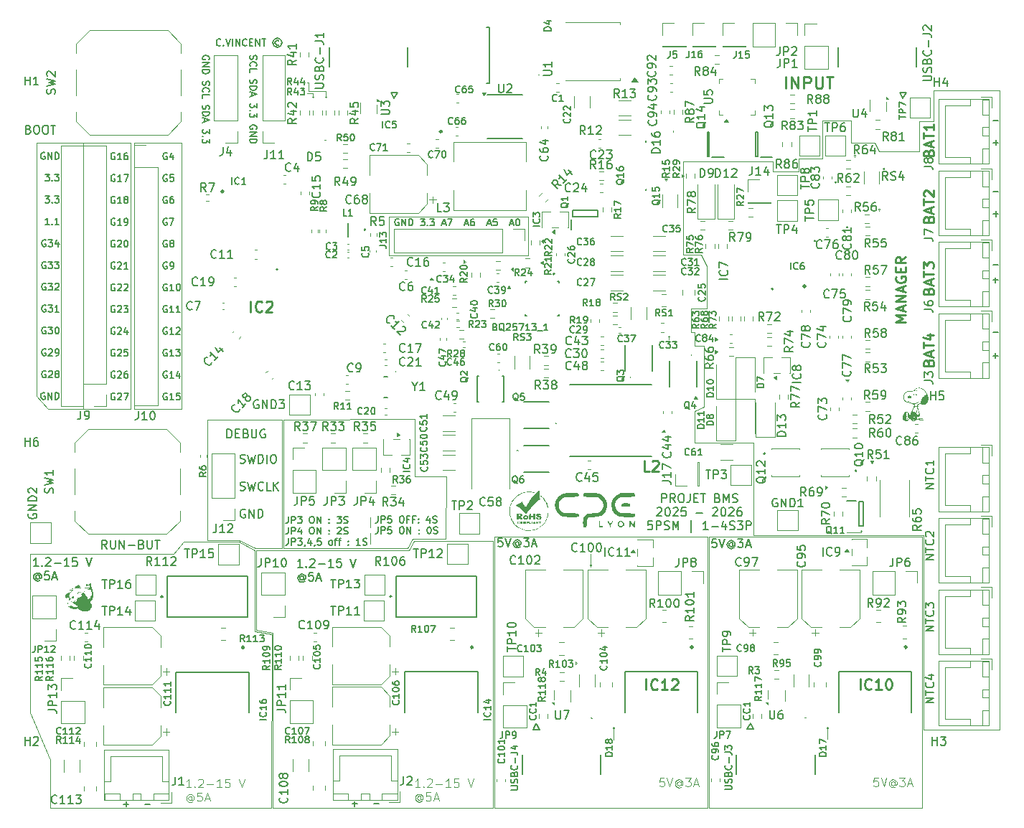
<source format=gbr>
%TF.GenerationSoftware,KiCad,Pcbnew,9.0.6*%
%TF.CreationDate,2026-02-01T22:29:02+01:00*%
%TF.ProjectId,BMS,424d532e-6b69-4636-9164-5f7063625858,rev?*%
%TF.SameCoordinates,Original*%
%TF.FileFunction,Legend,Top*%
%TF.FilePolarity,Positive*%
%FSLAX46Y46*%
G04 Gerber Fmt 4.6, Leading zero omitted, Abs format (unit mm)*
G04 Created by KiCad (PCBNEW 9.0.6) date 2026-02-01 22:29:02*
%MOMM*%
%LPD*%
G01*
G04 APERTURE LIST*
%ADD10C,0.100000*%
%ADD11C,0.160000*%
%ADD12C,0.200000*%
%ADD13C,0.240000*%
%ADD14C,0.150000*%
%ADD15C,0.254000*%
%ADD16C,0.120000*%
%ADD17C,0.250000*%
%ADD18C,0.000000*%
%ADD19C,0.127000*%
G04 APERTURE END LIST*
D10*
X85750000Y-139660000D02*
X85750000Y-139360000D01*
X85930000Y-139510000D02*
X85750000Y-139660000D01*
X85750000Y-139360000D02*
X85930000Y-139510000D01*
D11*
X135664761Y-75485986D02*
X135055238Y-75485986D01*
D10*
X87560000Y-128140000D02*
X87660000Y-127940000D01*
X87560000Y-126640000D02*
X87560000Y-128140000D01*
X87460000Y-127940000D02*
X87560000Y-128140000D01*
X87660000Y-127940000D02*
X87460000Y-127940000D01*
D11*
X135664761Y-83860986D02*
X135055238Y-83860986D01*
X43903572Y-66610584D02*
X43865476Y-66648680D01*
X43865476Y-66648680D02*
X43751191Y-66686775D01*
X43751191Y-66686775D02*
X43675000Y-66686775D01*
X43675000Y-66686775D02*
X43560714Y-66648680D01*
X43560714Y-66648680D02*
X43484524Y-66572489D01*
X43484524Y-66572489D02*
X43446429Y-66496299D01*
X43446429Y-66496299D02*
X43408333Y-66343918D01*
X43408333Y-66343918D02*
X43408333Y-66229632D01*
X43408333Y-66229632D02*
X43446429Y-66077251D01*
X43446429Y-66077251D02*
X43484524Y-66001060D01*
X43484524Y-66001060D02*
X43560714Y-65924870D01*
X43560714Y-65924870D02*
X43675000Y-65886775D01*
X43675000Y-65886775D02*
X43751191Y-65886775D01*
X43751191Y-65886775D02*
X43865476Y-65924870D01*
X43865476Y-65924870D02*
X43903572Y-65962965D01*
X44246429Y-66610584D02*
X44284524Y-66648680D01*
X44284524Y-66648680D02*
X44246429Y-66686775D01*
X44246429Y-66686775D02*
X44208333Y-66648680D01*
X44208333Y-66648680D02*
X44246429Y-66610584D01*
X44246429Y-66610584D02*
X44246429Y-66686775D01*
X44513095Y-65886775D02*
X44779762Y-66686775D01*
X44779762Y-66686775D02*
X45046428Y-65886775D01*
X45313095Y-66686775D02*
X45313095Y-65886775D01*
X45694047Y-66686775D02*
X45694047Y-65886775D01*
X45694047Y-65886775D02*
X46151190Y-66686775D01*
X46151190Y-66686775D02*
X46151190Y-65886775D01*
X46989285Y-66610584D02*
X46951189Y-66648680D01*
X46951189Y-66648680D02*
X46836904Y-66686775D01*
X46836904Y-66686775D02*
X46760713Y-66686775D01*
X46760713Y-66686775D02*
X46646427Y-66648680D01*
X46646427Y-66648680D02*
X46570237Y-66572489D01*
X46570237Y-66572489D02*
X46532142Y-66496299D01*
X46532142Y-66496299D02*
X46494046Y-66343918D01*
X46494046Y-66343918D02*
X46494046Y-66229632D01*
X46494046Y-66229632D02*
X46532142Y-66077251D01*
X46532142Y-66077251D02*
X46570237Y-66001060D01*
X46570237Y-66001060D02*
X46646427Y-65924870D01*
X46646427Y-65924870D02*
X46760713Y-65886775D01*
X46760713Y-65886775D02*
X46836904Y-65886775D01*
X46836904Y-65886775D02*
X46951189Y-65924870D01*
X46951189Y-65924870D02*
X46989285Y-65962965D01*
X47332142Y-66267727D02*
X47598808Y-66267727D01*
X47713094Y-66686775D02*
X47332142Y-66686775D01*
X47332142Y-66686775D02*
X47332142Y-65886775D01*
X47332142Y-65886775D02*
X47713094Y-65886775D01*
X48055952Y-66686775D02*
X48055952Y-65886775D01*
X48055952Y-65886775D02*
X48513095Y-66686775D01*
X48513095Y-66686775D02*
X48513095Y-65886775D01*
X48779761Y-65886775D02*
X49236904Y-65886775D01*
X49008332Y-66686775D02*
X49008332Y-65886775D01*
X50760714Y-66077251D02*
X50684523Y-66039156D01*
X50684523Y-66039156D02*
X50532142Y-66039156D01*
X50532142Y-66039156D02*
X50455952Y-66077251D01*
X50455952Y-66077251D02*
X50379761Y-66153441D01*
X50379761Y-66153441D02*
X50341666Y-66229632D01*
X50341666Y-66229632D02*
X50341666Y-66382013D01*
X50341666Y-66382013D02*
X50379761Y-66458203D01*
X50379761Y-66458203D02*
X50455952Y-66534394D01*
X50455952Y-66534394D02*
X50532142Y-66572489D01*
X50532142Y-66572489D02*
X50684523Y-66572489D01*
X50684523Y-66572489D02*
X50760714Y-66534394D01*
X50608333Y-65772489D02*
X50417857Y-65810584D01*
X50417857Y-65810584D02*
X50227380Y-65924870D01*
X50227380Y-65924870D02*
X50113095Y-66115346D01*
X50113095Y-66115346D02*
X50074999Y-66305822D01*
X50074999Y-66305822D02*
X50113095Y-66496299D01*
X50113095Y-66496299D02*
X50227380Y-66686775D01*
X50227380Y-66686775D02*
X50417857Y-66801060D01*
X50417857Y-66801060D02*
X50608333Y-66839156D01*
X50608333Y-66839156D02*
X50798809Y-66801060D01*
X50798809Y-66801060D02*
X50989285Y-66686775D01*
X50989285Y-66686775D02*
X51103571Y-66496299D01*
X51103571Y-66496299D02*
X51141666Y-66305822D01*
X51141666Y-66305822D02*
X51103571Y-66115346D01*
X51103571Y-66115346D02*
X50989285Y-65924870D01*
X50989285Y-65924870D02*
X50798809Y-65810584D01*
X50798809Y-65810584D02*
X50608333Y-65772489D01*
X135664761Y-86510986D02*
X135055238Y-86510986D01*
X135359999Y-86206224D02*
X135359999Y-86815748D01*
X62554761Y-156135986D02*
X61945238Y-156135986D01*
X64914786Y-87131870D02*
X64838596Y-87093775D01*
X64838596Y-87093775D02*
X64724310Y-87093775D01*
X64724310Y-87093775D02*
X64610024Y-87131870D01*
X64610024Y-87131870D02*
X64533834Y-87208060D01*
X64533834Y-87208060D02*
X64495739Y-87284251D01*
X64495739Y-87284251D02*
X64457643Y-87436632D01*
X64457643Y-87436632D02*
X64457643Y-87550918D01*
X64457643Y-87550918D02*
X64495739Y-87703299D01*
X64495739Y-87703299D02*
X64533834Y-87779489D01*
X64533834Y-87779489D02*
X64610024Y-87855680D01*
X64610024Y-87855680D02*
X64724310Y-87893775D01*
X64724310Y-87893775D02*
X64800501Y-87893775D01*
X64800501Y-87893775D02*
X64914786Y-87855680D01*
X64914786Y-87855680D02*
X64952882Y-87817584D01*
X64952882Y-87817584D02*
X64952882Y-87550918D01*
X64952882Y-87550918D02*
X64800501Y-87550918D01*
X65295739Y-87893775D02*
X65295739Y-87093775D01*
X65295739Y-87093775D02*
X65752882Y-87893775D01*
X65752882Y-87893775D02*
X65752882Y-87093775D01*
X66133834Y-87893775D02*
X66133834Y-87093775D01*
X66133834Y-87093775D02*
X66324310Y-87093775D01*
X66324310Y-87093775D02*
X66438596Y-87131870D01*
X66438596Y-87131870D02*
X66514786Y-87208060D01*
X66514786Y-87208060D02*
X66552881Y-87284251D01*
X66552881Y-87284251D02*
X66590977Y-87436632D01*
X66590977Y-87436632D02*
X66590977Y-87550918D01*
X66590977Y-87550918D02*
X66552881Y-87703299D01*
X66552881Y-87703299D02*
X66514786Y-87779489D01*
X66514786Y-87779489D02*
X66438596Y-87855680D01*
X66438596Y-87855680D02*
X66324310Y-87893775D01*
X66324310Y-87893775D02*
X66133834Y-87893775D01*
X67467167Y-87093775D02*
X67962405Y-87093775D01*
X67962405Y-87093775D02*
X67695739Y-87398537D01*
X67695739Y-87398537D02*
X67810024Y-87398537D01*
X67810024Y-87398537D02*
X67886215Y-87436632D01*
X67886215Y-87436632D02*
X67924310Y-87474727D01*
X67924310Y-87474727D02*
X67962405Y-87550918D01*
X67962405Y-87550918D02*
X67962405Y-87741394D01*
X67962405Y-87741394D02*
X67924310Y-87817584D01*
X67924310Y-87817584D02*
X67886215Y-87855680D01*
X67886215Y-87855680D02*
X67810024Y-87893775D01*
X67810024Y-87893775D02*
X67581453Y-87893775D01*
X67581453Y-87893775D02*
X67505262Y-87855680D01*
X67505262Y-87855680D02*
X67467167Y-87817584D01*
X68305263Y-87817584D02*
X68343358Y-87855680D01*
X68343358Y-87855680D02*
X68305263Y-87893775D01*
X68305263Y-87893775D02*
X68267167Y-87855680D01*
X68267167Y-87855680D02*
X68305263Y-87817584D01*
X68305263Y-87817584D02*
X68305263Y-87893775D01*
X68610024Y-87093775D02*
X69105262Y-87093775D01*
X69105262Y-87093775D02*
X68838596Y-87398537D01*
X68838596Y-87398537D02*
X68952881Y-87398537D01*
X68952881Y-87398537D02*
X69029072Y-87436632D01*
X69029072Y-87436632D02*
X69067167Y-87474727D01*
X69067167Y-87474727D02*
X69105262Y-87550918D01*
X69105262Y-87550918D02*
X69105262Y-87741394D01*
X69105262Y-87741394D02*
X69067167Y-87817584D01*
X69067167Y-87817584D02*
X69029072Y-87855680D01*
X69029072Y-87855680D02*
X68952881Y-87893775D01*
X68952881Y-87893775D02*
X68724310Y-87893775D01*
X68724310Y-87893775D02*
X68648119Y-87855680D01*
X68648119Y-87855680D02*
X68610024Y-87817584D01*
D12*
X21242857Y-76543409D02*
X21385714Y-76591028D01*
X21385714Y-76591028D02*
X21433333Y-76638647D01*
X21433333Y-76638647D02*
X21480952Y-76733885D01*
X21480952Y-76733885D02*
X21480952Y-76876742D01*
X21480952Y-76876742D02*
X21433333Y-76971980D01*
X21433333Y-76971980D02*
X21385714Y-77019600D01*
X21385714Y-77019600D02*
X21290476Y-77067219D01*
X21290476Y-77067219D02*
X20909524Y-77067219D01*
X20909524Y-77067219D02*
X20909524Y-76067219D01*
X20909524Y-76067219D02*
X21242857Y-76067219D01*
X21242857Y-76067219D02*
X21338095Y-76114838D01*
X21338095Y-76114838D02*
X21385714Y-76162457D01*
X21385714Y-76162457D02*
X21433333Y-76257695D01*
X21433333Y-76257695D02*
X21433333Y-76352933D01*
X21433333Y-76352933D02*
X21385714Y-76448171D01*
X21385714Y-76448171D02*
X21338095Y-76495790D01*
X21338095Y-76495790D02*
X21242857Y-76543409D01*
X21242857Y-76543409D02*
X20909524Y-76543409D01*
X22100000Y-76067219D02*
X22290476Y-76067219D01*
X22290476Y-76067219D02*
X22385714Y-76114838D01*
X22385714Y-76114838D02*
X22480952Y-76210076D01*
X22480952Y-76210076D02*
X22528571Y-76400552D01*
X22528571Y-76400552D02*
X22528571Y-76733885D01*
X22528571Y-76733885D02*
X22480952Y-76924361D01*
X22480952Y-76924361D02*
X22385714Y-77019600D01*
X22385714Y-77019600D02*
X22290476Y-77067219D01*
X22290476Y-77067219D02*
X22100000Y-77067219D01*
X22100000Y-77067219D02*
X22004762Y-77019600D01*
X22004762Y-77019600D02*
X21909524Y-76924361D01*
X21909524Y-76924361D02*
X21861905Y-76733885D01*
X21861905Y-76733885D02*
X21861905Y-76400552D01*
X21861905Y-76400552D02*
X21909524Y-76210076D01*
X21909524Y-76210076D02*
X22004762Y-76114838D01*
X22004762Y-76114838D02*
X22100000Y-76067219D01*
X23147619Y-76067219D02*
X23338095Y-76067219D01*
X23338095Y-76067219D02*
X23433333Y-76114838D01*
X23433333Y-76114838D02*
X23528571Y-76210076D01*
X23528571Y-76210076D02*
X23576190Y-76400552D01*
X23576190Y-76400552D02*
X23576190Y-76733885D01*
X23576190Y-76733885D02*
X23528571Y-76924361D01*
X23528571Y-76924361D02*
X23433333Y-77019600D01*
X23433333Y-77019600D02*
X23338095Y-77067219D01*
X23338095Y-77067219D02*
X23147619Y-77067219D01*
X23147619Y-77067219D02*
X23052381Y-77019600D01*
X23052381Y-77019600D02*
X22957143Y-76924361D01*
X22957143Y-76924361D02*
X22909524Y-76733885D01*
X22909524Y-76733885D02*
X22909524Y-76400552D01*
X22909524Y-76400552D02*
X22957143Y-76210076D01*
X22957143Y-76210076D02*
X23052381Y-76114838D01*
X23052381Y-76114838D02*
X23147619Y-76067219D01*
X23861905Y-76067219D02*
X24433333Y-76067219D01*
X24147619Y-77067219D02*
X24147619Y-76067219D01*
D13*
X124740662Y-99256391D02*
X123540662Y-99256391D01*
X123540662Y-99256391D02*
X124397805Y-98856391D01*
X124397805Y-98856391D02*
X123540662Y-98456391D01*
X123540662Y-98456391D02*
X124740662Y-98456391D01*
X124397805Y-97942105D02*
X124397805Y-97370677D01*
X124740662Y-98056391D02*
X123540662Y-97656391D01*
X123540662Y-97656391D02*
X124740662Y-97256391D01*
X124740662Y-96856391D02*
X123540662Y-96856391D01*
X123540662Y-96856391D02*
X124740662Y-96170677D01*
X124740662Y-96170677D02*
X123540662Y-96170677D01*
X124397805Y-95656391D02*
X124397805Y-95084963D01*
X124740662Y-95770677D02*
X123540662Y-95370677D01*
X123540662Y-95370677D02*
X124740662Y-94970677D01*
X123597805Y-93942106D02*
X123540662Y-94056392D01*
X123540662Y-94056392D02*
X123540662Y-94227820D01*
X123540662Y-94227820D02*
X123597805Y-94399249D01*
X123597805Y-94399249D02*
X123712091Y-94513534D01*
X123712091Y-94513534D02*
X123826377Y-94570677D01*
X123826377Y-94570677D02*
X124054948Y-94627820D01*
X124054948Y-94627820D02*
X124226377Y-94627820D01*
X124226377Y-94627820D02*
X124454948Y-94570677D01*
X124454948Y-94570677D02*
X124569234Y-94513534D01*
X124569234Y-94513534D02*
X124683520Y-94399249D01*
X124683520Y-94399249D02*
X124740662Y-94227820D01*
X124740662Y-94227820D02*
X124740662Y-94113534D01*
X124740662Y-94113534D02*
X124683520Y-93942106D01*
X124683520Y-93942106D02*
X124626377Y-93884963D01*
X124626377Y-93884963D02*
X124226377Y-93884963D01*
X124226377Y-93884963D02*
X124226377Y-94113534D01*
X124112091Y-93370677D02*
X124112091Y-92970677D01*
X124740662Y-92799249D02*
X124740662Y-93370677D01*
X124740662Y-93370677D02*
X123540662Y-93370677D01*
X123540662Y-93370677D02*
X123540662Y-92799249D01*
X124740662Y-91599249D02*
X124169234Y-91999249D01*
X124740662Y-92284963D02*
X123540662Y-92284963D01*
X123540662Y-92284963D02*
X123540662Y-91827820D01*
X123540662Y-91827820D02*
X123597805Y-91713535D01*
X123597805Y-91713535D02*
X123654948Y-91656392D01*
X123654948Y-91656392D02*
X123769234Y-91599249D01*
X123769234Y-91599249D02*
X123940662Y-91599249D01*
X123940662Y-91599249D02*
X124054948Y-91656392D01*
X124054948Y-91656392D02*
X124112091Y-91713535D01*
X124112091Y-91713535D02*
X124169234Y-91827820D01*
X124169234Y-91827820D02*
X124169234Y-92284963D01*
D11*
X23146165Y-79296860D02*
X23069975Y-79258765D01*
X23069975Y-79258765D02*
X22955689Y-79258765D01*
X22955689Y-79258765D02*
X22841403Y-79296860D01*
X22841403Y-79296860D02*
X22765213Y-79373050D01*
X22765213Y-79373050D02*
X22727118Y-79449241D01*
X22727118Y-79449241D02*
X22689022Y-79601622D01*
X22689022Y-79601622D02*
X22689022Y-79715908D01*
X22689022Y-79715908D02*
X22727118Y-79868289D01*
X22727118Y-79868289D02*
X22765213Y-79944479D01*
X22765213Y-79944479D02*
X22841403Y-80020670D01*
X22841403Y-80020670D02*
X22955689Y-80058765D01*
X22955689Y-80058765D02*
X23031880Y-80058765D01*
X23031880Y-80058765D02*
X23146165Y-80020670D01*
X23146165Y-80020670D02*
X23184261Y-79982574D01*
X23184261Y-79982574D02*
X23184261Y-79715908D01*
X23184261Y-79715908D02*
X23031880Y-79715908D01*
X23527118Y-80058765D02*
X23527118Y-79258765D01*
X23527118Y-79258765D02*
X23984261Y-80058765D01*
X23984261Y-80058765D02*
X23984261Y-79258765D01*
X24365213Y-80058765D02*
X24365213Y-79258765D01*
X24365213Y-79258765D02*
X24555689Y-79258765D01*
X24555689Y-79258765D02*
X24669975Y-79296860D01*
X24669975Y-79296860D02*
X24746165Y-79373050D01*
X24746165Y-79373050D02*
X24784260Y-79449241D01*
X24784260Y-79449241D02*
X24822356Y-79601622D01*
X24822356Y-79601622D02*
X24822356Y-79715908D01*
X24822356Y-79715908D02*
X24784260Y-79868289D01*
X24784260Y-79868289D02*
X24746165Y-79944479D01*
X24746165Y-79944479D02*
X24669975Y-80020670D01*
X24669975Y-80020670D02*
X24555689Y-80058765D01*
X24555689Y-80058765D02*
X24365213Y-80058765D01*
X23184260Y-81834675D02*
X23679498Y-81834675D01*
X23679498Y-81834675D02*
X23412832Y-82139437D01*
X23412832Y-82139437D02*
X23527117Y-82139437D01*
X23527117Y-82139437D02*
X23603308Y-82177532D01*
X23603308Y-82177532D02*
X23641403Y-82215627D01*
X23641403Y-82215627D02*
X23679498Y-82291818D01*
X23679498Y-82291818D02*
X23679498Y-82482294D01*
X23679498Y-82482294D02*
X23641403Y-82558484D01*
X23641403Y-82558484D02*
X23603308Y-82596580D01*
X23603308Y-82596580D02*
X23527117Y-82634675D01*
X23527117Y-82634675D02*
X23298546Y-82634675D01*
X23298546Y-82634675D02*
X23222355Y-82596580D01*
X23222355Y-82596580D02*
X23184260Y-82558484D01*
X24022356Y-82558484D02*
X24060451Y-82596580D01*
X24060451Y-82596580D02*
X24022356Y-82634675D01*
X24022356Y-82634675D02*
X23984260Y-82596580D01*
X23984260Y-82596580D02*
X24022356Y-82558484D01*
X24022356Y-82558484D02*
X24022356Y-82634675D01*
X24327117Y-81834675D02*
X24822355Y-81834675D01*
X24822355Y-81834675D02*
X24555689Y-82139437D01*
X24555689Y-82139437D02*
X24669974Y-82139437D01*
X24669974Y-82139437D02*
X24746165Y-82177532D01*
X24746165Y-82177532D02*
X24784260Y-82215627D01*
X24784260Y-82215627D02*
X24822355Y-82291818D01*
X24822355Y-82291818D02*
X24822355Y-82482294D01*
X24822355Y-82482294D02*
X24784260Y-82558484D01*
X24784260Y-82558484D02*
X24746165Y-82596580D01*
X24746165Y-82596580D02*
X24669974Y-82634675D01*
X24669974Y-82634675D02*
X24441403Y-82634675D01*
X24441403Y-82634675D02*
X24365212Y-82596580D01*
X24365212Y-82596580D02*
X24327117Y-82558484D01*
X23184260Y-84410585D02*
X23679498Y-84410585D01*
X23679498Y-84410585D02*
X23412832Y-84715347D01*
X23412832Y-84715347D02*
X23527117Y-84715347D01*
X23527117Y-84715347D02*
X23603308Y-84753442D01*
X23603308Y-84753442D02*
X23641403Y-84791537D01*
X23641403Y-84791537D02*
X23679498Y-84867728D01*
X23679498Y-84867728D02*
X23679498Y-85058204D01*
X23679498Y-85058204D02*
X23641403Y-85134394D01*
X23641403Y-85134394D02*
X23603308Y-85172490D01*
X23603308Y-85172490D02*
X23527117Y-85210585D01*
X23527117Y-85210585D02*
X23298546Y-85210585D01*
X23298546Y-85210585D02*
X23222355Y-85172490D01*
X23222355Y-85172490D02*
X23184260Y-85134394D01*
X24022356Y-85134394D02*
X24060451Y-85172490D01*
X24060451Y-85172490D02*
X24022356Y-85210585D01*
X24022356Y-85210585D02*
X23984260Y-85172490D01*
X23984260Y-85172490D02*
X24022356Y-85134394D01*
X24022356Y-85134394D02*
X24022356Y-85210585D01*
X24327117Y-84410585D02*
X24822355Y-84410585D01*
X24822355Y-84410585D02*
X24555689Y-84715347D01*
X24555689Y-84715347D02*
X24669974Y-84715347D01*
X24669974Y-84715347D02*
X24746165Y-84753442D01*
X24746165Y-84753442D02*
X24784260Y-84791537D01*
X24784260Y-84791537D02*
X24822355Y-84867728D01*
X24822355Y-84867728D02*
X24822355Y-85058204D01*
X24822355Y-85058204D02*
X24784260Y-85134394D01*
X24784260Y-85134394D02*
X24746165Y-85172490D01*
X24746165Y-85172490D02*
X24669974Y-85210585D01*
X24669974Y-85210585D02*
X24441403Y-85210585D01*
X24441403Y-85210585D02*
X24365212Y-85172490D01*
X24365212Y-85172490D02*
X24327117Y-85134394D01*
X23679498Y-87786495D02*
X23222355Y-87786495D01*
X23450927Y-87786495D02*
X23450927Y-86986495D01*
X23450927Y-86986495D02*
X23374736Y-87100780D01*
X23374736Y-87100780D02*
X23298546Y-87176971D01*
X23298546Y-87176971D02*
X23222355Y-87215066D01*
X24022356Y-87710304D02*
X24060451Y-87748400D01*
X24060451Y-87748400D02*
X24022356Y-87786495D01*
X24022356Y-87786495D02*
X23984260Y-87748400D01*
X23984260Y-87748400D02*
X24022356Y-87710304D01*
X24022356Y-87710304D02*
X24022356Y-87786495D01*
X24822355Y-87786495D02*
X24365212Y-87786495D01*
X24593784Y-87786495D02*
X24593784Y-86986495D01*
X24593784Y-86986495D02*
X24517593Y-87100780D01*
X24517593Y-87100780D02*
X24441403Y-87176971D01*
X24441403Y-87176971D02*
X24365212Y-87215066D01*
X23260450Y-89600500D02*
X23184260Y-89562405D01*
X23184260Y-89562405D02*
X23069974Y-89562405D01*
X23069974Y-89562405D02*
X22955688Y-89600500D01*
X22955688Y-89600500D02*
X22879498Y-89676690D01*
X22879498Y-89676690D02*
X22841403Y-89752881D01*
X22841403Y-89752881D02*
X22803307Y-89905262D01*
X22803307Y-89905262D02*
X22803307Y-90019548D01*
X22803307Y-90019548D02*
X22841403Y-90171929D01*
X22841403Y-90171929D02*
X22879498Y-90248119D01*
X22879498Y-90248119D02*
X22955688Y-90324310D01*
X22955688Y-90324310D02*
X23069974Y-90362405D01*
X23069974Y-90362405D02*
X23146165Y-90362405D01*
X23146165Y-90362405D02*
X23260450Y-90324310D01*
X23260450Y-90324310D02*
X23298546Y-90286214D01*
X23298546Y-90286214D02*
X23298546Y-90019548D01*
X23298546Y-90019548D02*
X23146165Y-90019548D01*
X23565212Y-89562405D02*
X24060450Y-89562405D01*
X24060450Y-89562405D02*
X23793784Y-89867167D01*
X23793784Y-89867167D02*
X23908069Y-89867167D01*
X23908069Y-89867167D02*
X23984260Y-89905262D01*
X23984260Y-89905262D02*
X24022355Y-89943357D01*
X24022355Y-89943357D02*
X24060450Y-90019548D01*
X24060450Y-90019548D02*
X24060450Y-90210024D01*
X24060450Y-90210024D02*
X24022355Y-90286214D01*
X24022355Y-90286214D02*
X23984260Y-90324310D01*
X23984260Y-90324310D02*
X23908069Y-90362405D01*
X23908069Y-90362405D02*
X23679498Y-90362405D01*
X23679498Y-90362405D02*
X23603307Y-90324310D01*
X23603307Y-90324310D02*
X23565212Y-90286214D01*
X24746165Y-89829071D02*
X24746165Y-90362405D01*
X24555689Y-89524310D02*
X24365212Y-90095738D01*
X24365212Y-90095738D02*
X24860451Y-90095738D01*
X23260450Y-92176410D02*
X23184260Y-92138315D01*
X23184260Y-92138315D02*
X23069974Y-92138315D01*
X23069974Y-92138315D02*
X22955688Y-92176410D01*
X22955688Y-92176410D02*
X22879498Y-92252600D01*
X22879498Y-92252600D02*
X22841403Y-92328791D01*
X22841403Y-92328791D02*
X22803307Y-92481172D01*
X22803307Y-92481172D02*
X22803307Y-92595458D01*
X22803307Y-92595458D02*
X22841403Y-92747839D01*
X22841403Y-92747839D02*
X22879498Y-92824029D01*
X22879498Y-92824029D02*
X22955688Y-92900220D01*
X22955688Y-92900220D02*
X23069974Y-92938315D01*
X23069974Y-92938315D02*
X23146165Y-92938315D01*
X23146165Y-92938315D02*
X23260450Y-92900220D01*
X23260450Y-92900220D02*
X23298546Y-92862124D01*
X23298546Y-92862124D02*
X23298546Y-92595458D01*
X23298546Y-92595458D02*
X23146165Y-92595458D01*
X23565212Y-92138315D02*
X24060450Y-92138315D01*
X24060450Y-92138315D02*
X23793784Y-92443077D01*
X23793784Y-92443077D02*
X23908069Y-92443077D01*
X23908069Y-92443077D02*
X23984260Y-92481172D01*
X23984260Y-92481172D02*
X24022355Y-92519267D01*
X24022355Y-92519267D02*
X24060450Y-92595458D01*
X24060450Y-92595458D02*
X24060450Y-92785934D01*
X24060450Y-92785934D02*
X24022355Y-92862124D01*
X24022355Y-92862124D02*
X23984260Y-92900220D01*
X23984260Y-92900220D02*
X23908069Y-92938315D01*
X23908069Y-92938315D02*
X23679498Y-92938315D01*
X23679498Y-92938315D02*
X23603307Y-92900220D01*
X23603307Y-92900220D02*
X23565212Y-92862124D01*
X24327117Y-92138315D02*
X24822355Y-92138315D01*
X24822355Y-92138315D02*
X24555689Y-92443077D01*
X24555689Y-92443077D02*
X24669974Y-92443077D01*
X24669974Y-92443077D02*
X24746165Y-92481172D01*
X24746165Y-92481172D02*
X24784260Y-92519267D01*
X24784260Y-92519267D02*
X24822355Y-92595458D01*
X24822355Y-92595458D02*
X24822355Y-92785934D01*
X24822355Y-92785934D02*
X24784260Y-92862124D01*
X24784260Y-92862124D02*
X24746165Y-92900220D01*
X24746165Y-92900220D02*
X24669974Y-92938315D01*
X24669974Y-92938315D02*
X24441403Y-92938315D01*
X24441403Y-92938315D02*
X24365212Y-92900220D01*
X24365212Y-92900220D02*
X24327117Y-92862124D01*
X23260450Y-94752320D02*
X23184260Y-94714225D01*
X23184260Y-94714225D02*
X23069974Y-94714225D01*
X23069974Y-94714225D02*
X22955688Y-94752320D01*
X22955688Y-94752320D02*
X22879498Y-94828510D01*
X22879498Y-94828510D02*
X22841403Y-94904701D01*
X22841403Y-94904701D02*
X22803307Y-95057082D01*
X22803307Y-95057082D02*
X22803307Y-95171368D01*
X22803307Y-95171368D02*
X22841403Y-95323749D01*
X22841403Y-95323749D02*
X22879498Y-95399939D01*
X22879498Y-95399939D02*
X22955688Y-95476130D01*
X22955688Y-95476130D02*
X23069974Y-95514225D01*
X23069974Y-95514225D02*
X23146165Y-95514225D01*
X23146165Y-95514225D02*
X23260450Y-95476130D01*
X23260450Y-95476130D02*
X23298546Y-95438034D01*
X23298546Y-95438034D02*
X23298546Y-95171368D01*
X23298546Y-95171368D02*
X23146165Y-95171368D01*
X23565212Y-94714225D02*
X24060450Y-94714225D01*
X24060450Y-94714225D02*
X23793784Y-95018987D01*
X23793784Y-95018987D02*
X23908069Y-95018987D01*
X23908069Y-95018987D02*
X23984260Y-95057082D01*
X23984260Y-95057082D02*
X24022355Y-95095177D01*
X24022355Y-95095177D02*
X24060450Y-95171368D01*
X24060450Y-95171368D02*
X24060450Y-95361844D01*
X24060450Y-95361844D02*
X24022355Y-95438034D01*
X24022355Y-95438034D02*
X23984260Y-95476130D01*
X23984260Y-95476130D02*
X23908069Y-95514225D01*
X23908069Y-95514225D02*
X23679498Y-95514225D01*
X23679498Y-95514225D02*
X23603307Y-95476130D01*
X23603307Y-95476130D02*
X23565212Y-95438034D01*
X24365212Y-94790415D02*
X24403308Y-94752320D01*
X24403308Y-94752320D02*
X24479498Y-94714225D01*
X24479498Y-94714225D02*
X24669974Y-94714225D01*
X24669974Y-94714225D02*
X24746165Y-94752320D01*
X24746165Y-94752320D02*
X24784260Y-94790415D01*
X24784260Y-94790415D02*
X24822355Y-94866606D01*
X24822355Y-94866606D02*
X24822355Y-94942796D01*
X24822355Y-94942796D02*
X24784260Y-95057082D01*
X24784260Y-95057082D02*
X24327117Y-95514225D01*
X24327117Y-95514225D02*
X24822355Y-95514225D01*
X23260450Y-97328230D02*
X23184260Y-97290135D01*
X23184260Y-97290135D02*
X23069974Y-97290135D01*
X23069974Y-97290135D02*
X22955688Y-97328230D01*
X22955688Y-97328230D02*
X22879498Y-97404420D01*
X22879498Y-97404420D02*
X22841403Y-97480611D01*
X22841403Y-97480611D02*
X22803307Y-97632992D01*
X22803307Y-97632992D02*
X22803307Y-97747278D01*
X22803307Y-97747278D02*
X22841403Y-97899659D01*
X22841403Y-97899659D02*
X22879498Y-97975849D01*
X22879498Y-97975849D02*
X22955688Y-98052040D01*
X22955688Y-98052040D02*
X23069974Y-98090135D01*
X23069974Y-98090135D02*
X23146165Y-98090135D01*
X23146165Y-98090135D02*
X23260450Y-98052040D01*
X23260450Y-98052040D02*
X23298546Y-98013944D01*
X23298546Y-98013944D02*
X23298546Y-97747278D01*
X23298546Y-97747278D02*
X23146165Y-97747278D01*
X23565212Y-97290135D02*
X24060450Y-97290135D01*
X24060450Y-97290135D02*
X23793784Y-97594897D01*
X23793784Y-97594897D02*
X23908069Y-97594897D01*
X23908069Y-97594897D02*
X23984260Y-97632992D01*
X23984260Y-97632992D02*
X24022355Y-97671087D01*
X24022355Y-97671087D02*
X24060450Y-97747278D01*
X24060450Y-97747278D02*
X24060450Y-97937754D01*
X24060450Y-97937754D02*
X24022355Y-98013944D01*
X24022355Y-98013944D02*
X23984260Y-98052040D01*
X23984260Y-98052040D02*
X23908069Y-98090135D01*
X23908069Y-98090135D02*
X23679498Y-98090135D01*
X23679498Y-98090135D02*
X23603307Y-98052040D01*
X23603307Y-98052040D02*
X23565212Y-98013944D01*
X24822355Y-98090135D02*
X24365212Y-98090135D01*
X24593784Y-98090135D02*
X24593784Y-97290135D01*
X24593784Y-97290135D02*
X24517593Y-97404420D01*
X24517593Y-97404420D02*
X24441403Y-97480611D01*
X24441403Y-97480611D02*
X24365212Y-97518706D01*
X23260450Y-99904140D02*
X23184260Y-99866045D01*
X23184260Y-99866045D02*
X23069974Y-99866045D01*
X23069974Y-99866045D02*
X22955688Y-99904140D01*
X22955688Y-99904140D02*
X22879498Y-99980330D01*
X22879498Y-99980330D02*
X22841403Y-100056521D01*
X22841403Y-100056521D02*
X22803307Y-100208902D01*
X22803307Y-100208902D02*
X22803307Y-100323188D01*
X22803307Y-100323188D02*
X22841403Y-100475569D01*
X22841403Y-100475569D02*
X22879498Y-100551759D01*
X22879498Y-100551759D02*
X22955688Y-100627950D01*
X22955688Y-100627950D02*
X23069974Y-100666045D01*
X23069974Y-100666045D02*
X23146165Y-100666045D01*
X23146165Y-100666045D02*
X23260450Y-100627950D01*
X23260450Y-100627950D02*
X23298546Y-100589854D01*
X23298546Y-100589854D02*
X23298546Y-100323188D01*
X23298546Y-100323188D02*
X23146165Y-100323188D01*
X23565212Y-99866045D02*
X24060450Y-99866045D01*
X24060450Y-99866045D02*
X23793784Y-100170807D01*
X23793784Y-100170807D02*
X23908069Y-100170807D01*
X23908069Y-100170807D02*
X23984260Y-100208902D01*
X23984260Y-100208902D02*
X24022355Y-100246997D01*
X24022355Y-100246997D02*
X24060450Y-100323188D01*
X24060450Y-100323188D02*
X24060450Y-100513664D01*
X24060450Y-100513664D02*
X24022355Y-100589854D01*
X24022355Y-100589854D02*
X23984260Y-100627950D01*
X23984260Y-100627950D02*
X23908069Y-100666045D01*
X23908069Y-100666045D02*
X23679498Y-100666045D01*
X23679498Y-100666045D02*
X23603307Y-100627950D01*
X23603307Y-100627950D02*
X23565212Y-100589854D01*
X24555689Y-99866045D02*
X24631879Y-99866045D01*
X24631879Y-99866045D02*
X24708070Y-99904140D01*
X24708070Y-99904140D02*
X24746165Y-99942235D01*
X24746165Y-99942235D02*
X24784260Y-100018426D01*
X24784260Y-100018426D02*
X24822355Y-100170807D01*
X24822355Y-100170807D02*
X24822355Y-100361283D01*
X24822355Y-100361283D02*
X24784260Y-100513664D01*
X24784260Y-100513664D02*
X24746165Y-100589854D01*
X24746165Y-100589854D02*
X24708070Y-100627950D01*
X24708070Y-100627950D02*
X24631879Y-100666045D01*
X24631879Y-100666045D02*
X24555689Y-100666045D01*
X24555689Y-100666045D02*
X24479498Y-100627950D01*
X24479498Y-100627950D02*
X24441403Y-100589854D01*
X24441403Y-100589854D02*
X24403308Y-100513664D01*
X24403308Y-100513664D02*
X24365212Y-100361283D01*
X24365212Y-100361283D02*
X24365212Y-100170807D01*
X24365212Y-100170807D02*
X24403308Y-100018426D01*
X24403308Y-100018426D02*
X24441403Y-99942235D01*
X24441403Y-99942235D02*
X24479498Y-99904140D01*
X24479498Y-99904140D02*
X24555689Y-99866045D01*
X23260450Y-102480050D02*
X23184260Y-102441955D01*
X23184260Y-102441955D02*
X23069974Y-102441955D01*
X23069974Y-102441955D02*
X22955688Y-102480050D01*
X22955688Y-102480050D02*
X22879498Y-102556240D01*
X22879498Y-102556240D02*
X22841403Y-102632431D01*
X22841403Y-102632431D02*
X22803307Y-102784812D01*
X22803307Y-102784812D02*
X22803307Y-102899098D01*
X22803307Y-102899098D02*
X22841403Y-103051479D01*
X22841403Y-103051479D02*
X22879498Y-103127669D01*
X22879498Y-103127669D02*
X22955688Y-103203860D01*
X22955688Y-103203860D02*
X23069974Y-103241955D01*
X23069974Y-103241955D02*
X23146165Y-103241955D01*
X23146165Y-103241955D02*
X23260450Y-103203860D01*
X23260450Y-103203860D02*
X23298546Y-103165764D01*
X23298546Y-103165764D02*
X23298546Y-102899098D01*
X23298546Y-102899098D02*
X23146165Y-102899098D01*
X23603307Y-102518145D02*
X23641403Y-102480050D01*
X23641403Y-102480050D02*
X23717593Y-102441955D01*
X23717593Y-102441955D02*
X23908069Y-102441955D01*
X23908069Y-102441955D02*
X23984260Y-102480050D01*
X23984260Y-102480050D02*
X24022355Y-102518145D01*
X24022355Y-102518145D02*
X24060450Y-102594336D01*
X24060450Y-102594336D02*
X24060450Y-102670526D01*
X24060450Y-102670526D02*
X24022355Y-102784812D01*
X24022355Y-102784812D02*
X23565212Y-103241955D01*
X23565212Y-103241955D02*
X24060450Y-103241955D01*
X24441403Y-103241955D02*
X24593784Y-103241955D01*
X24593784Y-103241955D02*
X24669974Y-103203860D01*
X24669974Y-103203860D02*
X24708070Y-103165764D01*
X24708070Y-103165764D02*
X24784260Y-103051479D01*
X24784260Y-103051479D02*
X24822355Y-102899098D01*
X24822355Y-102899098D02*
X24822355Y-102594336D01*
X24822355Y-102594336D02*
X24784260Y-102518145D01*
X24784260Y-102518145D02*
X24746165Y-102480050D01*
X24746165Y-102480050D02*
X24669974Y-102441955D01*
X24669974Y-102441955D02*
X24517593Y-102441955D01*
X24517593Y-102441955D02*
X24441403Y-102480050D01*
X24441403Y-102480050D02*
X24403308Y-102518145D01*
X24403308Y-102518145D02*
X24365212Y-102594336D01*
X24365212Y-102594336D02*
X24365212Y-102784812D01*
X24365212Y-102784812D02*
X24403308Y-102861002D01*
X24403308Y-102861002D02*
X24441403Y-102899098D01*
X24441403Y-102899098D02*
X24517593Y-102937193D01*
X24517593Y-102937193D02*
X24669974Y-102937193D01*
X24669974Y-102937193D02*
X24746165Y-102899098D01*
X24746165Y-102899098D02*
X24784260Y-102861002D01*
X24784260Y-102861002D02*
X24822355Y-102784812D01*
X23260450Y-105055960D02*
X23184260Y-105017865D01*
X23184260Y-105017865D02*
X23069974Y-105017865D01*
X23069974Y-105017865D02*
X22955688Y-105055960D01*
X22955688Y-105055960D02*
X22879498Y-105132150D01*
X22879498Y-105132150D02*
X22841403Y-105208341D01*
X22841403Y-105208341D02*
X22803307Y-105360722D01*
X22803307Y-105360722D02*
X22803307Y-105475008D01*
X22803307Y-105475008D02*
X22841403Y-105627389D01*
X22841403Y-105627389D02*
X22879498Y-105703579D01*
X22879498Y-105703579D02*
X22955688Y-105779770D01*
X22955688Y-105779770D02*
X23069974Y-105817865D01*
X23069974Y-105817865D02*
X23146165Y-105817865D01*
X23146165Y-105817865D02*
X23260450Y-105779770D01*
X23260450Y-105779770D02*
X23298546Y-105741674D01*
X23298546Y-105741674D02*
X23298546Y-105475008D01*
X23298546Y-105475008D02*
X23146165Y-105475008D01*
X23603307Y-105094055D02*
X23641403Y-105055960D01*
X23641403Y-105055960D02*
X23717593Y-105017865D01*
X23717593Y-105017865D02*
X23908069Y-105017865D01*
X23908069Y-105017865D02*
X23984260Y-105055960D01*
X23984260Y-105055960D02*
X24022355Y-105094055D01*
X24022355Y-105094055D02*
X24060450Y-105170246D01*
X24060450Y-105170246D02*
X24060450Y-105246436D01*
X24060450Y-105246436D02*
X24022355Y-105360722D01*
X24022355Y-105360722D02*
X23565212Y-105817865D01*
X23565212Y-105817865D02*
X24060450Y-105817865D01*
X24517593Y-105360722D02*
X24441403Y-105322627D01*
X24441403Y-105322627D02*
X24403308Y-105284531D01*
X24403308Y-105284531D02*
X24365212Y-105208341D01*
X24365212Y-105208341D02*
X24365212Y-105170246D01*
X24365212Y-105170246D02*
X24403308Y-105094055D01*
X24403308Y-105094055D02*
X24441403Y-105055960D01*
X24441403Y-105055960D02*
X24517593Y-105017865D01*
X24517593Y-105017865D02*
X24669974Y-105017865D01*
X24669974Y-105017865D02*
X24746165Y-105055960D01*
X24746165Y-105055960D02*
X24784260Y-105094055D01*
X24784260Y-105094055D02*
X24822355Y-105170246D01*
X24822355Y-105170246D02*
X24822355Y-105208341D01*
X24822355Y-105208341D02*
X24784260Y-105284531D01*
X24784260Y-105284531D02*
X24746165Y-105322627D01*
X24746165Y-105322627D02*
X24669974Y-105360722D01*
X24669974Y-105360722D02*
X24517593Y-105360722D01*
X24517593Y-105360722D02*
X24441403Y-105398817D01*
X24441403Y-105398817D02*
X24403308Y-105436912D01*
X24403308Y-105436912D02*
X24365212Y-105513103D01*
X24365212Y-105513103D02*
X24365212Y-105665484D01*
X24365212Y-105665484D02*
X24403308Y-105741674D01*
X24403308Y-105741674D02*
X24441403Y-105779770D01*
X24441403Y-105779770D02*
X24517593Y-105817865D01*
X24517593Y-105817865D02*
X24669974Y-105817865D01*
X24669974Y-105817865D02*
X24746165Y-105779770D01*
X24746165Y-105779770D02*
X24784260Y-105741674D01*
X24784260Y-105741674D02*
X24822355Y-105665484D01*
X24822355Y-105665484D02*
X24822355Y-105513103D01*
X24822355Y-105513103D02*
X24784260Y-105436912D01*
X24784260Y-105436912D02*
X24746165Y-105398817D01*
X24746165Y-105398817D02*
X24669974Y-105360722D01*
X23146165Y-107631870D02*
X23069975Y-107593775D01*
X23069975Y-107593775D02*
X22955689Y-107593775D01*
X22955689Y-107593775D02*
X22841403Y-107631870D01*
X22841403Y-107631870D02*
X22765213Y-107708060D01*
X22765213Y-107708060D02*
X22727118Y-107784251D01*
X22727118Y-107784251D02*
X22689022Y-107936632D01*
X22689022Y-107936632D02*
X22689022Y-108050918D01*
X22689022Y-108050918D02*
X22727118Y-108203299D01*
X22727118Y-108203299D02*
X22765213Y-108279489D01*
X22765213Y-108279489D02*
X22841403Y-108355680D01*
X22841403Y-108355680D02*
X22955689Y-108393775D01*
X22955689Y-108393775D02*
X23031880Y-108393775D01*
X23031880Y-108393775D02*
X23146165Y-108355680D01*
X23146165Y-108355680D02*
X23184261Y-108317584D01*
X23184261Y-108317584D02*
X23184261Y-108050918D01*
X23184261Y-108050918D02*
X23031880Y-108050918D01*
X23527118Y-108393775D02*
X23527118Y-107593775D01*
X23527118Y-107593775D02*
X23984261Y-108393775D01*
X23984261Y-108393775D02*
X23984261Y-107593775D01*
X24365213Y-108393775D02*
X24365213Y-107593775D01*
X24365213Y-107593775D02*
X24555689Y-107593775D01*
X24555689Y-107593775D02*
X24669975Y-107631870D01*
X24669975Y-107631870D02*
X24746165Y-107708060D01*
X24746165Y-107708060D02*
X24784260Y-107784251D01*
X24784260Y-107784251D02*
X24822356Y-107936632D01*
X24822356Y-107936632D02*
X24822356Y-108050918D01*
X24822356Y-108050918D02*
X24784260Y-108203299D01*
X24784260Y-108203299D02*
X24746165Y-108279489D01*
X24746165Y-108279489D02*
X24669975Y-108355680D01*
X24669975Y-108355680D02*
X24555689Y-108393775D01*
X24555689Y-108393775D02*
X24365213Y-108393775D01*
X47394320Y-67832643D02*
X47356224Y-67946929D01*
X47356224Y-67946929D02*
X47356224Y-68137405D01*
X47356224Y-68137405D02*
X47394320Y-68213596D01*
X47394320Y-68213596D02*
X47432415Y-68251691D01*
X47432415Y-68251691D02*
X47508605Y-68289786D01*
X47508605Y-68289786D02*
X47584796Y-68289786D01*
X47584796Y-68289786D02*
X47660986Y-68251691D01*
X47660986Y-68251691D02*
X47699081Y-68213596D01*
X47699081Y-68213596D02*
X47737177Y-68137405D01*
X47737177Y-68137405D02*
X47775272Y-67985024D01*
X47775272Y-67985024D02*
X47813367Y-67908834D01*
X47813367Y-67908834D02*
X47851462Y-67870739D01*
X47851462Y-67870739D02*
X47927653Y-67832643D01*
X47927653Y-67832643D02*
X48003843Y-67832643D01*
X48003843Y-67832643D02*
X48080034Y-67870739D01*
X48080034Y-67870739D02*
X48118129Y-67908834D01*
X48118129Y-67908834D02*
X48156224Y-67985024D01*
X48156224Y-67985024D02*
X48156224Y-68175501D01*
X48156224Y-68175501D02*
X48118129Y-68289786D01*
X47432415Y-69089787D02*
X47394320Y-69051691D01*
X47394320Y-69051691D02*
X47356224Y-68937406D01*
X47356224Y-68937406D02*
X47356224Y-68861215D01*
X47356224Y-68861215D02*
X47394320Y-68746929D01*
X47394320Y-68746929D02*
X47470510Y-68670739D01*
X47470510Y-68670739D02*
X47546700Y-68632644D01*
X47546700Y-68632644D02*
X47699081Y-68594548D01*
X47699081Y-68594548D02*
X47813367Y-68594548D01*
X47813367Y-68594548D02*
X47965748Y-68632644D01*
X47965748Y-68632644D02*
X48041939Y-68670739D01*
X48041939Y-68670739D02*
X48118129Y-68746929D01*
X48118129Y-68746929D02*
X48156224Y-68861215D01*
X48156224Y-68861215D02*
X48156224Y-68937406D01*
X48156224Y-68937406D02*
X48118129Y-69051691D01*
X48118129Y-69051691D02*
X48080034Y-69089787D01*
X47356224Y-69813596D02*
X47356224Y-69432644D01*
X47356224Y-69432644D02*
X48156224Y-69432644D01*
X47394320Y-70651691D02*
X47356224Y-70765977D01*
X47356224Y-70765977D02*
X47356224Y-70956453D01*
X47356224Y-70956453D02*
X47394320Y-71032644D01*
X47394320Y-71032644D02*
X47432415Y-71070739D01*
X47432415Y-71070739D02*
X47508605Y-71108834D01*
X47508605Y-71108834D02*
X47584796Y-71108834D01*
X47584796Y-71108834D02*
X47660986Y-71070739D01*
X47660986Y-71070739D02*
X47699081Y-71032644D01*
X47699081Y-71032644D02*
X47737177Y-70956453D01*
X47737177Y-70956453D02*
X47775272Y-70804072D01*
X47775272Y-70804072D02*
X47813367Y-70727882D01*
X47813367Y-70727882D02*
X47851462Y-70689787D01*
X47851462Y-70689787D02*
X47927653Y-70651691D01*
X47927653Y-70651691D02*
X48003843Y-70651691D01*
X48003843Y-70651691D02*
X48080034Y-70689787D01*
X48080034Y-70689787D02*
X48118129Y-70727882D01*
X48118129Y-70727882D02*
X48156224Y-70804072D01*
X48156224Y-70804072D02*
X48156224Y-70994549D01*
X48156224Y-70994549D02*
X48118129Y-71108834D01*
X47356224Y-71451692D02*
X48156224Y-71451692D01*
X48156224Y-71451692D02*
X48156224Y-71642168D01*
X48156224Y-71642168D02*
X48118129Y-71756454D01*
X48118129Y-71756454D02*
X48041939Y-71832644D01*
X48041939Y-71832644D02*
X47965748Y-71870739D01*
X47965748Y-71870739D02*
X47813367Y-71908835D01*
X47813367Y-71908835D02*
X47699081Y-71908835D01*
X47699081Y-71908835D02*
X47546700Y-71870739D01*
X47546700Y-71870739D02*
X47470510Y-71832644D01*
X47470510Y-71832644D02*
X47394320Y-71756454D01*
X47394320Y-71756454D02*
X47356224Y-71642168D01*
X47356224Y-71642168D02*
X47356224Y-71451692D01*
X47584796Y-72213596D02*
X47584796Y-72594549D01*
X47356224Y-72137406D02*
X48156224Y-72404073D01*
X48156224Y-72404073D02*
X47356224Y-72670739D01*
X48156224Y-73470739D02*
X48156224Y-73965977D01*
X48156224Y-73965977D02*
X47851462Y-73699311D01*
X47851462Y-73699311D02*
X47851462Y-73813596D01*
X47851462Y-73813596D02*
X47813367Y-73889787D01*
X47813367Y-73889787D02*
X47775272Y-73927882D01*
X47775272Y-73927882D02*
X47699081Y-73965977D01*
X47699081Y-73965977D02*
X47508605Y-73965977D01*
X47508605Y-73965977D02*
X47432415Y-73927882D01*
X47432415Y-73927882D02*
X47394320Y-73889787D01*
X47394320Y-73889787D02*
X47356224Y-73813596D01*
X47356224Y-73813596D02*
X47356224Y-73585025D01*
X47356224Y-73585025D02*
X47394320Y-73508834D01*
X47394320Y-73508834D02*
X47432415Y-73470739D01*
X47432415Y-74308835D02*
X47394320Y-74346930D01*
X47394320Y-74346930D02*
X47356224Y-74308835D01*
X47356224Y-74308835D02*
X47394320Y-74270739D01*
X47394320Y-74270739D02*
X47432415Y-74308835D01*
X47432415Y-74308835D02*
X47356224Y-74308835D01*
X48156224Y-74613596D02*
X48156224Y-75108834D01*
X48156224Y-75108834D02*
X47851462Y-74842168D01*
X47851462Y-74842168D02*
X47851462Y-74956453D01*
X47851462Y-74956453D02*
X47813367Y-75032644D01*
X47813367Y-75032644D02*
X47775272Y-75070739D01*
X47775272Y-75070739D02*
X47699081Y-75108834D01*
X47699081Y-75108834D02*
X47508605Y-75108834D01*
X47508605Y-75108834D02*
X47432415Y-75070739D01*
X47432415Y-75070739D02*
X47394320Y-75032644D01*
X47394320Y-75032644D02*
X47356224Y-74956453D01*
X47356224Y-74956453D02*
X47356224Y-74727882D01*
X47356224Y-74727882D02*
X47394320Y-74651691D01*
X47394320Y-74651691D02*
X47432415Y-74613596D01*
X48118129Y-76480263D02*
X48156224Y-76404073D01*
X48156224Y-76404073D02*
X48156224Y-76289787D01*
X48156224Y-76289787D02*
X48118129Y-76175501D01*
X48118129Y-76175501D02*
X48041939Y-76099311D01*
X48041939Y-76099311D02*
X47965748Y-76061216D01*
X47965748Y-76061216D02*
X47813367Y-76023120D01*
X47813367Y-76023120D02*
X47699081Y-76023120D01*
X47699081Y-76023120D02*
X47546700Y-76061216D01*
X47546700Y-76061216D02*
X47470510Y-76099311D01*
X47470510Y-76099311D02*
X47394320Y-76175501D01*
X47394320Y-76175501D02*
X47356224Y-76289787D01*
X47356224Y-76289787D02*
X47356224Y-76365978D01*
X47356224Y-76365978D02*
X47394320Y-76480263D01*
X47394320Y-76480263D02*
X47432415Y-76518359D01*
X47432415Y-76518359D02*
X47699081Y-76518359D01*
X47699081Y-76518359D02*
X47699081Y-76365978D01*
X47356224Y-76861216D02*
X48156224Y-76861216D01*
X48156224Y-76861216D02*
X47356224Y-77318359D01*
X47356224Y-77318359D02*
X48156224Y-77318359D01*
X47356224Y-77699311D02*
X48156224Y-77699311D01*
X48156224Y-77699311D02*
X48156224Y-77889787D01*
X48156224Y-77889787D02*
X48118129Y-78004073D01*
X48118129Y-78004073D02*
X48041939Y-78080263D01*
X48041939Y-78080263D02*
X47965748Y-78118358D01*
X47965748Y-78118358D02*
X47813367Y-78156454D01*
X47813367Y-78156454D02*
X47699081Y-78156454D01*
X47699081Y-78156454D02*
X47546700Y-78118358D01*
X47546700Y-78118358D02*
X47470510Y-78080263D01*
X47470510Y-78080263D02*
X47394320Y-78004073D01*
X47394320Y-78004073D02*
X47356224Y-77889787D01*
X47356224Y-77889787D02*
X47356224Y-77699311D01*
D13*
X127412091Y-104031391D02*
X127469234Y-103859963D01*
X127469234Y-103859963D02*
X127526377Y-103802820D01*
X127526377Y-103802820D02*
X127640662Y-103745677D01*
X127640662Y-103745677D02*
X127812091Y-103745677D01*
X127812091Y-103745677D02*
X127926377Y-103802820D01*
X127926377Y-103802820D02*
X127983520Y-103859963D01*
X127983520Y-103859963D02*
X128040662Y-103974248D01*
X128040662Y-103974248D02*
X128040662Y-104431391D01*
X128040662Y-104431391D02*
X126840662Y-104431391D01*
X126840662Y-104431391D02*
X126840662Y-104031391D01*
X126840662Y-104031391D02*
X126897805Y-103917106D01*
X126897805Y-103917106D02*
X126954948Y-103859963D01*
X126954948Y-103859963D02*
X127069234Y-103802820D01*
X127069234Y-103802820D02*
X127183520Y-103802820D01*
X127183520Y-103802820D02*
X127297805Y-103859963D01*
X127297805Y-103859963D02*
X127354948Y-103917106D01*
X127354948Y-103917106D02*
X127412091Y-104031391D01*
X127412091Y-104031391D02*
X127412091Y-104431391D01*
X127697805Y-103288534D02*
X127697805Y-102717106D01*
X128040662Y-103402820D02*
X126840662Y-103002820D01*
X126840662Y-103002820D02*
X128040662Y-102602820D01*
X126840662Y-102374249D02*
X126840662Y-101688535D01*
X128040662Y-102031392D02*
X126840662Y-102031392D01*
X127240662Y-100774249D02*
X128040662Y-100774249D01*
X126783520Y-101059963D02*
X127640662Y-101345677D01*
X127640662Y-101345677D02*
X127640662Y-100602820D01*
D11*
X51894310Y-122217865D02*
X51894310Y-122789293D01*
X51894310Y-122789293D02*
X51856215Y-122903579D01*
X51856215Y-122903579D02*
X51780024Y-122979770D01*
X51780024Y-122979770D02*
X51665739Y-123017865D01*
X51665739Y-123017865D02*
X51589548Y-123017865D01*
X52275263Y-123017865D02*
X52275263Y-122217865D01*
X52275263Y-122217865D02*
X52580025Y-122217865D01*
X52580025Y-122217865D02*
X52656215Y-122255960D01*
X52656215Y-122255960D02*
X52694310Y-122294055D01*
X52694310Y-122294055D02*
X52732406Y-122370246D01*
X52732406Y-122370246D02*
X52732406Y-122484531D01*
X52732406Y-122484531D02*
X52694310Y-122560722D01*
X52694310Y-122560722D02*
X52656215Y-122598817D01*
X52656215Y-122598817D02*
X52580025Y-122636912D01*
X52580025Y-122636912D02*
X52275263Y-122636912D01*
X52999072Y-122217865D02*
X53494310Y-122217865D01*
X53494310Y-122217865D02*
X53227644Y-122522627D01*
X53227644Y-122522627D02*
X53341929Y-122522627D01*
X53341929Y-122522627D02*
X53418120Y-122560722D01*
X53418120Y-122560722D02*
X53456215Y-122598817D01*
X53456215Y-122598817D02*
X53494310Y-122675008D01*
X53494310Y-122675008D02*
X53494310Y-122865484D01*
X53494310Y-122865484D02*
X53456215Y-122941674D01*
X53456215Y-122941674D02*
X53418120Y-122979770D01*
X53418120Y-122979770D02*
X53341929Y-123017865D01*
X53341929Y-123017865D02*
X53113358Y-123017865D01*
X53113358Y-123017865D02*
X53037167Y-122979770D01*
X53037167Y-122979770D02*
X52999072Y-122941674D01*
X54599073Y-122217865D02*
X54751454Y-122217865D01*
X54751454Y-122217865D02*
X54827644Y-122255960D01*
X54827644Y-122255960D02*
X54903835Y-122332150D01*
X54903835Y-122332150D02*
X54941930Y-122484531D01*
X54941930Y-122484531D02*
X54941930Y-122751198D01*
X54941930Y-122751198D02*
X54903835Y-122903579D01*
X54903835Y-122903579D02*
X54827644Y-122979770D01*
X54827644Y-122979770D02*
X54751454Y-123017865D01*
X54751454Y-123017865D02*
X54599073Y-123017865D01*
X54599073Y-123017865D02*
X54522882Y-122979770D01*
X54522882Y-122979770D02*
X54446692Y-122903579D01*
X54446692Y-122903579D02*
X54408596Y-122751198D01*
X54408596Y-122751198D02*
X54408596Y-122484531D01*
X54408596Y-122484531D02*
X54446692Y-122332150D01*
X54446692Y-122332150D02*
X54522882Y-122255960D01*
X54522882Y-122255960D02*
X54599073Y-122217865D01*
X55284787Y-123017865D02*
X55284787Y-122217865D01*
X55284787Y-122217865D02*
X55741930Y-123017865D01*
X55741930Y-123017865D02*
X55741930Y-122217865D01*
X56732406Y-122941674D02*
X56770501Y-122979770D01*
X56770501Y-122979770D02*
X56732406Y-123017865D01*
X56732406Y-123017865D02*
X56694310Y-122979770D01*
X56694310Y-122979770D02*
X56732406Y-122941674D01*
X56732406Y-122941674D02*
X56732406Y-123017865D01*
X56732406Y-122522627D02*
X56770501Y-122560722D01*
X56770501Y-122560722D02*
X56732406Y-122598817D01*
X56732406Y-122598817D02*
X56694310Y-122560722D01*
X56694310Y-122560722D02*
X56732406Y-122522627D01*
X56732406Y-122522627D02*
X56732406Y-122598817D01*
X57646691Y-122217865D02*
X58141929Y-122217865D01*
X58141929Y-122217865D02*
X57875263Y-122522627D01*
X57875263Y-122522627D02*
X57989548Y-122522627D01*
X57989548Y-122522627D02*
X58065739Y-122560722D01*
X58065739Y-122560722D02*
X58103834Y-122598817D01*
X58103834Y-122598817D02*
X58141929Y-122675008D01*
X58141929Y-122675008D02*
X58141929Y-122865484D01*
X58141929Y-122865484D02*
X58103834Y-122941674D01*
X58103834Y-122941674D02*
X58065739Y-122979770D01*
X58065739Y-122979770D02*
X57989548Y-123017865D01*
X57989548Y-123017865D02*
X57760977Y-123017865D01*
X57760977Y-123017865D02*
X57684786Y-122979770D01*
X57684786Y-122979770D02*
X57646691Y-122941674D01*
X58446691Y-122979770D02*
X58560977Y-123017865D01*
X58560977Y-123017865D02*
X58751453Y-123017865D01*
X58751453Y-123017865D02*
X58827644Y-122979770D01*
X58827644Y-122979770D02*
X58865739Y-122941674D01*
X58865739Y-122941674D02*
X58903834Y-122865484D01*
X58903834Y-122865484D02*
X58903834Y-122789293D01*
X58903834Y-122789293D02*
X58865739Y-122713103D01*
X58865739Y-122713103D02*
X58827644Y-122675008D01*
X58827644Y-122675008D02*
X58751453Y-122636912D01*
X58751453Y-122636912D02*
X58599072Y-122598817D01*
X58599072Y-122598817D02*
X58522882Y-122560722D01*
X58522882Y-122560722D02*
X58484787Y-122522627D01*
X58484787Y-122522627D02*
X58446691Y-122446436D01*
X58446691Y-122446436D02*
X58446691Y-122370246D01*
X58446691Y-122370246D02*
X58484787Y-122294055D01*
X58484787Y-122294055D02*
X58522882Y-122255960D01*
X58522882Y-122255960D02*
X58599072Y-122217865D01*
X58599072Y-122217865D02*
X58789549Y-122217865D01*
X58789549Y-122217865D02*
X58903834Y-122255960D01*
X51894310Y-123505820D02*
X51894310Y-124077248D01*
X51894310Y-124077248D02*
X51856215Y-124191534D01*
X51856215Y-124191534D02*
X51780024Y-124267725D01*
X51780024Y-124267725D02*
X51665739Y-124305820D01*
X51665739Y-124305820D02*
X51589548Y-124305820D01*
X52275263Y-124305820D02*
X52275263Y-123505820D01*
X52275263Y-123505820D02*
X52580025Y-123505820D01*
X52580025Y-123505820D02*
X52656215Y-123543915D01*
X52656215Y-123543915D02*
X52694310Y-123582010D01*
X52694310Y-123582010D02*
X52732406Y-123658201D01*
X52732406Y-123658201D02*
X52732406Y-123772486D01*
X52732406Y-123772486D02*
X52694310Y-123848677D01*
X52694310Y-123848677D02*
X52656215Y-123886772D01*
X52656215Y-123886772D02*
X52580025Y-123924867D01*
X52580025Y-123924867D02*
X52275263Y-123924867D01*
X53418120Y-123772486D02*
X53418120Y-124305820D01*
X53227644Y-123467725D02*
X53037167Y-124039153D01*
X53037167Y-124039153D02*
X53532406Y-124039153D01*
X54599073Y-123505820D02*
X54751454Y-123505820D01*
X54751454Y-123505820D02*
X54827644Y-123543915D01*
X54827644Y-123543915D02*
X54903835Y-123620105D01*
X54903835Y-123620105D02*
X54941930Y-123772486D01*
X54941930Y-123772486D02*
X54941930Y-124039153D01*
X54941930Y-124039153D02*
X54903835Y-124191534D01*
X54903835Y-124191534D02*
X54827644Y-124267725D01*
X54827644Y-124267725D02*
X54751454Y-124305820D01*
X54751454Y-124305820D02*
X54599073Y-124305820D01*
X54599073Y-124305820D02*
X54522882Y-124267725D01*
X54522882Y-124267725D02*
X54446692Y-124191534D01*
X54446692Y-124191534D02*
X54408596Y-124039153D01*
X54408596Y-124039153D02*
X54408596Y-123772486D01*
X54408596Y-123772486D02*
X54446692Y-123620105D01*
X54446692Y-123620105D02*
X54522882Y-123543915D01*
X54522882Y-123543915D02*
X54599073Y-123505820D01*
X55284787Y-124305820D02*
X55284787Y-123505820D01*
X55284787Y-123505820D02*
X55741930Y-124305820D01*
X55741930Y-124305820D02*
X55741930Y-123505820D01*
X56732406Y-124229629D02*
X56770501Y-124267725D01*
X56770501Y-124267725D02*
X56732406Y-124305820D01*
X56732406Y-124305820D02*
X56694310Y-124267725D01*
X56694310Y-124267725D02*
X56732406Y-124229629D01*
X56732406Y-124229629D02*
X56732406Y-124305820D01*
X56732406Y-123810582D02*
X56770501Y-123848677D01*
X56770501Y-123848677D02*
X56732406Y-123886772D01*
X56732406Y-123886772D02*
X56694310Y-123848677D01*
X56694310Y-123848677D02*
X56732406Y-123810582D01*
X56732406Y-123810582D02*
X56732406Y-123886772D01*
X57684786Y-123582010D02*
X57722882Y-123543915D01*
X57722882Y-123543915D02*
X57799072Y-123505820D01*
X57799072Y-123505820D02*
X57989548Y-123505820D01*
X57989548Y-123505820D02*
X58065739Y-123543915D01*
X58065739Y-123543915D02*
X58103834Y-123582010D01*
X58103834Y-123582010D02*
X58141929Y-123658201D01*
X58141929Y-123658201D02*
X58141929Y-123734391D01*
X58141929Y-123734391D02*
X58103834Y-123848677D01*
X58103834Y-123848677D02*
X57646691Y-124305820D01*
X57646691Y-124305820D02*
X58141929Y-124305820D01*
X58446691Y-124267725D02*
X58560977Y-124305820D01*
X58560977Y-124305820D02*
X58751453Y-124305820D01*
X58751453Y-124305820D02*
X58827644Y-124267725D01*
X58827644Y-124267725D02*
X58865739Y-124229629D01*
X58865739Y-124229629D02*
X58903834Y-124153439D01*
X58903834Y-124153439D02*
X58903834Y-124077248D01*
X58903834Y-124077248D02*
X58865739Y-124001058D01*
X58865739Y-124001058D02*
X58827644Y-123962963D01*
X58827644Y-123962963D02*
X58751453Y-123924867D01*
X58751453Y-123924867D02*
X58599072Y-123886772D01*
X58599072Y-123886772D02*
X58522882Y-123848677D01*
X58522882Y-123848677D02*
X58484787Y-123810582D01*
X58484787Y-123810582D02*
X58446691Y-123734391D01*
X58446691Y-123734391D02*
X58446691Y-123658201D01*
X58446691Y-123658201D02*
X58484787Y-123582010D01*
X58484787Y-123582010D02*
X58522882Y-123543915D01*
X58522882Y-123543915D02*
X58599072Y-123505820D01*
X58599072Y-123505820D02*
X58789549Y-123505820D01*
X58789549Y-123505820D02*
X58903834Y-123543915D01*
X51894310Y-124793775D02*
X51894310Y-125365203D01*
X51894310Y-125365203D02*
X51856215Y-125479489D01*
X51856215Y-125479489D02*
X51780024Y-125555680D01*
X51780024Y-125555680D02*
X51665739Y-125593775D01*
X51665739Y-125593775D02*
X51589548Y-125593775D01*
X52275263Y-125593775D02*
X52275263Y-124793775D01*
X52275263Y-124793775D02*
X52580025Y-124793775D01*
X52580025Y-124793775D02*
X52656215Y-124831870D01*
X52656215Y-124831870D02*
X52694310Y-124869965D01*
X52694310Y-124869965D02*
X52732406Y-124946156D01*
X52732406Y-124946156D02*
X52732406Y-125060441D01*
X52732406Y-125060441D02*
X52694310Y-125136632D01*
X52694310Y-125136632D02*
X52656215Y-125174727D01*
X52656215Y-125174727D02*
X52580025Y-125212822D01*
X52580025Y-125212822D02*
X52275263Y-125212822D01*
X52999072Y-124793775D02*
X53494310Y-124793775D01*
X53494310Y-124793775D02*
X53227644Y-125098537D01*
X53227644Y-125098537D02*
X53341929Y-125098537D01*
X53341929Y-125098537D02*
X53418120Y-125136632D01*
X53418120Y-125136632D02*
X53456215Y-125174727D01*
X53456215Y-125174727D02*
X53494310Y-125250918D01*
X53494310Y-125250918D02*
X53494310Y-125441394D01*
X53494310Y-125441394D02*
X53456215Y-125517584D01*
X53456215Y-125517584D02*
X53418120Y-125555680D01*
X53418120Y-125555680D02*
X53341929Y-125593775D01*
X53341929Y-125593775D02*
X53113358Y-125593775D01*
X53113358Y-125593775D02*
X53037167Y-125555680D01*
X53037167Y-125555680D02*
X52999072Y-125517584D01*
X53875263Y-125555680D02*
X53875263Y-125593775D01*
X53875263Y-125593775D02*
X53837168Y-125669965D01*
X53837168Y-125669965D02*
X53799072Y-125708060D01*
X54560977Y-125060441D02*
X54560977Y-125593775D01*
X54370501Y-124755680D02*
X54180024Y-125327108D01*
X54180024Y-125327108D02*
X54675263Y-125327108D01*
X55018120Y-125555680D02*
X55018120Y-125593775D01*
X55018120Y-125593775D02*
X54980025Y-125669965D01*
X54980025Y-125669965D02*
X54941929Y-125708060D01*
X55741929Y-124793775D02*
X55360977Y-124793775D01*
X55360977Y-124793775D02*
X55322881Y-125174727D01*
X55322881Y-125174727D02*
X55360977Y-125136632D01*
X55360977Y-125136632D02*
X55437167Y-125098537D01*
X55437167Y-125098537D02*
X55627643Y-125098537D01*
X55627643Y-125098537D02*
X55703834Y-125136632D01*
X55703834Y-125136632D02*
X55741929Y-125174727D01*
X55741929Y-125174727D02*
X55780024Y-125250918D01*
X55780024Y-125250918D02*
X55780024Y-125441394D01*
X55780024Y-125441394D02*
X55741929Y-125517584D01*
X55741929Y-125517584D02*
X55703834Y-125555680D01*
X55703834Y-125555680D02*
X55627643Y-125593775D01*
X55627643Y-125593775D02*
X55437167Y-125593775D01*
X55437167Y-125593775D02*
X55360977Y-125555680D01*
X55360977Y-125555680D02*
X55322881Y-125517584D01*
X56846691Y-125593775D02*
X56770501Y-125555680D01*
X56770501Y-125555680D02*
X56732406Y-125517584D01*
X56732406Y-125517584D02*
X56694310Y-125441394D01*
X56694310Y-125441394D02*
X56694310Y-125212822D01*
X56694310Y-125212822D02*
X56732406Y-125136632D01*
X56732406Y-125136632D02*
X56770501Y-125098537D01*
X56770501Y-125098537D02*
X56846691Y-125060441D01*
X56846691Y-125060441D02*
X56960977Y-125060441D01*
X56960977Y-125060441D02*
X57037168Y-125098537D01*
X57037168Y-125098537D02*
X57075263Y-125136632D01*
X57075263Y-125136632D02*
X57113358Y-125212822D01*
X57113358Y-125212822D02*
X57113358Y-125441394D01*
X57113358Y-125441394D02*
X57075263Y-125517584D01*
X57075263Y-125517584D02*
X57037168Y-125555680D01*
X57037168Y-125555680D02*
X56960977Y-125593775D01*
X56960977Y-125593775D02*
X56846691Y-125593775D01*
X57341930Y-125060441D02*
X57646692Y-125060441D01*
X57456216Y-125593775D02*
X57456216Y-124908060D01*
X57456216Y-124908060D02*
X57494311Y-124831870D01*
X57494311Y-124831870D02*
X57570501Y-124793775D01*
X57570501Y-124793775D02*
X57646692Y-124793775D01*
X57799073Y-125060441D02*
X58103835Y-125060441D01*
X57913359Y-125593775D02*
X57913359Y-124908060D01*
X57913359Y-124908060D02*
X57951454Y-124831870D01*
X57951454Y-124831870D02*
X58027644Y-124793775D01*
X58027644Y-124793775D02*
X58103835Y-124793775D01*
X58980026Y-125517584D02*
X59018121Y-125555680D01*
X59018121Y-125555680D02*
X58980026Y-125593775D01*
X58980026Y-125593775D02*
X58941930Y-125555680D01*
X58941930Y-125555680D02*
X58980026Y-125517584D01*
X58980026Y-125517584D02*
X58980026Y-125593775D01*
X58980026Y-125098537D02*
X59018121Y-125136632D01*
X59018121Y-125136632D02*
X58980026Y-125174727D01*
X58980026Y-125174727D02*
X58941930Y-125136632D01*
X58941930Y-125136632D02*
X58980026Y-125098537D01*
X58980026Y-125098537D02*
X58980026Y-125174727D01*
X60389549Y-125593775D02*
X59932406Y-125593775D01*
X60160978Y-125593775D02*
X60160978Y-124793775D01*
X60160978Y-124793775D02*
X60084787Y-124908060D01*
X60084787Y-124908060D02*
X60008597Y-124984251D01*
X60008597Y-124984251D02*
X59932406Y-125022346D01*
X60694311Y-125555680D02*
X60808597Y-125593775D01*
X60808597Y-125593775D02*
X60999073Y-125593775D01*
X60999073Y-125593775D02*
X61075264Y-125555680D01*
X61075264Y-125555680D02*
X61113359Y-125517584D01*
X61113359Y-125517584D02*
X61151454Y-125441394D01*
X61151454Y-125441394D02*
X61151454Y-125365203D01*
X61151454Y-125365203D02*
X61113359Y-125289013D01*
X61113359Y-125289013D02*
X61075264Y-125250918D01*
X61075264Y-125250918D02*
X60999073Y-125212822D01*
X60999073Y-125212822D02*
X60846692Y-125174727D01*
X60846692Y-125174727D02*
X60770502Y-125136632D01*
X60770502Y-125136632D02*
X60732407Y-125098537D01*
X60732407Y-125098537D02*
X60694311Y-125022346D01*
X60694311Y-125022346D02*
X60694311Y-124946156D01*
X60694311Y-124946156D02*
X60732407Y-124869965D01*
X60732407Y-124869965D02*
X60770502Y-124831870D01*
X60770502Y-124831870D02*
X60846692Y-124793775D01*
X60846692Y-124793775D02*
X61037169Y-124793775D01*
X61037169Y-124793775D02*
X61151454Y-124831870D01*
D10*
X67427693Y-154162475D02*
X66856265Y-154162475D01*
X67141979Y-154162475D02*
X67141979Y-153162475D01*
X67141979Y-153162475D02*
X67046741Y-153305332D01*
X67046741Y-153305332D02*
X66951503Y-153400570D01*
X66951503Y-153400570D02*
X66856265Y-153448189D01*
X67856265Y-154067236D02*
X67903884Y-154114856D01*
X67903884Y-154114856D02*
X67856265Y-154162475D01*
X67856265Y-154162475D02*
X67808646Y-154114856D01*
X67808646Y-154114856D02*
X67856265Y-154067236D01*
X67856265Y-154067236D02*
X67856265Y-154162475D01*
X68284836Y-153257713D02*
X68332455Y-153210094D01*
X68332455Y-153210094D02*
X68427693Y-153162475D01*
X68427693Y-153162475D02*
X68665788Y-153162475D01*
X68665788Y-153162475D02*
X68761026Y-153210094D01*
X68761026Y-153210094D02*
X68808645Y-153257713D01*
X68808645Y-153257713D02*
X68856264Y-153352951D01*
X68856264Y-153352951D02*
X68856264Y-153448189D01*
X68856264Y-153448189D02*
X68808645Y-153591046D01*
X68808645Y-153591046D02*
X68237217Y-154162475D01*
X68237217Y-154162475D02*
X68856264Y-154162475D01*
X69284836Y-153781522D02*
X70046741Y-153781522D01*
X71046740Y-154162475D02*
X70475312Y-154162475D01*
X70761026Y-154162475D02*
X70761026Y-153162475D01*
X70761026Y-153162475D02*
X70665788Y-153305332D01*
X70665788Y-153305332D02*
X70570550Y-153400570D01*
X70570550Y-153400570D02*
X70475312Y-153448189D01*
X71951502Y-153162475D02*
X71475312Y-153162475D01*
X71475312Y-153162475D02*
X71427693Y-153638665D01*
X71427693Y-153638665D02*
X71475312Y-153591046D01*
X71475312Y-153591046D02*
X71570550Y-153543427D01*
X71570550Y-153543427D02*
X71808645Y-153543427D01*
X71808645Y-153543427D02*
X71903883Y-153591046D01*
X71903883Y-153591046D02*
X71951502Y-153638665D01*
X71951502Y-153638665D02*
X71999121Y-153733903D01*
X71999121Y-153733903D02*
X71999121Y-153971998D01*
X71999121Y-153971998D02*
X71951502Y-154067236D01*
X71951502Y-154067236D02*
X71903883Y-154114856D01*
X71903883Y-154114856D02*
X71808645Y-154162475D01*
X71808645Y-154162475D02*
X71570550Y-154162475D01*
X71570550Y-154162475D02*
X71475312Y-154114856D01*
X71475312Y-154114856D02*
X71427693Y-154067236D01*
X73046741Y-153162475D02*
X73380074Y-154162475D01*
X73380074Y-154162475D02*
X73713407Y-153162475D01*
X67522931Y-155296228D02*
X67475312Y-155248609D01*
X67475312Y-155248609D02*
X67380074Y-155200990D01*
X67380074Y-155200990D02*
X67284836Y-155200990D01*
X67284836Y-155200990D02*
X67189598Y-155248609D01*
X67189598Y-155248609D02*
X67141979Y-155296228D01*
X67141979Y-155296228D02*
X67094360Y-155391466D01*
X67094360Y-155391466D02*
X67094360Y-155486704D01*
X67094360Y-155486704D02*
X67141979Y-155581942D01*
X67141979Y-155581942D02*
X67189598Y-155629561D01*
X67189598Y-155629561D02*
X67284836Y-155677180D01*
X67284836Y-155677180D02*
X67380074Y-155677180D01*
X67380074Y-155677180D02*
X67475312Y-155629561D01*
X67475312Y-155629561D02*
X67522931Y-155581942D01*
X67522931Y-155200990D02*
X67522931Y-155581942D01*
X67522931Y-155581942D02*
X67570550Y-155629561D01*
X67570550Y-155629561D02*
X67618169Y-155629561D01*
X67618169Y-155629561D02*
X67713408Y-155581942D01*
X67713408Y-155581942D02*
X67761027Y-155486704D01*
X67761027Y-155486704D02*
X67761027Y-155248609D01*
X67761027Y-155248609D02*
X67665789Y-155105752D01*
X67665789Y-155105752D02*
X67522931Y-155010514D01*
X67522931Y-155010514D02*
X67332455Y-154962895D01*
X67332455Y-154962895D02*
X67141979Y-155010514D01*
X67141979Y-155010514D02*
X66999122Y-155105752D01*
X66999122Y-155105752D02*
X66903884Y-155248609D01*
X66903884Y-155248609D02*
X66856265Y-155439085D01*
X66856265Y-155439085D02*
X66903884Y-155629561D01*
X66903884Y-155629561D02*
X66999122Y-155772419D01*
X66999122Y-155772419D02*
X67141979Y-155867657D01*
X67141979Y-155867657D02*
X67332455Y-155915276D01*
X67332455Y-155915276D02*
X67522931Y-155867657D01*
X67522931Y-155867657D02*
X67665789Y-155772419D01*
X68665788Y-154772419D02*
X68189598Y-154772419D01*
X68189598Y-154772419D02*
X68141979Y-155248609D01*
X68141979Y-155248609D02*
X68189598Y-155200990D01*
X68189598Y-155200990D02*
X68284836Y-155153371D01*
X68284836Y-155153371D02*
X68522931Y-155153371D01*
X68522931Y-155153371D02*
X68618169Y-155200990D01*
X68618169Y-155200990D02*
X68665788Y-155248609D01*
X68665788Y-155248609D02*
X68713407Y-155343847D01*
X68713407Y-155343847D02*
X68713407Y-155581942D01*
X68713407Y-155581942D02*
X68665788Y-155677180D01*
X68665788Y-155677180D02*
X68618169Y-155724800D01*
X68618169Y-155724800D02*
X68522931Y-155772419D01*
X68522931Y-155772419D02*
X68284836Y-155772419D01*
X68284836Y-155772419D02*
X68189598Y-155724800D01*
X68189598Y-155724800D02*
X68141979Y-155677180D01*
X69094360Y-155486704D02*
X69570550Y-155486704D01*
X68999122Y-155772419D02*
X69332455Y-154772419D01*
X69332455Y-154772419D02*
X69665788Y-155772419D01*
D11*
X135664761Y-78085986D02*
X135055238Y-78085986D01*
X135359999Y-77781224D02*
X135359999Y-78390748D01*
D10*
X40427693Y-154187475D02*
X39856265Y-154187475D01*
X40141979Y-154187475D02*
X40141979Y-153187475D01*
X40141979Y-153187475D02*
X40046741Y-153330332D01*
X40046741Y-153330332D02*
X39951503Y-153425570D01*
X39951503Y-153425570D02*
X39856265Y-153473189D01*
X40856265Y-154092236D02*
X40903884Y-154139856D01*
X40903884Y-154139856D02*
X40856265Y-154187475D01*
X40856265Y-154187475D02*
X40808646Y-154139856D01*
X40808646Y-154139856D02*
X40856265Y-154092236D01*
X40856265Y-154092236D02*
X40856265Y-154187475D01*
X41284836Y-153282713D02*
X41332455Y-153235094D01*
X41332455Y-153235094D02*
X41427693Y-153187475D01*
X41427693Y-153187475D02*
X41665788Y-153187475D01*
X41665788Y-153187475D02*
X41761026Y-153235094D01*
X41761026Y-153235094D02*
X41808645Y-153282713D01*
X41808645Y-153282713D02*
X41856264Y-153377951D01*
X41856264Y-153377951D02*
X41856264Y-153473189D01*
X41856264Y-153473189D02*
X41808645Y-153616046D01*
X41808645Y-153616046D02*
X41237217Y-154187475D01*
X41237217Y-154187475D02*
X41856264Y-154187475D01*
X42284836Y-153806522D02*
X43046741Y-153806522D01*
X44046740Y-154187475D02*
X43475312Y-154187475D01*
X43761026Y-154187475D02*
X43761026Y-153187475D01*
X43761026Y-153187475D02*
X43665788Y-153330332D01*
X43665788Y-153330332D02*
X43570550Y-153425570D01*
X43570550Y-153425570D02*
X43475312Y-153473189D01*
X44951502Y-153187475D02*
X44475312Y-153187475D01*
X44475312Y-153187475D02*
X44427693Y-153663665D01*
X44427693Y-153663665D02*
X44475312Y-153616046D01*
X44475312Y-153616046D02*
X44570550Y-153568427D01*
X44570550Y-153568427D02*
X44808645Y-153568427D01*
X44808645Y-153568427D02*
X44903883Y-153616046D01*
X44903883Y-153616046D02*
X44951502Y-153663665D01*
X44951502Y-153663665D02*
X44999121Y-153758903D01*
X44999121Y-153758903D02*
X44999121Y-153996998D01*
X44999121Y-153996998D02*
X44951502Y-154092236D01*
X44951502Y-154092236D02*
X44903883Y-154139856D01*
X44903883Y-154139856D02*
X44808645Y-154187475D01*
X44808645Y-154187475D02*
X44570550Y-154187475D01*
X44570550Y-154187475D02*
X44475312Y-154139856D01*
X44475312Y-154139856D02*
X44427693Y-154092236D01*
X46046741Y-153187475D02*
X46380074Y-154187475D01*
X46380074Y-154187475D02*
X46713407Y-153187475D01*
X40522931Y-155321228D02*
X40475312Y-155273609D01*
X40475312Y-155273609D02*
X40380074Y-155225990D01*
X40380074Y-155225990D02*
X40284836Y-155225990D01*
X40284836Y-155225990D02*
X40189598Y-155273609D01*
X40189598Y-155273609D02*
X40141979Y-155321228D01*
X40141979Y-155321228D02*
X40094360Y-155416466D01*
X40094360Y-155416466D02*
X40094360Y-155511704D01*
X40094360Y-155511704D02*
X40141979Y-155606942D01*
X40141979Y-155606942D02*
X40189598Y-155654561D01*
X40189598Y-155654561D02*
X40284836Y-155702180D01*
X40284836Y-155702180D02*
X40380074Y-155702180D01*
X40380074Y-155702180D02*
X40475312Y-155654561D01*
X40475312Y-155654561D02*
X40522931Y-155606942D01*
X40522931Y-155225990D02*
X40522931Y-155606942D01*
X40522931Y-155606942D02*
X40570550Y-155654561D01*
X40570550Y-155654561D02*
X40618169Y-155654561D01*
X40618169Y-155654561D02*
X40713408Y-155606942D01*
X40713408Y-155606942D02*
X40761027Y-155511704D01*
X40761027Y-155511704D02*
X40761027Y-155273609D01*
X40761027Y-155273609D02*
X40665789Y-155130752D01*
X40665789Y-155130752D02*
X40522931Y-155035514D01*
X40522931Y-155035514D02*
X40332455Y-154987895D01*
X40332455Y-154987895D02*
X40141979Y-155035514D01*
X40141979Y-155035514D02*
X39999122Y-155130752D01*
X39999122Y-155130752D02*
X39903884Y-155273609D01*
X39903884Y-155273609D02*
X39856265Y-155464085D01*
X39856265Y-155464085D02*
X39903884Y-155654561D01*
X39903884Y-155654561D02*
X39999122Y-155797419D01*
X39999122Y-155797419D02*
X40141979Y-155892657D01*
X40141979Y-155892657D02*
X40332455Y-155940276D01*
X40332455Y-155940276D02*
X40522931Y-155892657D01*
X40522931Y-155892657D02*
X40665789Y-155797419D01*
X41665788Y-154797419D02*
X41189598Y-154797419D01*
X41189598Y-154797419D02*
X41141979Y-155273609D01*
X41141979Y-155273609D02*
X41189598Y-155225990D01*
X41189598Y-155225990D02*
X41284836Y-155178371D01*
X41284836Y-155178371D02*
X41522931Y-155178371D01*
X41522931Y-155178371D02*
X41618169Y-155225990D01*
X41618169Y-155225990D02*
X41665788Y-155273609D01*
X41665788Y-155273609D02*
X41713407Y-155368847D01*
X41713407Y-155368847D02*
X41713407Y-155606942D01*
X41713407Y-155606942D02*
X41665788Y-155702180D01*
X41665788Y-155702180D02*
X41618169Y-155749800D01*
X41618169Y-155749800D02*
X41522931Y-155797419D01*
X41522931Y-155797419D02*
X41284836Y-155797419D01*
X41284836Y-155797419D02*
X41189598Y-155749800D01*
X41189598Y-155749800D02*
X41141979Y-155702180D01*
X42094360Y-155511704D02*
X42570550Y-155511704D01*
X41999122Y-155797419D02*
X42332455Y-154797419D01*
X42332455Y-154797419D02*
X42665788Y-155797419D01*
X121480074Y-153047419D02*
X121003884Y-153047419D01*
X121003884Y-153047419D02*
X120956265Y-153523609D01*
X120956265Y-153523609D02*
X121003884Y-153475990D01*
X121003884Y-153475990D02*
X121099122Y-153428371D01*
X121099122Y-153428371D02*
X121337217Y-153428371D01*
X121337217Y-153428371D02*
X121432455Y-153475990D01*
X121432455Y-153475990D02*
X121480074Y-153523609D01*
X121480074Y-153523609D02*
X121527693Y-153618847D01*
X121527693Y-153618847D02*
X121527693Y-153856942D01*
X121527693Y-153856942D02*
X121480074Y-153952180D01*
X121480074Y-153952180D02*
X121432455Y-153999800D01*
X121432455Y-153999800D02*
X121337217Y-154047419D01*
X121337217Y-154047419D02*
X121099122Y-154047419D01*
X121099122Y-154047419D02*
X121003884Y-153999800D01*
X121003884Y-153999800D02*
X120956265Y-153952180D01*
X121813408Y-153047419D02*
X122146741Y-154047419D01*
X122146741Y-154047419D02*
X122480074Y-153047419D01*
X123432455Y-153571228D02*
X123384836Y-153523609D01*
X123384836Y-153523609D02*
X123289598Y-153475990D01*
X123289598Y-153475990D02*
X123194360Y-153475990D01*
X123194360Y-153475990D02*
X123099122Y-153523609D01*
X123099122Y-153523609D02*
X123051503Y-153571228D01*
X123051503Y-153571228D02*
X123003884Y-153666466D01*
X123003884Y-153666466D02*
X123003884Y-153761704D01*
X123003884Y-153761704D02*
X123051503Y-153856942D01*
X123051503Y-153856942D02*
X123099122Y-153904561D01*
X123099122Y-153904561D02*
X123194360Y-153952180D01*
X123194360Y-153952180D02*
X123289598Y-153952180D01*
X123289598Y-153952180D02*
X123384836Y-153904561D01*
X123384836Y-153904561D02*
X123432455Y-153856942D01*
X123432455Y-153475990D02*
X123432455Y-153856942D01*
X123432455Y-153856942D02*
X123480074Y-153904561D01*
X123480074Y-153904561D02*
X123527693Y-153904561D01*
X123527693Y-153904561D02*
X123622932Y-153856942D01*
X123622932Y-153856942D02*
X123670551Y-153761704D01*
X123670551Y-153761704D02*
X123670551Y-153523609D01*
X123670551Y-153523609D02*
X123575313Y-153380752D01*
X123575313Y-153380752D02*
X123432455Y-153285514D01*
X123432455Y-153285514D02*
X123241979Y-153237895D01*
X123241979Y-153237895D02*
X123051503Y-153285514D01*
X123051503Y-153285514D02*
X122908646Y-153380752D01*
X122908646Y-153380752D02*
X122813408Y-153523609D01*
X122813408Y-153523609D02*
X122765789Y-153714085D01*
X122765789Y-153714085D02*
X122813408Y-153904561D01*
X122813408Y-153904561D02*
X122908646Y-154047419D01*
X122908646Y-154047419D02*
X123051503Y-154142657D01*
X123051503Y-154142657D02*
X123241979Y-154190276D01*
X123241979Y-154190276D02*
X123432455Y-154142657D01*
X123432455Y-154142657D02*
X123575313Y-154047419D01*
X124003884Y-153047419D02*
X124622931Y-153047419D01*
X124622931Y-153047419D02*
X124289598Y-153428371D01*
X124289598Y-153428371D02*
X124432455Y-153428371D01*
X124432455Y-153428371D02*
X124527693Y-153475990D01*
X124527693Y-153475990D02*
X124575312Y-153523609D01*
X124575312Y-153523609D02*
X124622931Y-153618847D01*
X124622931Y-153618847D02*
X124622931Y-153856942D01*
X124622931Y-153856942D02*
X124575312Y-153952180D01*
X124575312Y-153952180D02*
X124527693Y-153999800D01*
X124527693Y-153999800D02*
X124432455Y-154047419D01*
X124432455Y-154047419D02*
X124146741Y-154047419D01*
X124146741Y-154047419D02*
X124051503Y-153999800D01*
X124051503Y-153999800D02*
X124003884Y-153952180D01*
X125003884Y-153761704D02*
X125480074Y-153761704D01*
X124908646Y-154047419D02*
X125241979Y-153047419D01*
X125241979Y-153047419D02*
X125575312Y-154047419D01*
D12*
X53593482Y-128207275D02*
X53022054Y-128207275D01*
X53307768Y-128207275D02*
X53307768Y-127207275D01*
X53307768Y-127207275D02*
X53212530Y-127350132D01*
X53212530Y-127350132D02*
X53117292Y-127445370D01*
X53117292Y-127445370D02*
X53022054Y-127492989D01*
X54022054Y-128112036D02*
X54069673Y-128159656D01*
X54069673Y-128159656D02*
X54022054Y-128207275D01*
X54022054Y-128207275D02*
X53974435Y-128159656D01*
X53974435Y-128159656D02*
X54022054Y-128112036D01*
X54022054Y-128112036D02*
X54022054Y-128207275D01*
X54450625Y-127302513D02*
X54498244Y-127254894D01*
X54498244Y-127254894D02*
X54593482Y-127207275D01*
X54593482Y-127207275D02*
X54831577Y-127207275D01*
X54831577Y-127207275D02*
X54926815Y-127254894D01*
X54926815Y-127254894D02*
X54974434Y-127302513D01*
X54974434Y-127302513D02*
X55022053Y-127397751D01*
X55022053Y-127397751D02*
X55022053Y-127492989D01*
X55022053Y-127492989D02*
X54974434Y-127635846D01*
X54974434Y-127635846D02*
X54403006Y-128207275D01*
X54403006Y-128207275D02*
X55022053Y-128207275D01*
X55450625Y-127826322D02*
X56212530Y-127826322D01*
X57212529Y-128207275D02*
X56641101Y-128207275D01*
X56926815Y-128207275D02*
X56926815Y-127207275D01*
X56926815Y-127207275D02*
X56831577Y-127350132D01*
X56831577Y-127350132D02*
X56736339Y-127445370D01*
X56736339Y-127445370D02*
X56641101Y-127492989D01*
X58117291Y-127207275D02*
X57641101Y-127207275D01*
X57641101Y-127207275D02*
X57593482Y-127683465D01*
X57593482Y-127683465D02*
X57641101Y-127635846D01*
X57641101Y-127635846D02*
X57736339Y-127588227D01*
X57736339Y-127588227D02*
X57974434Y-127588227D01*
X57974434Y-127588227D02*
X58069672Y-127635846D01*
X58069672Y-127635846D02*
X58117291Y-127683465D01*
X58117291Y-127683465D02*
X58164910Y-127778703D01*
X58164910Y-127778703D02*
X58164910Y-128016798D01*
X58164910Y-128016798D02*
X58117291Y-128112036D01*
X58117291Y-128112036D02*
X58069672Y-128159656D01*
X58069672Y-128159656D02*
X57974434Y-128207275D01*
X57974434Y-128207275D02*
X57736339Y-128207275D01*
X57736339Y-128207275D02*
X57641101Y-128159656D01*
X57641101Y-128159656D02*
X57593482Y-128112036D01*
X59212530Y-127207275D02*
X59545863Y-128207275D01*
X59545863Y-128207275D02*
X59879196Y-127207275D01*
X53688720Y-129341028D02*
X53641101Y-129293409D01*
X53641101Y-129293409D02*
X53545863Y-129245790D01*
X53545863Y-129245790D02*
X53450625Y-129245790D01*
X53450625Y-129245790D02*
X53355387Y-129293409D01*
X53355387Y-129293409D02*
X53307768Y-129341028D01*
X53307768Y-129341028D02*
X53260149Y-129436266D01*
X53260149Y-129436266D02*
X53260149Y-129531504D01*
X53260149Y-129531504D02*
X53307768Y-129626742D01*
X53307768Y-129626742D02*
X53355387Y-129674361D01*
X53355387Y-129674361D02*
X53450625Y-129721980D01*
X53450625Y-129721980D02*
X53545863Y-129721980D01*
X53545863Y-129721980D02*
X53641101Y-129674361D01*
X53641101Y-129674361D02*
X53688720Y-129626742D01*
X53688720Y-129245790D02*
X53688720Y-129626742D01*
X53688720Y-129626742D02*
X53736339Y-129674361D01*
X53736339Y-129674361D02*
X53783958Y-129674361D01*
X53783958Y-129674361D02*
X53879197Y-129626742D01*
X53879197Y-129626742D02*
X53926816Y-129531504D01*
X53926816Y-129531504D02*
X53926816Y-129293409D01*
X53926816Y-129293409D02*
X53831578Y-129150552D01*
X53831578Y-129150552D02*
X53688720Y-129055314D01*
X53688720Y-129055314D02*
X53498244Y-129007695D01*
X53498244Y-129007695D02*
X53307768Y-129055314D01*
X53307768Y-129055314D02*
X53164911Y-129150552D01*
X53164911Y-129150552D02*
X53069673Y-129293409D01*
X53069673Y-129293409D02*
X53022054Y-129483885D01*
X53022054Y-129483885D02*
X53069673Y-129674361D01*
X53069673Y-129674361D02*
X53164911Y-129817219D01*
X53164911Y-129817219D02*
X53307768Y-129912457D01*
X53307768Y-129912457D02*
X53498244Y-129960076D01*
X53498244Y-129960076D02*
X53688720Y-129912457D01*
X53688720Y-129912457D02*
X53831578Y-129817219D01*
X54831577Y-128817219D02*
X54355387Y-128817219D01*
X54355387Y-128817219D02*
X54307768Y-129293409D01*
X54307768Y-129293409D02*
X54355387Y-129245790D01*
X54355387Y-129245790D02*
X54450625Y-129198171D01*
X54450625Y-129198171D02*
X54688720Y-129198171D01*
X54688720Y-129198171D02*
X54783958Y-129245790D01*
X54783958Y-129245790D02*
X54831577Y-129293409D01*
X54831577Y-129293409D02*
X54879196Y-129388647D01*
X54879196Y-129388647D02*
X54879196Y-129626742D01*
X54879196Y-129626742D02*
X54831577Y-129721980D01*
X54831577Y-129721980D02*
X54783958Y-129769600D01*
X54783958Y-129769600D02*
X54688720Y-129817219D01*
X54688720Y-129817219D02*
X54450625Y-129817219D01*
X54450625Y-129817219D02*
X54355387Y-129769600D01*
X54355387Y-129769600D02*
X54307768Y-129721980D01*
X55260149Y-129531504D02*
X55736339Y-129531504D01*
X55164911Y-129817219D02*
X55498244Y-128817219D01*
X55498244Y-128817219D02*
X55831577Y-129817219D01*
D11*
X35604761Y-156210986D02*
X34995238Y-156210986D01*
D13*
X127437091Y-79282142D02*
X127494234Y-79110714D01*
X127494234Y-79110714D02*
X127551377Y-79053571D01*
X127551377Y-79053571D02*
X127665662Y-78996428D01*
X127665662Y-78996428D02*
X127837091Y-78996428D01*
X127837091Y-78996428D02*
X127951377Y-79053571D01*
X127951377Y-79053571D02*
X128008520Y-79110714D01*
X128008520Y-79110714D02*
X128065662Y-79224999D01*
X128065662Y-79224999D02*
X128065662Y-79682142D01*
X128065662Y-79682142D02*
X126865662Y-79682142D01*
X126865662Y-79682142D02*
X126865662Y-79282142D01*
X126865662Y-79282142D02*
X126922805Y-79167857D01*
X126922805Y-79167857D02*
X126979948Y-79110714D01*
X126979948Y-79110714D02*
X127094234Y-79053571D01*
X127094234Y-79053571D02*
X127208520Y-79053571D01*
X127208520Y-79053571D02*
X127322805Y-79110714D01*
X127322805Y-79110714D02*
X127379948Y-79167857D01*
X127379948Y-79167857D02*
X127437091Y-79282142D01*
X127437091Y-79282142D02*
X127437091Y-79682142D01*
X127722805Y-78539285D02*
X127722805Y-77967857D01*
X128065662Y-78653571D02*
X126865662Y-78253571D01*
X126865662Y-78253571D02*
X128065662Y-77853571D01*
X126865662Y-77625000D02*
X126865662Y-76939286D01*
X128065662Y-77282143D02*
X126865662Y-77282143D01*
X128065662Y-75910714D02*
X128065662Y-76596428D01*
X128065662Y-76253571D02*
X126865662Y-76253571D01*
X126865662Y-76253571D02*
X127037091Y-76367857D01*
X127037091Y-76367857D02*
X127151377Y-76482142D01*
X127151377Y-76482142D02*
X127208520Y-76596428D01*
D11*
X135654761Y-92480986D02*
X135045238Y-92480986D01*
D12*
X77145863Y-124767219D02*
X76669673Y-124767219D01*
X76669673Y-124767219D02*
X76622054Y-125243409D01*
X76622054Y-125243409D02*
X76669673Y-125195790D01*
X76669673Y-125195790D02*
X76764911Y-125148171D01*
X76764911Y-125148171D02*
X77003006Y-125148171D01*
X77003006Y-125148171D02*
X77098244Y-125195790D01*
X77098244Y-125195790D02*
X77145863Y-125243409D01*
X77145863Y-125243409D02*
X77193482Y-125338647D01*
X77193482Y-125338647D02*
X77193482Y-125576742D01*
X77193482Y-125576742D02*
X77145863Y-125671980D01*
X77145863Y-125671980D02*
X77098244Y-125719600D01*
X77098244Y-125719600D02*
X77003006Y-125767219D01*
X77003006Y-125767219D02*
X76764911Y-125767219D01*
X76764911Y-125767219D02*
X76669673Y-125719600D01*
X76669673Y-125719600D02*
X76622054Y-125671980D01*
X77479197Y-124767219D02*
X77812530Y-125767219D01*
X77812530Y-125767219D02*
X78145863Y-124767219D01*
X79098244Y-125291028D02*
X79050625Y-125243409D01*
X79050625Y-125243409D02*
X78955387Y-125195790D01*
X78955387Y-125195790D02*
X78860149Y-125195790D01*
X78860149Y-125195790D02*
X78764911Y-125243409D01*
X78764911Y-125243409D02*
X78717292Y-125291028D01*
X78717292Y-125291028D02*
X78669673Y-125386266D01*
X78669673Y-125386266D02*
X78669673Y-125481504D01*
X78669673Y-125481504D02*
X78717292Y-125576742D01*
X78717292Y-125576742D02*
X78764911Y-125624361D01*
X78764911Y-125624361D02*
X78860149Y-125671980D01*
X78860149Y-125671980D02*
X78955387Y-125671980D01*
X78955387Y-125671980D02*
X79050625Y-125624361D01*
X79050625Y-125624361D02*
X79098244Y-125576742D01*
X79098244Y-125195790D02*
X79098244Y-125576742D01*
X79098244Y-125576742D02*
X79145863Y-125624361D01*
X79145863Y-125624361D02*
X79193482Y-125624361D01*
X79193482Y-125624361D02*
X79288721Y-125576742D01*
X79288721Y-125576742D02*
X79336340Y-125481504D01*
X79336340Y-125481504D02*
X79336340Y-125243409D01*
X79336340Y-125243409D02*
X79241102Y-125100552D01*
X79241102Y-125100552D02*
X79098244Y-125005314D01*
X79098244Y-125005314D02*
X78907768Y-124957695D01*
X78907768Y-124957695D02*
X78717292Y-125005314D01*
X78717292Y-125005314D02*
X78574435Y-125100552D01*
X78574435Y-125100552D02*
X78479197Y-125243409D01*
X78479197Y-125243409D02*
X78431578Y-125433885D01*
X78431578Y-125433885D02*
X78479197Y-125624361D01*
X78479197Y-125624361D02*
X78574435Y-125767219D01*
X78574435Y-125767219D02*
X78717292Y-125862457D01*
X78717292Y-125862457D02*
X78907768Y-125910076D01*
X78907768Y-125910076D02*
X79098244Y-125862457D01*
X79098244Y-125862457D02*
X79241102Y-125767219D01*
X79669673Y-124767219D02*
X80288720Y-124767219D01*
X80288720Y-124767219D02*
X79955387Y-125148171D01*
X79955387Y-125148171D02*
X80098244Y-125148171D01*
X80098244Y-125148171D02*
X80193482Y-125195790D01*
X80193482Y-125195790D02*
X80241101Y-125243409D01*
X80241101Y-125243409D02*
X80288720Y-125338647D01*
X80288720Y-125338647D02*
X80288720Y-125576742D01*
X80288720Y-125576742D02*
X80241101Y-125671980D01*
X80241101Y-125671980D02*
X80193482Y-125719600D01*
X80193482Y-125719600D02*
X80098244Y-125767219D01*
X80098244Y-125767219D02*
X79812530Y-125767219D01*
X79812530Y-125767219D02*
X79717292Y-125719600D01*
X79717292Y-125719600D02*
X79669673Y-125671980D01*
X80669673Y-125481504D02*
X81145863Y-125481504D01*
X80574435Y-125767219D02*
X80907768Y-124767219D01*
X80907768Y-124767219D02*
X81241101Y-125767219D01*
D13*
X127412091Y-95581391D02*
X127469234Y-95409963D01*
X127469234Y-95409963D02*
X127526377Y-95352820D01*
X127526377Y-95352820D02*
X127640662Y-95295677D01*
X127640662Y-95295677D02*
X127812091Y-95295677D01*
X127812091Y-95295677D02*
X127926377Y-95352820D01*
X127926377Y-95352820D02*
X127983520Y-95409963D01*
X127983520Y-95409963D02*
X128040662Y-95524248D01*
X128040662Y-95524248D02*
X128040662Y-95981391D01*
X128040662Y-95981391D02*
X126840662Y-95981391D01*
X126840662Y-95981391D02*
X126840662Y-95581391D01*
X126840662Y-95581391D02*
X126897805Y-95467106D01*
X126897805Y-95467106D02*
X126954948Y-95409963D01*
X126954948Y-95409963D02*
X127069234Y-95352820D01*
X127069234Y-95352820D02*
X127183520Y-95352820D01*
X127183520Y-95352820D02*
X127297805Y-95409963D01*
X127297805Y-95409963D02*
X127354948Y-95467106D01*
X127354948Y-95467106D02*
X127412091Y-95581391D01*
X127412091Y-95581391D02*
X127412091Y-95981391D01*
X127697805Y-94838534D02*
X127697805Y-94267106D01*
X128040662Y-94952820D02*
X126840662Y-94552820D01*
X126840662Y-94552820D02*
X128040662Y-94152820D01*
X126840662Y-93924249D02*
X126840662Y-93238535D01*
X128040662Y-93581392D02*
X126840662Y-93581392D01*
X126840662Y-92952820D02*
X126840662Y-92209963D01*
X126840662Y-92209963D02*
X127297805Y-92609963D01*
X127297805Y-92609963D02*
X127297805Y-92438534D01*
X127297805Y-92438534D02*
X127354948Y-92324249D01*
X127354948Y-92324249D02*
X127412091Y-92267106D01*
X127412091Y-92267106D02*
X127526377Y-92209963D01*
X127526377Y-92209963D02*
X127812091Y-92209963D01*
X127812091Y-92209963D02*
X127926377Y-92267106D01*
X127926377Y-92267106D02*
X127983520Y-92324249D01*
X127983520Y-92324249D02*
X128040662Y-92438534D01*
X128040662Y-92438534D02*
X128040662Y-92781391D01*
X128040662Y-92781391D02*
X127983520Y-92895677D01*
X127983520Y-92895677D02*
X127926377Y-92952820D01*
D11*
X37564786Y-79346860D02*
X37488596Y-79308765D01*
X37488596Y-79308765D02*
X37374310Y-79308765D01*
X37374310Y-79308765D02*
X37260024Y-79346860D01*
X37260024Y-79346860D02*
X37183834Y-79423050D01*
X37183834Y-79423050D02*
X37145739Y-79499241D01*
X37145739Y-79499241D02*
X37107643Y-79651622D01*
X37107643Y-79651622D02*
X37107643Y-79765908D01*
X37107643Y-79765908D02*
X37145739Y-79918289D01*
X37145739Y-79918289D02*
X37183834Y-79994479D01*
X37183834Y-79994479D02*
X37260024Y-80070670D01*
X37260024Y-80070670D02*
X37374310Y-80108765D01*
X37374310Y-80108765D02*
X37450501Y-80108765D01*
X37450501Y-80108765D02*
X37564786Y-80070670D01*
X37564786Y-80070670D02*
X37602882Y-80032574D01*
X37602882Y-80032574D02*
X37602882Y-79765908D01*
X37602882Y-79765908D02*
X37450501Y-79765908D01*
X38288596Y-79575431D02*
X38288596Y-80108765D01*
X38098120Y-79270670D02*
X37907643Y-79842098D01*
X37907643Y-79842098D02*
X38402882Y-79842098D01*
X37564786Y-81922770D02*
X37488596Y-81884675D01*
X37488596Y-81884675D02*
X37374310Y-81884675D01*
X37374310Y-81884675D02*
X37260024Y-81922770D01*
X37260024Y-81922770D02*
X37183834Y-81998960D01*
X37183834Y-81998960D02*
X37145739Y-82075151D01*
X37145739Y-82075151D02*
X37107643Y-82227532D01*
X37107643Y-82227532D02*
X37107643Y-82341818D01*
X37107643Y-82341818D02*
X37145739Y-82494199D01*
X37145739Y-82494199D02*
X37183834Y-82570389D01*
X37183834Y-82570389D02*
X37260024Y-82646580D01*
X37260024Y-82646580D02*
X37374310Y-82684675D01*
X37374310Y-82684675D02*
X37450501Y-82684675D01*
X37450501Y-82684675D02*
X37564786Y-82646580D01*
X37564786Y-82646580D02*
X37602882Y-82608484D01*
X37602882Y-82608484D02*
X37602882Y-82341818D01*
X37602882Y-82341818D02*
X37450501Y-82341818D01*
X38326691Y-81884675D02*
X37945739Y-81884675D01*
X37945739Y-81884675D02*
X37907643Y-82265627D01*
X37907643Y-82265627D02*
X37945739Y-82227532D01*
X37945739Y-82227532D02*
X38021929Y-82189437D01*
X38021929Y-82189437D02*
X38212405Y-82189437D01*
X38212405Y-82189437D02*
X38288596Y-82227532D01*
X38288596Y-82227532D02*
X38326691Y-82265627D01*
X38326691Y-82265627D02*
X38364786Y-82341818D01*
X38364786Y-82341818D02*
X38364786Y-82532294D01*
X38364786Y-82532294D02*
X38326691Y-82608484D01*
X38326691Y-82608484D02*
X38288596Y-82646580D01*
X38288596Y-82646580D02*
X38212405Y-82684675D01*
X38212405Y-82684675D02*
X38021929Y-82684675D01*
X38021929Y-82684675D02*
X37945739Y-82646580D01*
X37945739Y-82646580D02*
X37907643Y-82608484D01*
X37564786Y-84498680D02*
X37488596Y-84460585D01*
X37488596Y-84460585D02*
X37374310Y-84460585D01*
X37374310Y-84460585D02*
X37260024Y-84498680D01*
X37260024Y-84498680D02*
X37183834Y-84574870D01*
X37183834Y-84574870D02*
X37145739Y-84651061D01*
X37145739Y-84651061D02*
X37107643Y-84803442D01*
X37107643Y-84803442D02*
X37107643Y-84917728D01*
X37107643Y-84917728D02*
X37145739Y-85070109D01*
X37145739Y-85070109D02*
X37183834Y-85146299D01*
X37183834Y-85146299D02*
X37260024Y-85222490D01*
X37260024Y-85222490D02*
X37374310Y-85260585D01*
X37374310Y-85260585D02*
X37450501Y-85260585D01*
X37450501Y-85260585D02*
X37564786Y-85222490D01*
X37564786Y-85222490D02*
X37602882Y-85184394D01*
X37602882Y-85184394D02*
X37602882Y-84917728D01*
X37602882Y-84917728D02*
X37450501Y-84917728D01*
X38288596Y-84460585D02*
X38136215Y-84460585D01*
X38136215Y-84460585D02*
X38060024Y-84498680D01*
X38060024Y-84498680D02*
X38021929Y-84536775D01*
X38021929Y-84536775D02*
X37945739Y-84651061D01*
X37945739Y-84651061D02*
X37907643Y-84803442D01*
X37907643Y-84803442D02*
X37907643Y-85108204D01*
X37907643Y-85108204D02*
X37945739Y-85184394D01*
X37945739Y-85184394D02*
X37983834Y-85222490D01*
X37983834Y-85222490D02*
X38060024Y-85260585D01*
X38060024Y-85260585D02*
X38212405Y-85260585D01*
X38212405Y-85260585D02*
X38288596Y-85222490D01*
X38288596Y-85222490D02*
X38326691Y-85184394D01*
X38326691Y-85184394D02*
X38364786Y-85108204D01*
X38364786Y-85108204D02*
X38364786Y-84917728D01*
X38364786Y-84917728D02*
X38326691Y-84841537D01*
X38326691Y-84841537D02*
X38288596Y-84803442D01*
X38288596Y-84803442D02*
X38212405Y-84765347D01*
X38212405Y-84765347D02*
X38060024Y-84765347D01*
X38060024Y-84765347D02*
X37983834Y-84803442D01*
X37983834Y-84803442D02*
X37945739Y-84841537D01*
X37945739Y-84841537D02*
X37907643Y-84917728D01*
X37564786Y-87074590D02*
X37488596Y-87036495D01*
X37488596Y-87036495D02*
X37374310Y-87036495D01*
X37374310Y-87036495D02*
X37260024Y-87074590D01*
X37260024Y-87074590D02*
X37183834Y-87150780D01*
X37183834Y-87150780D02*
X37145739Y-87226971D01*
X37145739Y-87226971D02*
X37107643Y-87379352D01*
X37107643Y-87379352D02*
X37107643Y-87493638D01*
X37107643Y-87493638D02*
X37145739Y-87646019D01*
X37145739Y-87646019D02*
X37183834Y-87722209D01*
X37183834Y-87722209D02*
X37260024Y-87798400D01*
X37260024Y-87798400D02*
X37374310Y-87836495D01*
X37374310Y-87836495D02*
X37450501Y-87836495D01*
X37450501Y-87836495D02*
X37564786Y-87798400D01*
X37564786Y-87798400D02*
X37602882Y-87760304D01*
X37602882Y-87760304D02*
X37602882Y-87493638D01*
X37602882Y-87493638D02*
X37450501Y-87493638D01*
X37869548Y-87036495D02*
X38402882Y-87036495D01*
X38402882Y-87036495D02*
X38060024Y-87836495D01*
X37564786Y-89650500D02*
X37488596Y-89612405D01*
X37488596Y-89612405D02*
X37374310Y-89612405D01*
X37374310Y-89612405D02*
X37260024Y-89650500D01*
X37260024Y-89650500D02*
X37183834Y-89726690D01*
X37183834Y-89726690D02*
X37145739Y-89802881D01*
X37145739Y-89802881D02*
X37107643Y-89955262D01*
X37107643Y-89955262D02*
X37107643Y-90069548D01*
X37107643Y-90069548D02*
X37145739Y-90221929D01*
X37145739Y-90221929D02*
X37183834Y-90298119D01*
X37183834Y-90298119D02*
X37260024Y-90374310D01*
X37260024Y-90374310D02*
X37374310Y-90412405D01*
X37374310Y-90412405D02*
X37450501Y-90412405D01*
X37450501Y-90412405D02*
X37564786Y-90374310D01*
X37564786Y-90374310D02*
X37602882Y-90336214D01*
X37602882Y-90336214D02*
X37602882Y-90069548D01*
X37602882Y-90069548D02*
X37450501Y-90069548D01*
X38060024Y-89955262D02*
X37983834Y-89917167D01*
X37983834Y-89917167D02*
X37945739Y-89879071D01*
X37945739Y-89879071D02*
X37907643Y-89802881D01*
X37907643Y-89802881D02*
X37907643Y-89764786D01*
X37907643Y-89764786D02*
X37945739Y-89688595D01*
X37945739Y-89688595D02*
X37983834Y-89650500D01*
X37983834Y-89650500D02*
X38060024Y-89612405D01*
X38060024Y-89612405D02*
X38212405Y-89612405D01*
X38212405Y-89612405D02*
X38288596Y-89650500D01*
X38288596Y-89650500D02*
X38326691Y-89688595D01*
X38326691Y-89688595D02*
X38364786Y-89764786D01*
X38364786Y-89764786D02*
X38364786Y-89802881D01*
X38364786Y-89802881D02*
X38326691Y-89879071D01*
X38326691Y-89879071D02*
X38288596Y-89917167D01*
X38288596Y-89917167D02*
X38212405Y-89955262D01*
X38212405Y-89955262D02*
X38060024Y-89955262D01*
X38060024Y-89955262D02*
X37983834Y-89993357D01*
X37983834Y-89993357D02*
X37945739Y-90031452D01*
X37945739Y-90031452D02*
X37907643Y-90107643D01*
X37907643Y-90107643D02*
X37907643Y-90260024D01*
X37907643Y-90260024D02*
X37945739Y-90336214D01*
X37945739Y-90336214D02*
X37983834Y-90374310D01*
X37983834Y-90374310D02*
X38060024Y-90412405D01*
X38060024Y-90412405D02*
X38212405Y-90412405D01*
X38212405Y-90412405D02*
X38288596Y-90374310D01*
X38288596Y-90374310D02*
X38326691Y-90336214D01*
X38326691Y-90336214D02*
X38364786Y-90260024D01*
X38364786Y-90260024D02*
X38364786Y-90107643D01*
X38364786Y-90107643D02*
X38326691Y-90031452D01*
X38326691Y-90031452D02*
X38288596Y-89993357D01*
X38288596Y-89993357D02*
X38212405Y-89955262D01*
X37564786Y-92226410D02*
X37488596Y-92188315D01*
X37488596Y-92188315D02*
X37374310Y-92188315D01*
X37374310Y-92188315D02*
X37260024Y-92226410D01*
X37260024Y-92226410D02*
X37183834Y-92302600D01*
X37183834Y-92302600D02*
X37145739Y-92378791D01*
X37145739Y-92378791D02*
X37107643Y-92531172D01*
X37107643Y-92531172D02*
X37107643Y-92645458D01*
X37107643Y-92645458D02*
X37145739Y-92797839D01*
X37145739Y-92797839D02*
X37183834Y-92874029D01*
X37183834Y-92874029D02*
X37260024Y-92950220D01*
X37260024Y-92950220D02*
X37374310Y-92988315D01*
X37374310Y-92988315D02*
X37450501Y-92988315D01*
X37450501Y-92988315D02*
X37564786Y-92950220D01*
X37564786Y-92950220D02*
X37602882Y-92912124D01*
X37602882Y-92912124D02*
X37602882Y-92645458D01*
X37602882Y-92645458D02*
X37450501Y-92645458D01*
X37983834Y-92988315D02*
X38136215Y-92988315D01*
X38136215Y-92988315D02*
X38212405Y-92950220D01*
X38212405Y-92950220D02*
X38250501Y-92912124D01*
X38250501Y-92912124D02*
X38326691Y-92797839D01*
X38326691Y-92797839D02*
X38364786Y-92645458D01*
X38364786Y-92645458D02*
X38364786Y-92340696D01*
X38364786Y-92340696D02*
X38326691Y-92264505D01*
X38326691Y-92264505D02*
X38288596Y-92226410D01*
X38288596Y-92226410D02*
X38212405Y-92188315D01*
X38212405Y-92188315D02*
X38060024Y-92188315D01*
X38060024Y-92188315D02*
X37983834Y-92226410D01*
X37983834Y-92226410D02*
X37945739Y-92264505D01*
X37945739Y-92264505D02*
X37907643Y-92340696D01*
X37907643Y-92340696D02*
X37907643Y-92531172D01*
X37907643Y-92531172D02*
X37945739Y-92607362D01*
X37945739Y-92607362D02*
X37983834Y-92645458D01*
X37983834Y-92645458D02*
X38060024Y-92683553D01*
X38060024Y-92683553D02*
X38212405Y-92683553D01*
X38212405Y-92683553D02*
X38288596Y-92645458D01*
X38288596Y-92645458D02*
X38326691Y-92607362D01*
X38326691Y-92607362D02*
X38364786Y-92531172D01*
X37564786Y-94802320D02*
X37488596Y-94764225D01*
X37488596Y-94764225D02*
X37374310Y-94764225D01*
X37374310Y-94764225D02*
X37260024Y-94802320D01*
X37260024Y-94802320D02*
X37183834Y-94878510D01*
X37183834Y-94878510D02*
X37145739Y-94954701D01*
X37145739Y-94954701D02*
X37107643Y-95107082D01*
X37107643Y-95107082D02*
X37107643Y-95221368D01*
X37107643Y-95221368D02*
X37145739Y-95373749D01*
X37145739Y-95373749D02*
X37183834Y-95449939D01*
X37183834Y-95449939D02*
X37260024Y-95526130D01*
X37260024Y-95526130D02*
X37374310Y-95564225D01*
X37374310Y-95564225D02*
X37450501Y-95564225D01*
X37450501Y-95564225D02*
X37564786Y-95526130D01*
X37564786Y-95526130D02*
X37602882Y-95488034D01*
X37602882Y-95488034D02*
X37602882Y-95221368D01*
X37602882Y-95221368D02*
X37450501Y-95221368D01*
X38364786Y-95564225D02*
X37907643Y-95564225D01*
X38136215Y-95564225D02*
X38136215Y-94764225D01*
X38136215Y-94764225D02*
X38060024Y-94878510D01*
X38060024Y-94878510D02*
X37983834Y-94954701D01*
X37983834Y-94954701D02*
X37907643Y-94992796D01*
X38860025Y-94764225D02*
X38936215Y-94764225D01*
X38936215Y-94764225D02*
X39012406Y-94802320D01*
X39012406Y-94802320D02*
X39050501Y-94840415D01*
X39050501Y-94840415D02*
X39088596Y-94916606D01*
X39088596Y-94916606D02*
X39126691Y-95068987D01*
X39126691Y-95068987D02*
X39126691Y-95259463D01*
X39126691Y-95259463D02*
X39088596Y-95411844D01*
X39088596Y-95411844D02*
X39050501Y-95488034D01*
X39050501Y-95488034D02*
X39012406Y-95526130D01*
X39012406Y-95526130D02*
X38936215Y-95564225D01*
X38936215Y-95564225D02*
X38860025Y-95564225D01*
X38860025Y-95564225D02*
X38783834Y-95526130D01*
X38783834Y-95526130D02*
X38745739Y-95488034D01*
X38745739Y-95488034D02*
X38707644Y-95411844D01*
X38707644Y-95411844D02*
X38669548Y-95259463D01*
X38669548Y-95259463D02*
X38669548Y-95068987D01*
X38669548Y-95068987D02*
X38707644Y-94916606D01*
X38707644Y-94916606D02*
X38745739Y-94840415D01*
X38745739Y-94840415D02*
X38783834Y-94802320D01*
X38783834Y-94802320D02*
X38860025Y-94764225D01*
X37564786Y-97378230D02*
X37488596Y-97340135D01*
X37488596Y-97340135D02*
X37374310Y-97340135D01*
X37374310Y-97340135D02*
X37260024Y-97378230D01*
X37260024Y-97378230D02*
X37183834Y-97454420D01*
X37183834Y-97454420D02*
X37145739Y-97530611D01*
X37145739Y-97530611D02*
X37107643Y-97682992D01*
X37107643Y-97682992D02*
X37107643Y-97797278D01*
X37107643Y-97797278D02*
X37145739Y-97949659D01*
X37145739Y-97949659D02*
X37183834Y-98025849D01*
X37183834Y-98025849D02*
X37260024Y-98102040D01*
X37260024Y-98102040D02*
X37374310Y-98140135D01*
X37374310Y-98140135D02*
X37450501Y-98140135D01*
X37450501Y-98140135D02*
X37564786Y-98102040D01*
X37564786Y-98102040D02*
X37602882Y-98063944D01*
X37602882Y-98063944D02*
X37602882Y-97797278D01*
X37602882Y-97797278D02*
X37450501Y-97797278D01*
X38364786Y-98140135D02*
X37907643Y-98140135D01*
X38136215Y-98140135D02*
X38136215Y-97340135D01*
X38136215Y-97340135D02*
X38060024Y-97454420D01*
X38060024Y-97454420D02*
X37983834Y-97530611D01*
X37983834Y-97530611D02*
X37907643Y-97568706D01*
X39126691Y-98140135D02*
X38669548Y-98140135D01*
X38898120Y-98140135D02*
X38898120Y-97340135D01*
X38898120Y-97340135D02*
X38821929Y-97454420D01*
X38821929Y-97454420D02*
X38745739Y-97530611D01*
X38745739Y-97530611D02*
X38669548Y-97568706D01*
X37564786Y-99954140D02*
X37488596Y-99916045D01*
X37488596Y-99916045D02*
X37374310Y-99916045D01*
X37374310Y-99916045D02*
X37260024Y-99954140D01*
X37260024Y-99954140D02*
X37183834Y-100030330D01*
X37183834Y-100030330D02*
X37145739Y-100106521D01*
X37145739Y-100106521D02*
X37107643Y-100258902D01*
X37107643Y-100258902D02*
X37107643Y-100373188D01*
X37107643Y-100373188D02*
X37145739Y-100525569D01*
X37145739Y-100525569D02*
X37183834Y-100601759D01*
X37183834Y-100601759D02*
X37260024Y-100677950D01*
X37260024Y-100677950D02*
X37374310Y-100716045D01*
X37374310Y-100716045D02*
X37450501Y-100716045D01*
X37450501Y-100716045D02*
X37564786Y-100677950D01*
X37564786Y-100677950D02*
X37602882Y-100639854D01*
X37602882Y-100639854D02*
X37602882Y-100373188D01*
X37602882Y-100373188D02*
X37450501Y-100373188D01*
X38364786Y-100716045D02*
X37907643Y-100716045D01*
X38136215Y-100716045D02*
X38136215Y-99916045D01*
X38136215Y-99916045D02*
X38060024Y-100030330D01*
X38060024Y-100030330D02*
X37983834Y-100106521D01*
X37983834Y-100106521D02*
X37907643Y-100144616D01*
X38669548Y-99992235D02*
X38707644Y-99954140D01*
X38707644Y-99954140D02*
X38783834Y-99916045D01*
X38783834Y-99916045D02*
X38974310Y-99916045D01*
X38974310Y-99916045D02*
X39050501Y-99954140D01*
X39050501Y-99954140D02*
X39088596Y-99992235D01*
X39088596Y-99992235D02*
X39126691Y-100068426D01*
X39126691Y-100068426D02*
X39126691Y-100144616D01*
X39126691Y-100144616D02*
X39088596Y-100258902D01*
X39088596Y-100258902D02*
X38631453Y-100716045D01*
X38631453Y-100716045D02*
X39126691Y-100716045D01*
X37564786Y-102530050D02*
X37488596Y-102491955D01*
X37488596Y-102491955D02*
X37374310Y-102491955D01*
X37374310Y-102491955D02*
X37260024Y-102530050D01*
X37260024Y-102530050D02*
X37183834Y-102606240D01*
X37183834Y-102606240D02*
X37145739Y-102682431D01*
X37145739Y-102682431D02*
X37107643Y-102834812D01*
X37107643Y-102834812D02*
X37107643Y-102949098D01*
X37107643Y-102949098D02*
X37145739Y-103101479D01*
X37145739Y-103101479D02*
X37183834Y-103177669D01*
X37183834Y-103177669D02*
X37260024Y-103253860D01*
X37260024Y-103253860D02*
X37374310Y-103291955D01*
X37374310Y-103291955D02*
X37450501Y-103291955D01*
X37450501Y-103291955D02*
X37564786Y-103253860D01*
X37564786Y-103253860D02*
X37602882Y-103215764D01*
X37602882Y-103215764D02*
X37602882Y-102949098D01*
X37602882Y-102949098D02*
X37450501Y-102949098D01*
X38364786Y-103291955D02*
X37907643Y-103291955D01*
X38136215Y-103291955D02*
X38136215Y-102491955D01*
X38136215Y-102491955D02*
X38060024Y-102606240D01*
X38060024Y-102606240D02*
X37983834Y-102682431D01*
X37983834Y-102682431D02*
X37907643Y-102720526D01*
X38631453Y-102491955D02*
X39126691Y-102491955D01*
X39126691Y-102491955D02*
X38860025Y-102796717D01*
X38860025Y-102796717D02*
X38974310Y-102796717D01*
X38974310Y-102796717D02*
X39050501Y-102834812D01*
X39050501Y-102834812D02*
X39088596Y-102872907D01*
X39088596Y-102872907D02*
X39126691Y-102949098D01*
X39126691Y-102949098D02*
X39126691Y-103139574D01*
X39126691Y-103139574D02*
X39088596Y-103215764D01*
X39088596Y-103215764D02*
X39050501Y-103253860D01*
X39050501Y-103253860D02*
X38974310Y-103291955D01*
X38974310Y-103291955D02*
X38745739Y-103291955D01*
X38745739Y-103291955D02*
X38669548Y-103253860D01*
X38669548Y-103253860D02*
X38631453Y-103215764D01*
X37564786Y-105105960D02*
X37488596Y-105067865D01*
X37488596Y-105067865D02*
X37374310Y-105067865D01*
X37374310Y-105067865D02*
X37260024Y-105105960D01*
X37260024Y-105105960D02*
X37183834Y-105182150D01*
X37183834Y-105182150D02*
X37145739Y-105258341D01*
X37145739Y-105258341D02*
X37107643Y-105410722D01*
X37107643Y-105410722D02*
X37107643Y-105525008D01*
X37107643Y-105525008D02*
X37145739Y-105677389D01*
X37145739Y-105677389D02*
X37183834Y-105753579D01*
X37183834Y-105753579D02*
X37260024Y-105829770D01*
X37260024Y-105829770D02*
X37374310Y-105867865D01*
X37374310Y-105867865D02*
X37450501Y-105867865D01*
X37450501Y-105867865D02*
X37564786Y-105829770D01*
X37564786Y-105829770D02*
X37602882Y-105791674D01*
X37602882Y-105791674D02*
X37602882Y-105525008D01*
X37602882Y-105525008D02*
X37450501Y-105525008D01*
X38364786Y-105867865D02*
X37907643Y-105867865D01*
X38136215Y-105867865D02*
X38136215Y-105067865D01*
X38136215Y-105067865D02*
X38060024Y-105182150D01*
X38060024Y-105182150D02*
X37983834Y-105258341D01*
X37983834Y-105258341D02*
X37907643Y-105296436D01*
X39050501Y-105334531D02*
X39050501Y-105867865D01*
X38860025Y-105029770D02*
X38669548Y-105601198D01*
X38669548Y-105601198D02*
X39164787Y-105601198D01*
X37564786Y-107681870D02*
X37488596Y-107643775D01*
X37488596Y-107643775D02*
X37374310Y-107643775D01*
X37374310Y-107643775D02*
X37260024Y-107681870D01*
X37260024Y-107681870D02*
X37183834Y-107758060D01*
X37183834Y-107758060D02*
X37145739Y-107834251D01*
X37145739Y-107834251D02*
X37107643Y-107986632D01*
X37107643Y-107986632D02*
X37107643Y-108100918D01*
X37107643Y-108100918D02*
X37145739Y-108253299D01*
X37145739Y-108253299D02*
X37183834Y-108329489D01*
X37183834Y-108329489D02*
X37260024Y-108405680D01*
X37260024Y-108405680D02*
X37374310Y-108443775D01*
X37374310Y-108443775D02*
X37450501Y-108443775D01*
X37450501Y-108443775D02*
X37564786Y-108405680D01*
X37564786Y-108405680D02*
X37602882Y-108367584D01*
X37602882Y-108367584D02*
X37602882Y-108100918D01*
X37602882Y-108100918D02*
X37450501Y-108100918D01*
X38364786Y-108443775D02*
X37907643Y-108443775D01*
X38136215Y-108443775D02*
X38136215Y-107643775D01*
X38136215Y-107643775D02*
X38060024Y-107758060D01*
X38060024Y-107758060D02*
X37983834Y-107834251D01*
X37983834Y-107834251D02*
X37907643Y-107872346D01*
X39088596Y-107643775D02*
X38707644Y-107643775D01*
X38707644Y-107643775D02*
X38669548Y-108024727D01*
X38669548Y-108024727D02*
X38707644Y-107986632D01*
X38707644Y-107986632D02*
X38783834Y-107948537D01*
X38783834Y-107948537D02*
X38974310Y-107948537D01*
X38974310Y-107948537D02*
X39050501Y-107986632D01*
X39050501Y-107986632D02*
X39088596Y-108024727D01*
X39088596Y-108024727D02*
X39126691Y-108100918D01*
X39126691Y-108100918D02*
X39126691Y-108291394D01*
X39126691Y-108291394D02*
X39088596Y-108367584D01*
X39088596Y-108367584D02*
X39050501Y-108405680D01*
X39050501Y-108405680D02*
X38974310Y-108443775D01*
X38974310Y-108443775D02*
X38783834Y-108443775D01*
X38783834Y-108443775D02*
X38707644Y-108405680D01*
X38707644Y-108405680D02*
X38669548Y-108367584D01*
D13*
X110591227Y-71716186D02*
X110591227Y-70316186D01*
X111257894Y-71716186D02*
X111257894Y-70316186D01*
X111257894Y-70316186D02*
X112057894Y-71716186D01*
X112057894Y-71716186D02*
X112057894Y-70316186D01*
X112724561Y-71716186D02*
X112724561Y-70316186D01*
X112724561Y-70316186D02*
X113257894Y-70316186D01*
X113257894Y-70316186D02*
X113391228Y-70382853D01*
X113391228Y-70382853D02*
X113457894Y-70449520D01*
X113457894Y-70449520D02*
X113524561Y-70582853D01*
X113524561Y-70582853D02*
X113524561Y-70782853D01*
X113524561Y-70782853D02*
X113457894Y-70916186D01*
X113457894Y-70916186D02*
X113391228Y-70982853D01*
X113391228Y-70982853D02*
X113257894Y-71049520D01*
X113257894Y-71049520D02*
X112724561Y-71049520D01*
X114124561Y-70316186D02*
X114124561Y-71449520D01*
X114124561Y-71449520D02*
X114191228Y-71582853D01*
X114191228Y-71582853D02*
X114257894Y-71649520D01*
X114257894Y-71649520D02*
X114391228Y-71716186D01*
X114391228Y-71716186D02*
X114657894Y-71716186D01*
X114657894Y-71716186D02*
X114791228Y-71649520D01*
X114791228Y-71649520D02*
X114857894Y-71582853D01*
X114857894Y-71582853D02*
X114924561Y-71449520D01*
X114924561Y-71449520D02*
X114924561Y-70316186D01*
X115391228Y-70316186D02*
X116191228Y-70316186D01*
X115791228Y-71716186D02*
X115791228Y-70316186D01*
D12*
X102395863Y-124867219D02*
X101919673Y-124867219D01*
X101919673Y-124867219D02*
X101872054Y-125343409D01*
X101872054Y-125343409D02*
X101919673Y-125295790D01*
X101919673Y-125295790D02*
X102014911Y-125248171D01*
X102014911Y-125248171D02*
X102253006Y-125248171D01*
X102253006Y-125248171D02*
X102348244Y-125295790D01*
X102348244Y-125295790D02*
X102395863Y-125343409D01*
X102395863Y-125343409D02*
X102443482Y-125438647D01*
X102443482Y-125438647D02*
X102443482Y-125676742D01*
X102443482Y-125676742D02*
X102395863Y-125771980D01*
X102395863Y-125771980D02*
X102348244Y-125819600D01*
X102348244Y-125819600D02*
X102253006Y-125867219D01*
X102253006Y-125867219D02*
X102014911Y-125867219D01*
X102014911Y-125867219D02*
X101919673Y-125819600D01*
X101919673Y-125819600D02*
X101872054Y-125771980D01*
X102729197Y-124867219D02*
X103062530Y-125867219D01*
X103062530Y-125867219D02*
X103395863Y-124867219D01*
X104348244Y-125391028D02*
X104300625Y-125343409D01*
X104300625Y-125343409D02*
X104205387Y-125295790D01*
X104205387Y-125295790D02*
X104110149Y-125295790D01*
X104110149Y-125295790D02*
X104014911Y-125343409D01*
X104014911Y-125343409D02*
X103967292Y-125391028D01*
X103967292Y-125391028D02*
X103919673Y-125486266D01*
X103919673Y-125486266D02*
X103919673Y-125581504D01*
X103919673Y-125581504D02*
X103967292Y-125676742D01*
X103967292Y-125676742D02*
X104014911Y-125724361D01*
X104014911Y-125724361D02*
X104110149Y-125771980D01*
X104110149Y-125771980D02*
X104205387Y-125771980D01*
X104205387Y-125771980D02*
X104300625Y-125724361D01*
X104300625Y-125724361D02*
X104348244Y-125676742D01*
X104348244Y-125295790D02*
X104348244Y-125676742D01*
X104348244Y-125676742D02*
X104395863Y-125724361D01*
X104395863Y-125724361D02*
X104443482Y-125724361D01*
X104443482Y-125724361D02*
X104538721Y-125676742D01*
X104538721Y-125676742D02*
X104586340Y-125581504D01*
X104586340Y-125581504D02*
X104586340Y-125343409D01*
X104586340Y-125343409D02*
X104491102Y-125200552D01*
X104491102Y-125200552D02*
X104348244Y-125105314D01*
X104348244Y-125105314D02*
X104157768Y-125057695D01*
X104157768Y-125057695D02*
X103967292Y-125105314D01*
X103967292Y-125105314D02*
X103824435Y-125200552D01*
X103824435Y-125200552D02*
X103729197Y-125343409D01*
X103729197Y-125343409D02*
X103681578Y-125533885D01*
X103681578Y-125533885D02*
X103729197Y-125724361D01*
X103729197Y-125724361D02*
X103824435Y-125867219D01*
X103824435Y-125867219D02*
X103967292Y-125962457D01*
X103967292Y-125962457D02*
X104157768Y-126010076D01*
X104157768Y-126010076D02*
X104348244Y-125962457D01*
X104348244Y-125962457D02*
X104491102Y-125867219D01*
X104919673Y-124867219D02*
X105538720Y-124867219D01*
X105538720Y-124867219D02*
X105205387Y-125248171D01*
X105205387Y-125248171D02*
X105348244Y-125248171D01*
X105348244Y-125248171D02*
X105443482Y-125295790D01*
X105443482Y-125295790D02*
X105491101Y-125343409D01*
X105491101Y-125343409D02*
X105538720Y-125438647D01*
X105538720Y-125438647D02*
X105538720Y-125676742D01*
X105538720Y-125676742D02*
X105491101Y-125771980D01*
X105491101Y-125771980D02*
X105443482Y-125819600D01*
X105443482Y-125819600D02*
X105348244Y-125867219D01*
X105348244Y-125867219D02*
X105062530Y-125867219D01*
X105062530Y-125867219D02*
X104967292Y-125819600D01*
X104967292Y-125819600D02*
X104919673Y-125771980D01*
X105919673Y-125581504D02*
X106395863Y-125581504D01*
X105824435Y-125867219D02*
X106157768Y-124867219D01*
X106157768Y-124867219D02*
X106491101Y-125867219D01*
D11*
X135634761Y-94310986D02*
X135025238Y-94310986D01*
X135329999Y-94006224D02*
X135329999Y-94615748D01*
X59709013Y-156444761D02*
X59709013Y-155835238D01*
X60013775Y-156139999D02*
X59404251Y-156139999D01*
X32759013Y-156464761D02*
X32759013Y-155855238D01*
X33063775Y-156159999D02*
X32454251Y-156159999D01*
D12*
X44661905Y-112942219D02*
X44661905Y-111942219D01*
X44661905Y-111942219D02*
X44900000Y-111942219D01*
X44900000Y-111942219D02*
X45042857Y-111989838D01*
X45042857Y-111989838D02*
X45138095Y-112085076D01*
X45138095Y-112085076D02*
X45185714Y-112180314D01*
X45185714Y-112180314D02*
X45233333Y-112370790D01*
X45233333Y-112370790D02*
X45233333Y-112513647D01*
X45233333Y-112513647D02*
X45185714Y-112704123D01*
X45185714Y-112704123D02*
X45138095Y-112799361D01*
X45138095Y-112799361D02*
X45042857Y-112894600D01*
X45042857Y-112894600D02*
X44900000Y-112942219D01*
X44900000Y-112942219D02*
X44661905Y-112942219D01*
X45661905Y-112418409D02*
X45995238Y-112418409D01*
X46138095Y-112942219D02*
X45661905Y-112942219D01*
X45661905Y-112942219D02*
X45661905Y-111942219D01*
X45661905Y-111942219D02*
X46138095Y-111942219D01*
X46900000Y-112418409D02*
X47042857Y-112466028D01*
X47042857Y-112466028D02*
X47090476Y-112513647D01*
X47090476Y-112513647D02*
X47138095Y-112608885D01*
X47138095Y-112608885D02*
X47138095Y-112751742D01*
X47138095Y-112751742D02*
X47090476Y-112846980D01*
X47090476Y-112846980D02*
X47042857Y-112894600D01*
X47042857Y-112894600D02*
X46947619Y-112942219D01*
X46947619Y-112942219D02*
X46566667Y-112942219D01*
X46566667Y-112942219D02*
X46566667Y-111942219D01*
X46566667Y-111942219D02*
X46900000Y-111942219D01*
X46900000Y-111942219D02*
X46995238Y-111989838D01*
X46995238Y-111989838D02*
X47042857Y-112037457D01*
X47042857Y-112037457D02*
X47090476Y-112132695D01*
X47090476Y-112132695D02*
X47090476Y-112227933D01*
X47090476Y-112227933D02*
X47042857Y-112323171D01*
X47042857Y-112323171D02*
X46995238Y-112370790D01*
X46995238Y-112370790D02*
X46900000Y-112418409D01*
X46900000Y-112418409D02*
X46566667Y-112418409D01*
X47566667Y-111942219D02*
X47566667Y-112751742D01*
X47566667Y-112751742D02*
X47614286Y-112846980D01*
X47614286Y-112846980D02*
X47661905Y-112894600D01*
X47661905Y-112894600D02*
X47757143Y-112942219D01*
X47757143Y-112942219D02*
X47947619Y-112942219D01*
X47947619Y-112942219D02*
X48042857Y-112894600D01*
X48042857Y-112894600D02*
X48090476Y-112846980D01*
X48090476Y-112846980D02*
X48138095Y-112751742D01*
X48138095Y-112751742D02*
X48138095Y-111942219D01*
X49138095Y-111989838D02*
X49042857Y-111942219D01*
X49042857Y-111942219D02*
X48900000Y-111942219D01*
X48900000Y-111942219D02*
X48757143Y-111989838D01*
X48757143Y-111989838D02*
X48661905Y-112085076D01*
X48661905Y-112085076D02*
X48614286Y-112180314D01*
X48614286Y-112180314D02*
X48566667Y-112370790D01*
X48566667Y-112370790D02*
X48566667Y-112513647D01*
X48566667Y-112513647D02*
X48614286Y-112704123D01*
X48614286Y-112704123D02*
X48661905Y-112799361D01*
X48661905Y-112799361D02*
X48757143Y-112894600D01*
X48757143Y-112894600D02*
X48900000Y-112942219D01*
X48900000Y-112942219D02*
X48995238Y-112942219D01*
X48995238Y-112942219D02*
X49138095Y-112894600D01*
X49138095Y-112894600D02*
X49185714Y-112846980D01*
X49185714Y-112846980D02*
X49185714Y-112513647D01*
X49185714Y-112513647D02*
X48995238Y-112513647D01*
D11*
X42518129Y-68289786D02*
X42556224Y-68213596D01*
X42556224Y-68213596D02*
X42556224Y-68099310D01*
X42556224Y-68099310D02*
X42518129Y-67985024D01*
X42518129Y-67985024D02*
X42441939Y-67908834D01*
X42441939Y-67908834D02*
X42365748Y-67870739D01*
X42365748Y-67870739D02*
X42213367Y-67832643D01*
X42213367Y-67832643D02*
X42099081Y-67832643D01*
X42099081Y-67832643D02*
X41946700Y-67870739D01*
X41946700Y-67870739D02*
X41870510Y-67908834D01*
X41870510Y-67908834D02*
X41794320Y-67985024D01*
X41794320Y-67985024D02*
X41756224Y-68099310D01*
X41756224Y-68099310D02*
X41756224Y-68175501D01*
X41756224Y-68175501D02*
X41794320Y-68289786D01*
X41794320Y-68289786D02*
X41832415Y-68327882D01*
X41832415Y-68327882D02*
X42099081Y-68327882D01*
X42099081Y-68327882D02*
X42099081Y-68175501D01*
X41756224Y-68670739D02*
X42556224Y-68670739D01*
X42556224Y-68670739D02*
X41756224Y-69127882D01*
X41756224Y-69127882D02*
X42556224Y-69127882D01*
X41756224Y-69508834D02*
X42556224Y-69508834D01*
X42556224Y-69508834D02*
X42556224Y-69699310D01*
X42556224Y-69699310D02*
X42518129Y-69813596D01*
X42518129Y-69813596D02*
X42441939Y-69889786D01*
X42441939Y-69889786D02*
X42365748Y-69927881D01*
X42365748Y-69927881D02*
X42213367Y-69965977D01*
X42213367Y-69965977D02*
X42099081Y-69965977D01*
X42099081Y-69965977D02*
X41946700Y-69927881D01*
X41946700Y-69927881D02*
X41870510Y-69889786D01*
X41870510Y-69889786D02*
X41794320Y-69813596D01*
X41794320Y-69813596D02*
X41756224Y-69699310D01*
X41756224Y-69699310D02*
X41756224Y-69508834D01*
X41794320Y-70880262D02*
X41756224Y-70994548D01*
X41756224Y-70994548D02*
X41756224Y-71185024D01*
X41756224Y-71185024D02*
X41794320Y-71261215D01*
X41794320Y-71261215D02*
X41832415Y-71299310D01*
X41832415Y-71299310D02*
X41908605Y-71337405D01*
X41908605Y-71337405D02*
X41984796Y-71337405D01*
X41984796Y-71337405D02*
X42060986Y-71299310D01*
X42060986Y-71299310D02*
X42099081Y-71261215D01*
X42099081Y-71261215D02*
X42137177Y-71185024D01*
X42137177Y-71185024D02*
X42175272Y-71032643D01*
X42175272Y-71032643D02*
X42213367Y-70956453D01*
X42213367Y-70956453D02*
X42251462Y-70918358D01*
X42251462Y-70918358D02*
X42327653Y-70880262D01*
X42327653Y-70880262D02*
X42403843Y-70880262D01*
X42403843Y-70880262D02*
X42480034Y-70918358D01*
X42480034Y-70918358D02*
X42518129Y-70956453D01*
X42518129Y-70956453D02*
X42556224Y-71032643D01*
X42556224Y-71032643D02*
X42556224Y-71223120D01*
X42556224Y-71223120D02*
X42518129Y-71337405D01*
X41832415Y-72137406D02*
X41794320Y-72099310D01*
X41794320Y-72099310D02*
X41756224Y-71985025D01*
X41756224Y-71985025D02*
X41756224Y-71908834D01*
X41756224Y-71908834D02*
X41794320Y-71794548D01*
X41794320Y-71794548D02*
X41870510Y-71718358D01*
X41870510Y-71718358D02*
X41946700Y-71680263D01*
X41946700Y-71680263D02*
X42099081Y-71642167D01*
X42099081Y-71642167D02*
X42213367Y-71642167D01*
X42213367Y-71642167D02*
X42365748Y-71680263D01*
X42365748Y-71680263D02*
X42441939Y-71718358D01*
X42441939Y-71718358D02*
X42518129Y-71794548D01*
X42518129Y-71794548D02*
X42556224Y-71908834D01*
X42556224Y-71908834D02*
X42556224Y-71985025D01*
X42556224Y-71985025D02*
X42518129Y-72099310D01*
X42518129Y-72099310D02*
X42480034Y-72137406D01*
X41756224Y-72861215D02*
X41756224Y-72480263D01*
X41756224Y-72480263D02*
X42556224Y-72480263D01*
X41794320Y-73699310D02*
X41756224Y-73813596D01*
X41756224Y-73813596D02*
X41756224Y-74004072D01*
X41756224Y-74004072D02*
X41794320Y-74080263D01*
X41794320Y-74080263D02*
X41832415Y-74118358D01*
X41832415Y-74118358D02*
X41908605Y-74156453D01*
X41908605Y-74156453D02*
X41984796Y-74156453D01*
X41984796Y-74156453D02*
X42060986Y-74118358D01*
X42060986Y-74118358D02*
X42099081Y-74080263D01*
X42099081Y-74080263D02*
X42137177Y-74004072D01*
X42137177Y-74004072D02*
X42175272Y-73851691D01*
X42175272Y-73851691D02*
X42213367Y-73775501D01*
X42213367Y-73775501D02*
X42251462Y-73737406D01*
X42251462Y-73737406D02*
X42327653Y-73699310D01*
X42327653Y-73699310D02*
X42403843Y-73699310D01*
X42403843Y-73699310D02*
X42480034Y-73737406D01*
X42480034Y-73737406D02*
X42518129Y-73775501D01*
X42518129Y-73775501D02*
X42556224Y-73851691D01*
X42556224Y-73851691D02*
X42556224Y-74042168D01*
X42556224Y-74042168D02*
X42518129Y-74156453D01*
X41756224Y-74499311D02*
X42556224Y-74499311D01*
X42556224Y-74499311D02*
X42556224Y-74689787D01*
X42556224Y-74689787D02*
X42518129Y-74804073D01*
X42518129Y-74804073D02*
X42441939Y-74880263D01*
X42441939Y-74880263D02*
X42365748Y-74918358D01*
X42365748Y-74918358D02*
X42213367Y-74956454D01*
X42213367Y-74956454D02*
X42099081Y-74956454D01*
X42099081Y-74956454D02*
X41946700Y-74918358D01*
X41946700Y-74918358D02*
X41870510Y-74880263D01*
X41870510Y-74880263D02*
X41794320Y-74804073D01*
X41794320Y-74804073D02*
X41756224Y-74689787D01*
X41756224Y-74689787D02*
X41756224Y-74499311D01*
X41984796Y-75261215D02*
X41984796Y-75642168D01*
X41756224Y-75185025D02*
X42556224Y-75451692D01*
X42556224Y-75451692D02*
X41756224Y-75718358D01*
X42556224Y-76518358D02*
X42556224Y-77013596D01*
X42556224Y-77013596D02*
X42251462Y-76746930D01*
X42251462Y-76746930D02*
X42251462Y-76861215D01*
X42251462Y-76861215D02*
X42213367Y-76937406D01*
X42213367Y-76937406D02*
X42175272Y-76975501D01*
X42175272Y-76975501D02*
X42099081Y-77013596D01*
X42099081Y-77013596D02*
X41908605Y-77013596D01*
X41908605Y-77013596D02*
X41832415Y-76975501D01*
X41832415Y-76975501D02*
X41794320Y-76937406D01*
X41794320Y-76937406D02*
X41756224Y-76861215D01*
X41756224Y-76861215D02*
X41756224Y-76632644D01*
X41756224Y-76632644D02*
X41794320Y-76556453D01*
X41794320Y-76556453D02*
X41832415Y-76518358D01*
X41832415Y-77356454D02*
X41794320Y-77394549D01*
X41794320Y-77394549D02*
X41756224Y-77356454D01*
X41756224Y-77356454D02*
X41794320Y-77318358D01*
X41794320Y-77318358D02*
X41832415Y-77356454D01*
X41832415Y-77356454D02*
X41756224Y-77356454D01*
X42556224Y-77661215D02*
X42556224Y-78156453D01*
X42556224Y-78156453D02*
X42251462Y-77889787D01*
X42251462Y-77889787D02*
X42251462Y-78004072D01*
X42251462Y-78004072D02*
X42213367Y-78080263D01*
X42213367Y-78080263D02*
X42175272Y-78118358D01*
X42175272Y-78118358D02*
X42099081Y-78156453D01*
X42099081Y-78156453D02*
X41908605Y-78156453D01*
X41908605Y-78156453D02*
X41832415Y-78118358D01*
X41832415Y-78118358D02*
X41794320Y-78080263D01*
X41794320Y-78080263D02*
X41756224Y-78004072D01*
X41756224Y-78004072D02*
X41756224Y-77775501D01*
X41756224Y-77775501D02*
X41794320Y-77699310D01*
X41794320Y-77699310D02*
X41832415Y-77661215D01*
X135634761Y-100450986D02*
X135025238Y-100450986D01*
D12*
X46222054Y-115879824D02*
X46364911Y-115927443D01*
X46364911Y-115927443D02*
X46603006Y-115927443D01*
X46603006Y-115927443D02*
X46698244Y-115879824D01*
X46698244Y-115879824D02*
X46745863Y-115832204D01*
X46745863Y-115832204D02*
X46793482Y-115736966D01*
X46793482Y-115736966D02*
X46793482Y-115641728D01*
X46793482Y-115641728D02*
X46745863Y-115546490D01*
X46745863Y-115546490D02*
X46698244Y-115498871D01*
X46698244Y-115498871D02*
X46603006Y-115451252D01*
X46603006Y-115451252D02*
X46412530Y-115403633D01*
X46412530Y-115403633D02*
X46317292Y-115356014D01*
X46317292Y-115356014D02*
X46269673Y-115308395D01*
X46269673Y-115308395D02*
X46222054Y-115213157D01*
X46222054Y-115213157D02*
X46222054Y-115117919D01*
X46222054Y-115117919D02*
X46269673Y-115022681D01*
X46269673Y-115022681D02*
X46317292Y-114975062D01*
X46317292Y-114975062D02*
X46412530Y-114927443D01*
X46412530Y-114927443D02*
X46650625Y-114927443D01*
X46650625Y-114927443D02*
X46793482Y-114975062D01*
X47126816Y-114927443D02*
X47364911Y-115927443D01*
X47364911Y-115927443D02*
X47555387Y-115213157D01*
X47555387Y-115213157D02*
X47745863Y-115927443D01*
X47745863Y-115927443D02*
X47983959Y-114927443D01*
X48364911Y-115927443D02*
X48364911Y-114927443D01*
X48364911Y-114927443D02*
X48603006Y-114927443D01*
X48603006Y-114927443D02*
X48745863Y-114975062D01*
X48745863Y-114975062D02*
X48841101Y-115070300D01*
X48841101Y-115070300D02*
X48888720Y-115165538D01*
X48888720Y-115165538D02*
X48936339Y-115356014D01*
X48936339Y-115356014D02*
X48936339Y-115498871D01*
X48936339Y-115498871D02*
X48888720Y-115689347D01*
X48888720Y-115689347D02*
X48841101Y-115784585D01*
X48841101Y-115784585D02*
X48745863Y-115879824D01*
X48745863Y-115879824D02*
X48603006Y-115927443D01*
X48603006Y-115927443D02*
X48364911Y-115927443D01*
X49364911Y-115927443D02*
X49364911Y-114927443D01*
X50031577Y-114927443D02*
X50222053Y-114927443D01*
X50222053Y-114927443D02*
X50317291Y-114975062D01*
X50317291Y-114975062D02*
X50412529Y-115070300D01*
X50412529Y-115070300D02*
X50460148Y-115260776D01*
X50460148Y-115260776D02*
X50460148Y-115594109D01*
X50460148Y-115594109D02*
X50412529Y-115784585D01*
X50412529Y-115784585D02*
X50317291Y-115879824D01*
X50317291Y-115879824D02*
X50222053Y-115927443D01*
X50222053Y-115927443D02*
X50031577Y-115927443D01*
X50031577Y-115927443D02*
X49936339Y-115879824D01*
X49936339Y-115879824D02*
X49841101Y-115784585D01*
X49841101Y-115784585D02*
X49793482Y-115594109D01*
X49793482Y-115594109D02*
X49793482Y-115260776D01*
X49793482Y-115260776D02*
X49841101Y-115070300D01*
X49841101Y-115070300D02*
X49936339Y-114975062D01*
X49936339Y-114975062D02*
X50031577Y-114927443D01*
X46222054Y-119099712D02*
X46364911Y-119147331D01*
X46364911Y-119147331D02*
X46603006Y-119147331D01*
X46603006Y-119147331D02*
X46698244Y-119099712D01*
X46698244Y-119099712D02*
X46745863Y-119052092D01*
X46745863Y-119052092D02*
X46793482Y-118956854D01*
X46793482Y-118956854D02*
X46793482Y-118861616D01*
X46793482Y-118861616D02*
X46745863Y-118766378D01*
X46745863Y-118766378D02*
X46698244Y-118718759D01*
X46698244Y-118718759D02*
X46603006Y-118671140D01*
X46603006Y-118671140D02*
X46412530Y-118623521D01*
X46412530Y-118623521D02*
X46317292Y-118575902D01*
X46317292Y-118575902D02*
X46269673Y-118528283D01*
X46269673Y-118528283D02*
X46222054Y-118433045D01*
X46222054Y-118433045D02*
X46222054Y-118337807D01*
X46222054Y-118337807D02*
X46269673Y-118242569D01*
X46269673Y-118242569D02*
X46317292Y-118194950D01*
X46317292Y-118194950D02*
X46412530Y-118147331D01*
X46412530Y-118147331D02*
X46650625Y-118147331D01*
X46650625Y-118147331D02*
X46793482Y-118194950D01*
X47126816Y-118147331D02*
X47364911Y-119147331D01*
X47364911Y-119147331D02*
X47555387Y-118433045D01*
X47555387Y-118433045D02*
X47745863Y-119147331D01*
X47745863Y-119147331D02*
X47983959Y-118147331D01*
X48936339Y-119052092D02*
X48888720Y-119099712D01*
X48888720Y-119099712D02*
X48745863Y-119147331D01*
X48745863Y-119147331D02*
X48650625Y-119147331D01*
X48650625Y-119147331D02*
X48507768Y-119099712D01*
X48507768Y-119099712D02*
X48412530Y-119004473D01*
X48412530Y-119004473D02*
X48364911Y-118909235D01*
X48364911Y-118909235D02*
X48317292Y-118718759D01*
X48317292Y-118718759D02*
X48317292Y-118575902D01*
X48317292Y-118575902D02*
X48364911Y-118385426D01*
X48364911Y-118385426D02*
X48412530Y-118290188D01*
X48412530Y-118290188D02*
X48507768Y-118194950D01*
X48507768Y-118194950D02*
X48650625Y-118147331D01*
X48650625Y-118147331D02*
X48745863Y-118147331D01*
X48745863Y-118147331D02*
X48888720Y-118194950D01*
X48888720Y-118194950D02*
X48936339Y-118242569D01*
X49841101Y-119147331D02*
X49364911Y-119147331D01*
X49364911Y-119147331D02*
X49364911Y-118147331D01*
X50174435Y-119147331D02*
X50174435Y-118147331D01*
X50745863Y-119147331D02*
X50317292Y-118575902D01*
X50745863Y-118147331D02*
X50174435Y-118718759D01*
X46793482Y-121414838D02*
X46698244Y-121367219D01*
X46698244Y-121367219D02*
X46555387Y-121367219D01*
X46555387Y-121367219D02*
X46412530Y-121414838D01*
X46412530Y-121414838D02*
X46317292Y-121510076D01*
X46317292Y-121510076D02*
X46269673Y-121605314D01*
X46269673Y-121605314D02*
X46222054Y-121795790D01*
X46222054Y-121795790D02*
X46222054Y-121938647D01*
X46222054Y-121938647D02*
X46269673Y-122129123D01*
X46269673Y-122129123D02*
X46317292Y-122224361D01*
X46317292Y-122224361D02*
X46412530Y-122319600D01*
X46412530Y-122319600D02*
X46555387Y-122367219D01*
X46555387Y-122367219D02*
X46650625Y-122367219D01*
X46650625Y-122367219D02*
X46793482Y-122319600D01*
X46793482Y-122319600D02*
X46841101Y-122271980D01*
X46841101Y-122271980D02*
X46841101Y-121938647D01*
X46841101Y-121938647D02*
X46650625Y-121938647D01*
X47269673Y-122367219D02*
X47269673Y-121367219D01*
X47269673Y-121367219D02*
X47841101Y-122367219D01*
X47841101Y-122367219D02*
X47841101Y-121367219D01*
X48317292Y-122367219D02*
X48317292Y-121367219D01*
X48317292Y-121367219D02*
X48555387Y-121367219D01*
X48555387Y-121367219D02*
X48698244Y-121414838D01*
X48698244Y-121414838D02*
X48793482Y-121510076D01*
X48793482Y-121510076D02*
X48841101Y-121605314D01*
X48841101Y-121605314D02*
X48888720Y-121795790D01*
X48888720Y-121795790D02*
X48888720Y-121938647D01*
X48888720Y-121938647D02*
X48841101Y-122129123D01*
X48841101Y-122129123D02*
X48793482Y-122224361D01*
X48793482Y-122224361D02*
X48698244Y-122319600D01*
X48698244Y-122319600D02*
X48555387Y-122367219D01*
X48555387Y-122367219D02*
X48317292Y-122367219D01*
D11*
X62484310Y-122155820D02*
X62484310Y-122727248D01*
X62484310Y-122727248D02*
X62446215Y-122841534D01*
X62446215Y-122841534D02*
X62370024Y-122917725D01*
X62370024Y-122917725D02*
X62255739Y-122955820D01*
X62255739Y-122955820D02*
X62179548Y-122955820D01*
X62865263Y-122955820D02*
X62865263Y-122155820D01*
X62865263Y-122155820D02*
X63170025Y-122155820D01*
X63170025Y-122155820D02*
X63246215Y-122193915D01*
X63246215Y-122193915D02*
X63284310Y-122232010D01*
X63284310Y-122232010D02*
X63322406Y-122308201D01*
X63322406Y-122308201D02*
X63322406Y-122422486D01*
X63322406Y-122422486D02*
X63284310Y-122498677D01*
X63284310Y-122498677D02*
X63246215Y-122536772D01*
X63246215Y-122536772D02*
X63170025Y-122574867D01*
X63170025Y-122574867D02*
X62865263Y-122574867D01*
X64046215Y-122155820D02*
X63665263Y-122155820D01*
X63665263Y-122155820D02*
X63627167Y-122536772D01*
X63627167Y-122536772D02*
X63665263Y-122498677D01*
X63665263Y-122498677D02*
X63741453Y-122460582D01*
X63741453Y-122460582D02*
X63931929Y-122460582D01*
X63931929Y-122460582D02*
X64008120Y-122498677D01*
X64008120Y-122498677D02*
X64046215Y-122536772D01*
X64046215Y-122536772D02*
X64084310Y-122612963D01*
X64084310Y-122612963D02*
X64084310Y-122803439D01*
X64084310Y-122803439D02*
X64046215Y-122879629D01*
X64046215Y-122879629D02*
X64008120Y-122917725D01*
X64008120Y-122917725D02*
X63931929Y-122955820D01*
X63931929Y-122955820D02*
X63741453Y-122955820D01*
X63741453Y-122955820D02*
X63665263Y-122917725D01*
X63665263Y-122917725D02*
X63627167Y-122879629D01*
X65189073Y-122155820D02*
X65341454Y-122155820D01*
X65341454Y-122155820D02*
X65417644Y-122193915D01*
X65417644Y-122193915D02*
X65493835Y-122270105D01*
X65493835Y-122270105D02*
X65531930Y-122422486D01*
X65531930Y-122422486D02*
X65531930Y-122689153D01*
X65531930Y-122689153D02*
X65493835Y-122841534D01*
X65493835Y-122841534D02*
X65417644Y-122917725D01*
X65417644Y-122917725D02*
X65341454Y-122955820D01*
X65341454Y-122955820D02*
X65189073Y-122955820D01*
X65189073Y-122955820D02*
X65112882Y-122917725D01*
X65112882Y-122917725D02*
X65036692Y-122841534D01*
X65036692Y-122841534D02*
X64998596Y-122689153D01*
X64998596Y-122689153D02*
X64998596Y-122422486D01*
X64998596Y-122422486D02*
X65036692Y-122270105D01*
X65036692Y-122270105D02*
X65112882Y-122193915D01*
X65112882Y-122193915D02*
X65189073Y-122155820D01*
X66141453Y-122536772D02*
X65874787Y-122536772D01*
X65874787Y-122955820D02*
X65874787Y-122155820D01*
X65874787Y-122155820D02*
X66255739Y-122155820D01*
X66827167Y-122536772D02*
X66560501Y-122536772D01*
X66560501Y-122955820D02*
X66560501Y-122155820D01*
X66560501Y-122155820D02*
X66941453Y-122155820D01*
X67246215Y-122879629D02*
X67284310Y-122917725D01*
X67284310Y-122917725D02*
X67246215Y-122955820D01*
X67246215Y-122955820D02*
X67208119Y-122917725D01*
X67208119Y-122917725D02*
X67246215Y-122879629D01*
X67246215Y-122879629D02*
X67246215Y-122955820D01*
X67246215Y-122460582D02*
X67284310Y-122498677D01*
X67284310Y-122498677D02*
X67246215Y-122536772D01*
X67246215Y-122536772D02*
X67208119Y-122498677D01*
X67208119Y-122498677D02*
X67246215Y-122460582D01*
X67246215Y-122460582D02*
X67246215Y-122536772D01*
X68579548Y-122422486D02*
X68579548Y-122955820D01*
X68389072Y-122117725D02*
X68198595Y-122689153D01*
X68198595Y-122689153D02*
X68693834Y-122689153D01*
X68960500Y-122917725D02*
X69074786Y-122955820D01*
X69074786Y-122955820D02*
X69265262Y-122955820D01*
X69265262Y-122955820D02*
X69341453Y-122917725D01*
X69341453Y-122917725D02*
X69379548Y-122879629D01*
X69379548Y-122879629D02*
X69417643Y-122803439D01*
X69417643Y-122803439D02*
X69417643Y-122727248D01*
X69417643Y-122727248D02*
X69379548Y-122651058D01*
X69379548Y-122651058D02*
X69341453Y-122612963D01*
X69341453Y-122612963D02*
X69265262Y-122574867D01*
X69265262Y-122574867D02*
X69112881Y-122536772D01*
X69112881Y-122536772D02*
X69036691Y-122498677D01*
X69036691Y-122498677D02*
X68998596Y-122460582D01*
X68998596Y-122460582D02*
X68960500Y-122384391D01*
X68960500Y-122384391D02*
X68960500Y-122308201D01*
X68960500Y-122308201D02*
X68998596Y-122232010D01*
X68998596Y-122232010D02*
X69036691Y-122193915D01*
X69036691Y-122193915D02*
X69112881Y-122155820D01*
X69112881Y-122155820D02*
X69303358Y-122155820D01*
X69303358Y-122155820D02*
X69417643Y-122193915D01*
X62484310Y-123443775D02*
X62484310Y-124015203D01*
X62484310Y-124015203D02*
X62446215Y-124129489D01*
X62446215Y-124129489D02*
X62370024Y-124205680D01*
X62370024Y-124205680D02*
X62255739Y-124243775D01*
X62255739Y-124243775D02*
X62179548Y-124243775D01*
X62865263Y-124243775D02*
X62865263Y-123443775D01*
X62865263Y-123443775D02*
X63170025Y-123443775D01*
X63170025Y-123443775D02*
X63246215Y-123481870D01*
X63246215Y-123481870D02*
X63284310Y-123519965D01*
X63284310Y-123519965D02*
X63322406Y-123596156D01*
X63322406Y-123596156D02*
X63322406Y-123710441D01*
X63322406Y-123710441D02*
X63284310Y-123786632D01*
X63284310Y-123786632D02*
X63246215Y-123824727D01*
X63246215Y-123824727D02*
X63170025Y-123862822D01*
X63170025Y-123862822D02*
X62865263Y-123862822D01*
X64046215Y-123443775D02*
X63665263Y-123443775D01*
X63665263Y-123443775D02*
X63627167Y-123824727D01*
X63627167Y-123824727D02*
X63665263Y-123786632D01*
X63665263Y-123786632D02*
X63741453Y-123748537D01*
X63741453Y-123748537D02*
X63931929Y-123748537D01*
X63931929Y-123748537D02*
X64008120Y-123786632D01*
X64008120Y-123786632D02*
X64046215Y-123824727D01*
X64046215Y-123824727D02*
X64084310Y-123900918D01*
X64084310Y-123900918D02*
X64084310Y-124091394D01*
X64084310Y-124091394D02*
X64046215Y-124167584D01*
X64046215Y-124167584D02*
X64008120Y-124205680D01*
X64008120Y-124205680D02*
X63931929Y-124243775D01*
X63931929Y-124243775D02*
X63741453Y-124243775D01*
X63741453Y-124243775D02*
X63665263Y-124205680D01*
X63665263Y-124205680D02*
X63627167Y-124167584D01*
X65189073Y-123443775D02*
X65341454Y-123443775D01*
X65341454Y-123443775D02*
X65417644Y-123481870D01*
X65417644Y-123481870D02*
X65493835Y-123558060D01*
X65493835Y-123558060D02*
X65531930Y-123710441D01*
X65531930Y-123710441D02*
X65531930Y-123977108D01*
X65531930Y-123977108D02*
X65493835Y-124129489D01*
X65493835Y-124129489D02*
X65417644Y-124205680D01*
X65417644Y-124205680D02*
X65341454Y-124243775D01*
X65341454Y-124243775D02*
X65189073Y-124243775D01*
X65189073Y-124243775D02*
X65112882Y-124205680D01*
X65112882Y-124205680D02*
X65036692Y-124129489D01*
X65036692Y-124129489D02*
X64998596Y-123977108D01*
X64998596Y-123977108D02*
X64998596Y-123710441D01*
X64998596Y-123710441D02*
X65036692Y-123558060D01*
X65036692Y-123558060D02*
X65112882Y-123481870D01*
X65112882Y-123481870D02*
X65189073Y-123443775D01*
X65874787Y-124243775D02*
X65874787Y-123443775D01*
X65874787Y-123443775D02*
X66331930Y-124243775D01*
X66331930Y-124243775D02*
X66331930Y-123443775D01*
X67322406Y-124167584D02*
X67360501Y-124205680D01*
X67360501Y-124205680D02*
X67322406Y-124243775D01*
X67322406Y-124243775D02*
X67284310Y-124205680D01*
X67284310Y-124205680D02*
X67322406Y-124167584D01*
X67322406Y-124167584D02*
X67322406Y-124243775D01*
X67322406Y-123748537D02*
X67360501Y-123786632D01*
X67360501Y-123786632D02*
X67322406Y-123824727D01*
X67322406Y-123824727D02*
X67284310Y-123786632D01*
X67284310Y-123786632D02*
X67322406Y-123748537D01*
X67322406Y-123748537D02*
X67322406Y-123824727D01*
X68465263Y-123443775D02*
X68541453Y-123443775D01*
X68541453Y-123443775D02*
X68617644Y-123481870D01*
X68617644Y-123481870D02*
X68655739Y-123519965D01*
X68655739Y-123519965D02*
X68693834Y-123596156D01*
X68693834Y-123596156D02*
X68731929Y-123748537D01*
X68731929Y-123748537D02*
X68731929Y-123939013D01*
X68731929Y-123939013D02*
X68693834Y-124091394D01*
X68693834Y-124091394D02*
X68655739Y-124167584D01*
X68655739Y-124167584D02*
X68617644Y-124205680D01*
X68617644Y-124205680D02*
X68541453Y-124243775D01*
X68541453Y-124243775D02*
X68465263Y-124243775D01*
X68465263Y-124243775D02*
X68389072Y-124205680D01*
X68389072Y-124205680D02*
X68350977Y-124167584D01*
X68350977Y-124167584D02*
X68312882Y-124091394D01*
X68312882Y-124091394D02*
X68274786Y-123939013D01*
X68274786Y-123939013D02*
X68274786Y-123748537D01*
X68274786Y-123748537D02*
X68312882Y-123596156D01*
X68312882Y-123596156D02*
X68350977Y-123519965D01*
X68350977Y-123519965D02*
X68389072Y-123481870D01*
X68389072Y-123481870D02*
X68465263Y-123443775D01*
X69036691Y-124205680D02*
X69150977Y-124243775D01*
X69150977Y-124243775D02*
X69341453Y-124243775D01*
X69341453Y-124243775D02*
X69417644Y-124205680D01*
X69417644Y-124205680D02*
X69455739Y-124167584D01*
X69455739Y-124167584D02*
X69493834Y-124091394D01*
X69493834Y-124091394D02*
X69493834Y-124015203D01*
X69493834Y-124015203D02*
X69455739Y-123939013D01*
X69455739Y-123939013D02*
X69417644Y-123900918D01*
X69417644Y-123900918D02*
X69341453Y-123862822D01*
X69341453Y-123862822D02*
X69189072Y-123824727D01*
X69189072Y-123824727D02*
X69112882Y-123786632D01*
X69112882Y-123786632D02*
X69074787Y-123748537D01*
X69074787Y-123748537D02*
X69036691Y-123672346D01*
X69036691Y-123672346D02*
X69036691Y-123596156D01*
X69036691Y-123596156D02*
X69074787Y-123519965D01*
X69074787Y-123519965D02*
X69112882Y-123481870D01*
X69112882Y-123481870D02*
X69189072Y-123443775D01*
X69189072Y-123443775D02*
X69379549Y-123443775D01*
X69379549Y-123443775D02*
X69493834Y-123481870D01*
D12*
X30488095Y-126017219D02*
X30154762Y-125541028D01*
X29916667Y-126017219D02*
X29916667Y-125017219D01*
X29916667Y-125017219D02*
X30297619Y-125017219D01*
X30297619Y-125017219D02*
X30392857Y-125064838D01*
X30392857Y-125064838D02*
X30440476Y-125112457D01*
X30440476Y-125112457D02*
X30488095Y-125207695D01*
X30488095Y-125207695D02*
X30488095Y-125350552D01*
X30488095Y-125350552D02*
X30440476Y-125445790D01*
X30440476Y-125445790D02*
X30392857Y-125493409D01*
X30392857Y-125493409D02*
X30297619Y-125541028D01*
X30297619Y-125541028D02*
X29916667Y-125541028D01*
X30916667Y-125017219D02*
X30916667Y-125826742D01*
X30916667Y-125826742D02*
X30964286Y-125921980D01*
X30964286Y-125921980D02*
X31011905Y-125969600D01*
X31011905Y-125969600D02*
X31107143Y-126017219D01*
X31107143Y-126017219D02*
X31297619Y-126017219D01*
X31297619Y-126017219D02*
X31392857Y-125969600D01*
X31392857Y-125969600D02*
X31440476Y-125921980D01*
X31440476Y-125921980D02*
X31488095Y-125826742D01*
X31488095Y-125826742D02*
X31488095Y-125017219D01*
X31964286Y-126017219D02*
X31964286Y-125017219D01*
X31964286Y-125017219D02*
X32535714Y-126017219D01*
X32535714Y-126017219D02*
X32535714Y-125017219D01*
X33011905Y-125636266D02*
X33773810Y-125636266D01*
X34583333Y-125493409D02*
X34726190Y-125541028D01*
X34726190Y-125541028D02*
X34773809Y-125588647D01*
X34773809Y-125588647D02*
X34821428Y-125683885D01*
X34821428Y-125683885D02*
X34821428Y-125826742D01*
X34821428Y-125826742D02*
X34773809Y-125921980D01*
X34773809Y-125921980D02*
X34726190Y-125969600D01*
X34726190Y-125969600D02*
X34630952Y-126017219D01*
X34630952Y-126017219D02*
X34250000Y-126017219D01*
X34250000Y-126017219D02*
X34250000Y-125017219D01*
X34250000Y-125017219D02*
X34583333Y-125017219D01*
X34583333Y-125017219D02*
X34678571Y-125064838D01*
X34678571Y-125064838D02*
X34726190Y-125112457D01*
X34726190Y-125112457D02*
X34773809Y-125207695D01*
X34773809Y-125207695D02*
X34773809Y-125302933D01*
X34773809Y-125302933D02*
X34726190Y-125398171D01*
X34726190Y-125398171D02*
X34678571Y-125445790D01*
X34678571Y-125445790D02*
X34583333Y-125493409D01*
X34583333Y-125493409D02*
X34250000Y-125493409D01*
X35250000Y-125017219D02*
X35250000Y-125826742D01*
X35250000Y-125826742D02*
X35297619Y-125921980D01*
X35297619Y-125921980D02*
X35345238Y-125969600D01*
X35345238Y-125969600D02*
X35440476Y-126017219D01*
X35440476Y-126017219D02*
X35630952Y-126017219D01*
X35630952Y-126017219D02*
X35726190Y-125969600D01*
X35726190Y-125969600D02*
X35773809Y-125921980D01*
X35773809Y-125921980D02*
X35821428Y-125826742D01*
X35821428Y-125826742D02*
X35821428Y-125017219D01*
X36154762Y-125017219D02*
X36726190Y-125017219D01*
X36440476Y-126017219D02*
X36440476Y-125017219D01*
X22418482Y-128082275D02*
X21847054Y-128082275D01*
X22132768Y-128082275D02*
X22132768Y-127082275D01*
X22132768Y-127082275D02*
X22037530Y-127225132D01*
X22037530Y-127225132D02*
X21942292Y-127320370D01*
X21942292Y-127320370D02*
X21847054Y-127367989D01*
X22847054Y-127987036D02*
X22894673Y-128034656D01*
X22894673Y-128034656D02*
X22847054Y-128082275D01*
X22847054Y-128082275D02*
X22799435Y-128034656D01*
X22799435Y-128034656D02*
X22847054Y-127987036D01*
X22847054Y-127987036D02*
X22847054Y-128082275D01*
X23275625Y-127177513D02*
X23323244Y-127129894D01*
X23323244Y-127129894D02*
X23418482Y-127082275D01*
X23418482Y-127082275D02*
X23656577Y-127082275D01*
X23656577Y-127082275D02*
X23751815Y-127129894D01*
X23751815Y-127129894D02*
X23799434Y-127177513D01*
X23799434Y-127177513D02*
X23847053Y-127272751D01*
X23847053Y-127272751D02*
X23847053Y-127367989D01*
X23847053Y-127367989D02*
X23799434Y-127510846D01*
X23799434Y-127510846D02*
X23228006Y-128082275D01*
X23228006Y-128082275D02*
X23847053Y-128082275D01*
X24275625Y-127701322D02*
X25037530Y-127701322D01*
X26037529Y-128082275D02*
X25466101Y-128082275D01*
X25751815Y-128082275D02*
X25751815Y-127082275D01*
X25751815Y-127082275D02*
X25656577Y-127225132D01*
X25656577Y-127225132D02*
X25561339Y-127320370D01*
X25561339Y-127320370D02*
X25466101Y-127367989D01*
X26942291Y-127082275D02*
X26466101Y-127082275D01*
X26466101Y-127082275D02*
X26418482Y-127558465D01*
X26418482Y-127558465D02*
X26466101Y-127510846D01*
X26466101Y-127510846D02*
X26561339Y-127463227D01*
X26561339Y-127463227D02*
X26799434Y-127463227D01*
X26799434Y-127463227D02*
X26894672Y-127510846D01*
X26894672Y-127510846D02*
X26942291Y-127558465D01*
X26942291Y-127558465D02*
X26989910Y-127653703D01*
X26989910Y-127653703D02*
X26989910Y-127891798D01*
X26989910Y-127891798D02*
X26942291Y-127987036D01*
X26942291Y-127987036D02*
X26894672Y-128034656D01*
X26894672Y-128034656D02*
X26799434Y-128082275D01*
X26799434Y-128082275D02*
X26561339Y-128082275D01*
X26561339Y-128082275D02*
X26466101Y-128034656D01*
X26466101Y-128034656D02*
X26418482Y-127987036D01*
X28037530Y-127082275D02*
X28370863Y-128082275D01*
X28370863Y-128082275D02*
X28704196Y-127082275D01*
X22513720Y-129216028D02*
X22466101Y-129168409D01*
X22466101Y-129168409D02*
X22370863Y-129120790D01*
X22370863Y-129120790D02*
X22275625Y-129120790D01*
X22275625Y-129120790D02*
X22180387Y-129168409D01*
X22180387Y-129168409D02*
X22132768Y-129216028D01*
X22132768Y-129216028D02*
X22085149Y-129311266D01*
X22085149Y-129311266D02*
X22085149Y-129406504D01*
X22085149Y-129406504D02*
X22132768Y-129501742D01*
X22132768Y-129501742D02*
X22180387Y-129549361D01*
X22180387Y-129549361D02*
X22275625Y-129596980D01*
X22275625Y-129596980D02*
X22370863Y-129596980D01*
X22370863Y-129596980D02*
X22466101Y-129549361D01*
X22466101Y-129549361D02*
X22513720Y-129501742D01*
X22513720Y-129120790D02*
X22513720Y-129501742D01*
X22513720Y-129501742D02*
X22561339Y-129549361D01*
X22561339Y-129549361D02*
X22608958Y-129549361D01*
X22608958Y-129549361D02*
X22704197Y-129501742D01*
X22704197Y-129501742D02*
X22751816Y-129406504D01*
X22751816Y-129406504D02*
X22751816Y-129168409D01*
X22751816Y-129168409D02*
X22656578Y-129025552D01*
X22656578Y-129025552D02*
X22513720Y-128930314D01*
X22513720Y-128930314D02*
X22323244Y-128882695D01*
X22323244Y-128882695D02*
X22132768Y-128930314D01*
X22132768Y-128930314D02*
X21989911Y-129025552D01*
X21989911Y-129025552D02*
X21894673Y-129168409D01*
X21894673Y-129168409D02*
X21847054Y-129358885D01*
X21847054Y-129358885D02*
X21894673Y-129549361D01*
X21894673Y-129549361D02*
X21989911Y-129692219D01*
X21989911Y-129692219D02*
X22132768Y-129787457D01*
X22132768Y-129787457D02*
X22323244Y-129835076D01*
X22323244Y-129835076D02*
X22513720Y-129787457D01*
X22513720Y-129787457D02*
X22656578Y-129692219D01*
X23656577Y-128692219D02*
X23180387Y-128692219D01*
X23180387Y-128692219D02*
X23132768Y-129168409D01*
X23132768Y-129168409D02*
X23180387Y-129120790D01*
X23180387Y-129120790D02*
X23275625Y-129073171D01*
X23275625Y-129073171D02*
X23513720Y-129073171D01*
X23513720Y-129073171D02*
X23608958Y-129120790D01*
X23608958Y-129120790D02*
X23656577Y-129168409D01*
X23656577Y-129168409D02*
X23704196Y-129263647D01*
X23704196Y-129263647D02*
X23704196Y-129501742D01*
X23704196Y-129501742D02*
X23656577Y-129596980D01*
X23656577Y-129596980D02*
X23608958Y-129644600D01*
X23608958Y-129644600D02*
X23513720Y-129692219D01*
X23513720Y-129692219D02*
X23275625Y-129692219D01*
X23275625Y-129692219D02*
X23180387Y-129644600D01*
X23180387Y-129644600D02*
X23132768Y-129596980D01*
X24085149Y-129406504D02*
X24561339Y-129406504D01*
X23989911Y-129692219D02*
X24323244Y-128692219D01*
X24323244Y-128692219D02*
X24656577Y-129692219D01*
D11*
X135654761Y-103235986D02*
X135045238Y-103235986D01*
X135349999Y-102931224D02*
X135349999Y-103540748D01*
X31414786Y-79346860D02*
X31338596Y-79308765D01*
X31338596Y-79308765D02*
X31224310Y-79308765D01*
X31224310Y-79308765D02*
X31110024Y-79346860D01*
X31110024Y-79346860D02*
X31033834Y-79423050D01*
X31033834Y-79423050D02*
X30995739Y-79499241D01*
X30995739Y-79499241D02*
X30957643Y-79651622D01*
X30957643Y-79651622D02*
X30957643Y-79765908D01*
X30957643Y-79765908D02*
X30995739Y-79918289D01*
X30995739Y-79918289D02*
X31033834Y-79994479D01*
X31033834Y-79994479D02*
X31110024Y-80070670D01*
X31110024Y-80070670D02*
X31224310Y-80108765D01*
X31224310Y-80108765D02*
X31300501Y-80108765D01*
X31300501Y-80108765D02*
X31414786Y-80070670D01*
X31414786Y-80070670D02*
X31452882Y-80032574D01*
X31452882Y-80032574D02*
X31452882Y-79765908D01*
X31452882Y-79765908D02*
X31300501Y-79765908D01*
X32214786Y-80108765D02*
X31757643Y-80108765D01*
X31986215Y-80108765D02*
X31986215Y-79308765D01*
X31986215Y-79308765D02*
X31910024Y-79423050D01*
X31910024Y-79423050D02*
X31833834Y-79499241D01*
X31833834Y-79499241D02*
X31757643Y-79537336D01*
X32900501Y-79308765D02*
X32748120Y-79308765D01*
X32748120Y-79308765D02*
X32671929Y-79346860D01*
X32671929Y-79346860D02*
X32633834Y-79384955D01*
X32633834Y-79384955D02*
X32557644Y-79499241D01*
X32557644Y-79499241D02*
X32519548Y-79651622D01*
X32519548Y-79651622D02*
X32519548Y-79956384D01*
X32519548Y-79956384D02*
X32557644Y-80032574D01*
X32557644Y-80032574D02*
X32595739Y-80070670D01*
X32595739Y-80070670D02*
X32671929Y-80108765D01*
X32671929Y-80108765D02*
X32824310Y-80108765D01*
X32824310Y-80108765D02*
X32900501Y-80070670D01*
X32900501Y-80070670D02*
X32938596Y-80032574D01*
X32938596Y-80032574D02*
X32976691Y-79956384D01*
X32976691Y-79956384D02*
X32976691Y-79765908D01*
X32976691Y-79765908D02*
X32938596Y-79689717D01*
X32938596Y-79689717D02*
X32900501Y-79651622D01*
X32900501Y-79651622D02*
X32824310Y-79613527D01*
X32824310Y-79613527D02*
X32671929Y-79613527D01*
X32671929Y-79613527D02*
X32595739Y-79651622D01*
X32595739Y-79651622D02*
X32557644Y-79689717D01*
X32557644Y-79689717D02*
X32519548Y-79765908D01*
X31414786Y-81922770D02*
X31338596Y-81884675D01*
X31338596Y-81884675D02*
X31224310Y-81884675D01*
X31224310Y-81884675D02*
X31110024Y-81922770D01*
X31110024Y-81922770D02*
X31033834Y-81998960D01*
X31033834Y-81998960D02*
X30995739Y-82075151D01*
X30995739Y-82075151D02*
X30957643Y-82227532D01*
X30957643Y-82227532D02*
X30957643Y-82341818D01*
X30957643Y-82341818D02*
X30995739Y-82494199D01*
X30995739Y-82494199D02*
X31033834Y-82570389D01*
X31033834Y-82570389D02*
X31110024Y-82646580D01*
X31110024Y-82646580D02*
X31224310Y-82684675D01*
X31224310Y-82684675D02*
X31300501Y-82684675D01*
X31300501Y-82684675D02*
X31414786Y-82646580D01*
X31414786Y-82646580D02*
X31452882Y-82608484D01*
X31452882Y-82608484D02*
X31452882Y-82341818D01*
X31452882Y-82341818D02*
X31300501Y-82341818D01*
X32214786Y-82684675D02*
X31757643Y-82684675D01*
X31986215Y-82684675D02*
X31986215Y-81884675D01*
X31986215Y-81884675D02*
X31910024Y-81998960D01*
X31910024Y-81998960D02*
X31833834Y-82075151D01*
X31833834Y-82075151D02*
X31757643Y-82113246D01*
X32481453Y-81884675D02*
X33014787Y-81884675D01*
X33014787Y-81884675D02*
X32671929Y-82684675D01*
X31414786Y-84498680D02*
X31338596Y-84460585D01*
X31338596Y-84460585D02*
X31224310Y-84460585D01*
X31224310Y-84460585D02*
X31110024Y-84498680D01*
X31110024Y-84498680D02*
X31033834Y-84574870D01*
X31033834Y-84574870D02*
X30995739Y-84651061D01*
X30995739Y-84651061D02*
X30957643Y-84803442D01*
X30957643Y-84803442D02*
X30957643Y-84917728D01*
X30957643Y-84917728D02*
X30995739Y-85070109D01*
X30995739Y-85070109D02*
X31033834Y-85146299D01*
X31033834Y-85146299D02*
X31110024Y-85222490D01*
X31110024Y-85222490D02*
X31224310Y-85260585D01*
X31224310Y-85260585D02*
X31300501Y-85260585D01*
X31300501Y-85260585D02*
X31414786Y-85222490D01*
X31414786Y-85222490D02*
X31452882Y-85184394D01*
X31452882Y-85184394D02*
X31452882Y-84917728D01*
X31452882Y-84917728D02*
X31300501Y-84917728D01*
X32214786Y-85260585D02*
X31757643Y-85260585D01*
X31986215Y-85260585D02*
X31986215Y-84460585D01*
X31986215Y-84460585D02*
X31910024Y-84574870D01*
X31910024Y-84574870D02*
X31833834Y-84651061D01*
X31833834Y-84651061D02*
X31757643Y-84689156D01*
X32671929Y-84803442D02*
X32595739Y-84765347D01*
X32595739Y-84765347D02*
X32557644Y-84727251D01*
X32557644Y-84727251D02*
X32519548Y-84651061D01*
X32519548Y-84651061D02*
X32519548Y-84612966D01*
X32519548Y-84612966D02*
X32557644Y-84536775D01*
X32557644Y-84536775D02*
X32595739Y-84498680D01*
X32595739Y-84498680D02*
X32671929Y-84460585D01*
X32671929Y-84460585D02*
X32824310Y-84460585D01*
X32824310Y-84460585D02*
X32900501Y-84498680D01*
X32900501Y-84498680D02*
X32938596Y-84536775D01*
X32938596Y-84536775D02*
X32976691Y-84612966D01*
X32976691Y-84612966D02*
X32976691Y-84651061D01*
X32976691Y-84651061D02*
X32938596Y-84727251D01*
X32938596Y-84727251D02*
X32900501Y-84765347D01*
X32900501Y-84765347D02*
X32824310Y-84803442D01*
X32824310Y-84803442D02*
X32671929Y-84803442D01*
X32671929Y-84803442D02*
X32595739Y-84841537D01*
X32595739Y-84841537D02*
X32557644Y-84879632D01*
X32557644Y-84879632D02*
X32519548Y-84955823D01*
X32519548Y-84955823D02*
X32519548Y-85108204D01*
X32519548Y-85108204D02*
X32557644Y-85184394D01*
X32557644Y-85184394D02*
X32595739Y-85222490D01*
X32595739Y-85222490D02*
X32671929Y-85260585D01*
X32671929Y-85260585D02*
X32824310Y-85260585D01*
X32824310Y-85260585D02*
X32900501Y-85222490D01*
X32900501Y-85222490D02*
X32938596Y-85184394D01*
X32938596Y-85184394D02*
X32976691Y-85108204D01*
X32976691Y-85108204D02*
X32976691Y-84955823D01*
X32976691Y-84955823D02*
X32938596Y-84879632D01*
X32938596Y-84879632D02*
X32900501Y-84841537D01*
X32900501Y-84841537D02*
X32824310Y-84803442D01*
X31414786Y-87074590D02*
X31338596Y-87036495D01*
X31338596Y-87036495D02*
X31224310Y-87036495D01*
X31224310Y-87036495D02*
X31110024Y-87074590D01*
X31110024Y-87074590D02*
X31033834Y-87150780D01*
X31033834Y-87150780D02*
X30995739Y-87226971D01*
X30995739Y-87226971D02*
X30957643Y-87379352D01*
X30957643Y-87379352D02*
X30957643Y-87493638D01*
X30957643Y-87493638D02*
X30995739Y-87646019D01*
X30995739Y-87646019D02*
X31033834Y-87722209D01*
X31033834Y-87722209D02*
X31110024Y-87798400D01*
X31110024Y-87798400D02*
X31224310Y-87836495D01*
X31224310Y-87836495D02*
X31300501Y-87836495D01*
X31300501Y-87836495D02*
X31414786Y-87798400D01*
X31414786Y-87798400D02*
X31452882Y-87760304D01*
X31452882Y-87760304D02*
X31452882Y-87493638D01*
X31452882Y-87493638D02*
X31300501Y-87493638D01*
X32214786Y-87836495D02*
X31757643Y-87836495D01*
X31986215Y-87836495D02*
X31986215Y-87036495D01*
X31986215Y-87036495D02*
X31910024Y-87150780D01*
X31910024Y-87150780D02*
X31833834Y-87226971D01*
X31833834Y-87226971D02*
X31757643Y-87265066D01*
X32595739Y-87836495D02*
X32748120Y-87836495D01*
X32748120Y-87836495D02*
X32824310Y-87798400D01*
X32824310Y-87798400D02*
X32862406Y-87760304D01*
X32862406Y-87760304D02*
X32938596Y-87646019D01*
X32938596Y-87646019D02*
X32976691Y-87493638D01*
X32976691Y-87493638D02*
X32976691Y-87188876D01*
X32976691Y-87188876D02*
X32938596Y-87112685D01*
X32938596Y-87112685D02*
X32900501Y-87074590D01*
X32900501Y-87074590D02*
X32824310Y-87036495D01*
X32824310Y-87036495D02*
X32671929Y-87036495D01*
X32671929Y-87036495D02*
X32595739Y-87074590D01*
X32595739Y-87074590D02*
X32557644Y-87112685D01*
X32557644Y-87112685D02*
X32519548Y-87188876D01*
X32519548Y-87188876D02*
X32519548Y-87379352D01*
X32519548Y-87379352D02*
X32557644Y-87455542D01*
X32557644Y-87455542D02*
X32595739Y-87493638D01*
X32595739Y-87493638D02*
X32671929Y-87531733D01*
X32671929Y-87531733D02*
X32824310Y-87531733D01*
X32824310Y-87531733D02*
X32900501Y-87493638D01*
X32900501Y-87493638D02*
X32938596Y-87455542D01*
X32938596Y-87455542D02*
X32976691Y-87379352D01*
X31414786Y-89650500D02*
X31338596Y-89612405D01*
X31338596Y-89612405D02*
X31224310Y-89612405D01*
X31224310Y-89612405D02*
X31110024Y-89650500D01*
X31110024Y-89650500D02*
X31033834Y-89726690D01*
X31033834Y-89726690D02*
X30995739Y-89802881D01*
X30995739Y-89802881D02*
X30957643Y-89955262D01*
X30957643Y-89955262D02*
X30957643Y-90069548D01*
X30957643Y-90069548D02*
X30995739Y-90221929D01*
X30995739Y-90221929D02*
X31033834Y-90298119D01*
X31033834Y-90298119D02*
X31110024Y-90374310D01*
X31110024Y-90374310D02*
X31224310Y-90412405D01*
X31224310Y-90412405D02*
X31300501Y-90412405D01*
X31300501Y-90412405D02*
X31414786Y-90374310D01*
X31414786Y-90374310D02*
X31452882Y-90336214D01*
X31452882Y-90336214D02*
X31452882Y-90069548D01*
X31452882Y-90069548D02*
X31300501Y-90069548D01*
X31757643Y-89688595D02*
X31795739Y-89650500D01*
X31795739Y-89650500D02*
X31871929Y-89612405D01*
X31871929Y-89612405D02*
X32062405Y-89612405D01*
X32062405Y-89612405D02*
X32138596Y-89650500D01*
X32138596Y-89650500D02*
X32176691Y-89688595D01*
X32176691Y-89688595D02*
X32214786Y-89764786D01*
X32214786Y-89764786D02*
X32214786Y-89840976D01*
X32214786Y-89840976D02*
X32176691Y-89955262D01*
X32176691Y-89955262D02*
X31719548Y-90412405D01*
X31719548Y-90412405D02*
X32214786Y-90412405D01*
X32710025Y-89612405D02*
X32786215Y-89612405D01*
X32786215Y-89612405D02*
X32862406Y-89650500D01*
X32862406Y-89650500D02*
X32900501Y-89688595D01*
X32900501Y-89688595D02*
X32938596Y-89764786D01*
X32938596Y-89764786D02*
X32976691Y-89917167D01*
X32976691Y-89917167D02*
X32976691Y-90107643D01*
X32976691Y-90107643D02*
X32938596Y-90260024D01*
X32938596Y-90260024D02*
X32900501Y-90336214D01*
X32900501Y-90336214D02*
X32862406Y-90374310D01*
X32862406Y-90374310D02*
X32786215Y-90412405D01*
X32786215Y-90412405D02*
X32710025Y-90412405D01*
X32710025Y-90412405D02*
X32633834Y-90374310D01*
X32633834Y-90374310D02*
X32595739Y-90336214D01*
X32595739Y-90336214D02*
X32557644Y-90260024D01*
X32557644Y-90260024D02*
X32519548Y-90107643D01*
X32519548Y-90107643D02*
X32519548Y-89917167D01*
X32519548Y-89917167D02*
X32557644Y-89764786D01*
X32557644Y-89764786D02*
X32595739Y-89688595D01*
X32595739Y-89688595D02*
X32633834Y-89650500D01*
X32633834Y-89650500D02*
X32710025Y-89612405D01*
X31414786Y-92226410D02*
X31338596Y-92188315D01*
X31338596Y-92188315D02*
X31224310Y-92188315D01*
X31224310Y-92188315D02*
X31110024Y-92226410D01*
X31110024Y-92226410D02*
X31033834Y-92302600D01*
X31033834Y-92302600D02*
X30995739Y-92378791D01*
X30995739Y-92378791D02*
X30957643Y-92531172D01*
X30957643Y-92531172D02*
X30957643Y-92645458D01*
X30957643Y-92645458D02*
X30995739Y-92797839D01*
X30995739Y-92797839D02*
X31033834Y-92874029D01*
X31033834Y-92874029D02*
X31110024Y-92950220D01*
X31110024Y-92950220D02*
X31224310Y-92988315D01*
X31224310Y-92988315D02*
X31300501Y-92988315D01*
X31300501Y-92988315D02*
X31414786Y-92950220D01*
X31414786Y-92950220D02*
X31452882Y-92912124D01*
X31452882Y-92912124D02*
X31452882Y-92645458D01*
X31452882Y-92645458D02*
X31300501Y-92645458D01*
X31757643Y-92264505D02*
X31795739Y-92226410D01*
X31795739Y-92226410D02*
X31871929Y-92188315D01*
X31871929Y-92188315D02*
X32062405Y-92188315D01*
X32062405Y-92188315D02*
X32138596Y-92226410D01*
X32138596Y-92226410D02*
X32176691Y-92264505D01*
X32176691Y-92264505D02*
X32214786Y-92340696D01*
X32214786Y-92340696D02*
X32214786Y-92416886D01*
X32214786Y-92416886D02*
X32176691Y-92531172D01*
X32176691Y-92531172D02*
X31719548Y-92988315D01*
X31719548Y-92988315D02*
X32214786Y-92988315D01*
X32976691Y-92988315D02*
X32519548Y-92988315D01*
X32748120Y-92988315D02*
X32748120Y-92188315D01*
X32748120Y-92188315D02*
X32671929Y-92302600D01*
X32671929Y-92302600D02*
X32595739Y-92378791D01*
X32595739Y-92378791D02*
X32519548Y-92416886D01*
X31414786Y-94802320D02*
X31338596Y-94764225D01*
X31338596Y-94764225D02*
X31224310Y-94764225D01*
X31224310Y-94764225D02*
X31110024Y-94802320D01*
X31110024Y-94802320D02*
X31033834Y-94878510D01*
X31033834Y-94878510D02*
X30995739Y-94954701D01*
X30995739Y-94954701D02*
X30957643Y-95107082D01*
X30957643Y-95107082D02*
X30957643Y-95221368D01*
X30957643Y-95221368D02*
X30995739Y-95373749D01*
X30995739Y-95373749D02*
X31033834Y-95449939D01*
X31033834Y-95449939D02*
X31110024Y-95526130D01*
X31110024Y-95526130D02*
X31224310Y-95564225D01*
X31224310Y-95564225D02*
X31300501Y-95564225D01*
X31300501Y-95564225D02*
X31414786Y-95526130D01*
X31414786Y-95526130D02*
X31452882Y-95488034D01*
X31452882Y-95488034D02*
X31452882Y-95221368D01*
X31452882Y-95221368D02*
X31300501Y-95221368D01*
X31757643Y-94840415D02*
X31795739Y-94802320D01*
X31795739Y-94802320D02*
X31871929Y-94764225D01*
X31871929Y-94764225D02*
X32062405Y-94764225D01*
X32062405Y-94764225D02*
X32138596Y-94802320D01*
X32138596Y-94802320D02*
X32176691Y-94840415D01*
X32176691Y-94840415D02*
X32214786Y-94916606D01*
X32214786Y-94916606D02*
X32214786Y-94992796D01*
X32214786Y-94992796D02*
X32176691Y-95107082D01*
X32176691Y-95107082D02*
X31719548Y-95564225D01*
X31719548Y-95564225D02*
X32214786Y-95564225D01*
X32519548Y-94840415D02*
X32557644Y-94802320D01*
X32557644Y-94802320D02*
X32633834Y-94764225D01*
X32633834Y-94764225D02*
X32824310Y-94764225D01*
X32824310Y-94764225D02*
X32900501Y-94802320D01*
X32900501Y-94802320D02*
X32938596Y-94840415D01*
X32938596Y-94840415D02*
X32976691Y-94916606D01*
X32976691Y-94916606D02*
X32976691Y-94992796D01*
X32976691Y-94992796D02*
X32938596Y-95107082D01*
X32938596Y-95107082D02*
X32481453Y-95564225D01*
X32481453Y-95564225D02*
X32976691Y-95564225D01*
X31414786Y-97378230D02*
X31338596Y-97340135D01*
X31338596Y-97340135D02*
X31224310Y-97340135D01*
X31224310Y-97340135D02*
X31110024Y-97378230D01*
X31110024Y-97378230D02*
X31033834Y-97454420D01*
X31033834Y-97454420D02*
X30995739Y-97530611D01*
X30995739Y-97530611D02*
X30957643Y-97682992D01*
X30957643Y-97682992D02*
X30957643Y-97797278D01*
X30957643Y-97797278D02*
X30995739Y-97949659D01*
X30995739Y-97949659D02*
X31033834Y-98025849D01*
X31033834Y-98025849D02*
X31110024Y-98102040D01*
X31110024Y-98102040D02*
X31224310Y-98140135D01*
X31224310Y-98140135D02*
X31300501Y-98140135D01*
X31300501Y-98140135D02*
X31414786Y-98102040D01*
X31414786Y-98102040D02*
X31452882Y-98063944D01*
X31452882Y-98063944D02*
X31452882Y-97797278D01*
X31452882Y-97797278D02*
X31300501Y-97797278D01*
X31757643Y-97416325D02*
X31795739Y-97378230D01*
X31795739Y-97378230D02*
X31871929Y-97340135D01*
X31871929Y-97340135D02*
X32062405Y-97340135D01*
X32062405Y-97340135D02*
X32138596Y-97378230D01*
X32138596Y-97378230D02*
X32176691Y-97416325D01*
X32176691Y-97416325D02*
X32214786Y-97492516D01*
X32214786Y-97492516D02*
X32214786Y-97568706D01*
X32214786Y-97568706D02*
X32176691Y-97682992D01*
X32176691Y-97682992D02*
X31719548Y-98140135D01*
X31719548Y-98140135D02*
X32214786Y-98140135D01*
X32481453Y-97340135D02*
X32976691Y-97340135D01*
X32976691Y-97340135D02*
X32710025Y-97644897D01*
X32710025Y-97644897D02*
X32824310Y-97644897D01*
X32824310Y-97644897D02*
X32900501Y-97682992D01*
X32900501Y-97682992D02*
X32938596Y-97721087D01*
X32938596Y-97721087D02*
X32976691Y-97797278D01*
X32976691Y-97797278D02*
X32976691Y-97987754D01*
X32976691Y-97987754D02*
X32938596Y-98063944D01*
X32938596Y-98063944D02*
X32900501Y-98102040D01*
X32900501Y-98102040D02*
X32824310Y-98140135D01*
X32824310Y-98140135D02*
X32595739Y-98140135D01*
X32595739Y-98140135D02*
X32519548Y-98102040D01*
X32519548Y-98102040D02*
X32481453Y-98063944D01*
X31414786Y-99954140D02*
X31338596Y-99916045D01*
X31338596Y-99916045D02*
X31224310Y-99916045D01*
X31224310Y-99916045D02*
X31110024Y-99954140D01*
X31110024Y-99954140D02*
X31033834Y-100030330D01*
X31033834Y-100030330D02*
X30995739Y-100106521D01*
X30995739Y-100106521D02*
X30957643Y-100258902D01*
X30957643Y-100258902D02*
X30957643Y-100373188D01*
X30957643Y-100373188D02*
X30995739Y-100525569D01*
X30995739Y-100525569D02*
X31033834Y-100601759D01*
X31033834Y-100601759D02*
X31110024Y-100677950D01*
X31110024Y-100677950D02*
X31224310Y-100716045D01*
X31224310Y-100716045D02*
X31300501Y-100716045D01*
X31300501Y-100716045D02*
X31414786Y-100677950D01*
X31414786Y-100677950D02*
X31452882Y-100639854D01*
X31452882Y-100639854D02*
X31452882Y-100373188D01*
X31452882Y-100373188D02*
X31300501Y-100373188D01*
X31757643Y-99992235D02*
X31795739Y-99954140D01*
X31795739Y-99954140D02*
X31871929Y-99916045D01*
X31871929Y-99916045D02*
X32062405Y-99916045D01*
X32062405Y-99916045D02*
X32138596Y-99954140D01*
X32138596Y-99954140D02*
X32176691Y-99992235D01*
X32176691Y-99992235D02*
X32214786Y-100068426D01*
X32214786Y-100068426D02*
X32214786Y-100144616D01*
X32214786Y-100144616D02*
X32176691Y-100258902D01*
X32176691Y-100258902D02*
X31719548Y-100716045D01*
X31719548Y-100716045D02*
X32214786Y-100716045D01*
X32900501Y-100182711D02*
X32900501Y-100716045D01*
X32710025Y-99877950D02*
X32519548Y-100449378D01*
X32519548Y-100449378D02*
X33014787Y-100449378D01*
X31414786Y-102530050D02*
X31338596Y-102491955D01*
X31338596Y-102491955D02*
X31224310Y-102491955D01*
X31224310Y-102491955D02*
X31110024Y-102530050D01*
X31110024Y-102530050D02*
X31033834Y-102606240D01*
X31033834Y-102606240D02*
X30995739Y-102682431D01*
X30995739Y-102682431D02*
X30957643Y-102834812D01*
X30957643Y-102834812D02*
X30957643Y-102949098D01*
X30957643Y-102949098D02*
X30995739Y-103101479D01*
X30995739Y-103101479D02*
X31033834Y-103177669D01*
X31033834Y-103177669D02*
X31110024Y-103253860D01*
X31110024Y-103253860D02*
X31224310Y-103291955D01*
X31224310Y-103291955D02*
X31300501Y-103291955D01*
X31300501Y-103291955D02*
X31414786Y-103253860D01*
X31414786Y-103253860D02*
X31452882Y-103215764D01*
X31452882Y-103215764D02*
X31452882Y-102949098D01*
X31452882Y-102949098D02*
X31300501Y-102949098D01*
X31757643Y-102568145D02*
X31795739Y-102530050D01*
X31795739Y-102530050D02*
X31871929Y-102491955D01*
X31871929Y-102491955D02*
X32062405Y-102491955D01*
X32062405Y-102491955D02*
X32138596Y-102530050D01*
X32138596Y-102530050D02*
X32176691Y-102568145D01*
X32176691Y-102568145D02*
X32214786Y-102644336D01*
X32214786Y-102644336D02*
X32214786Y-102720526D01*
X32214786Y-102720526D02*
X32176691Y-102834812D01*
X32176691Y-102834812D02*
X31719548Y-103291955D01*
X31719548Y-103291955D02*
X32214786Y-103291955D01*
X32938596Y-102491955D02*
X32557644Y-102491955D01*
X32557644Y-102491955D02*
X32519548Y-102872907D01*
X32519548Y-102872907D02*
X32557644Y-102834812D01*
X32557644Y-102834812D02*
X32633834Y-102796717D01*
X32633834Y-102796717D02*
X32824310Y-102796717D01*
X32824310Y-102796717D02*
X32900501Y-102834812D01*
X32900501Y-102834812D02*
X32938596Y-102872907D01*
X32938596Y-102872907D02*
X32976691Y-102949098D01*
X32976691Y-102949098D02*
X32976691Y-103139574D01*
X32976691Y-103139574D02*
X32938596Y-103215764D01*
X32938596Y-103215764D02*
X32900501Y-103253860D01*
X32900501Y-103253860D02*
X32824310Y-103291955D01*
X32824310Y-103291955D02*
X32633834Y-103291955D01*
X32633834Y-103291955D02*
X32557644Y-103253860D01*
X32557644Y-103253860D02*
X32519548Y-103215764D01*
X31414786Y-105105960D02*
X31338596Y-105067865D01*
X31338596Y-105067865D02*
X31224310Y-105067865D01*
X31224310Y-105067865D02*
X31110024Y-105105960D01*
X31110024Y-105105960D02*
X31033834Y-105182150D01*
X31033834Y-105182150D02*
X30995739Y-105258341D01*
X30995739Y-105258341D02*
X30957643Y-105410722D01*
X30957643Y-105410722D02*
X30957643Y-105525008D01*
X30957643Y-105525008D02*
X30995739Y-105677389D01*
X30995739Y-105677389D02*
X31033834Y-105753579D01*
X31033834Y-105753579D02*
X31110024Y-105829770D01*
X31110024Y-105829770D02*
X31224310Y-105867865D01*
X31224310Y-105867865D02*
X31300501Y-105867865D01*
X31300501Y-105867865D02*
X31414786Y-105829770D01*
X31414786Y-105829770D02*
X31452882Y-105791674D01*
X31452882Y-105791674D02*
X31452882Y-105525008D01*
X31452882Y-105525008D02*
X31300501Y-105525008D01*
X31757643Y-105144055D02*
X31795739Y-105105960D01*
X31795739Y-105105960D02*
X31871929Y-105067865D01*
X31871929Y-105067865D02*
X32062405Y-105067865D01*
X32062405Y-105067865D02*
X32138596Y-105105960D01*
X32138596Y-105105960D02*
X32176691Y-105144055D01*
X32176691Y-105144055D02*
X32214786Y-105220246D01*
X32214786Y-105220246D02*
X32214786Y-105296436D01*
X32214786Y-105296436D02*
X32176691Y-105410722D01*
X32176691Y-105410722D02*
X31719548Y-105867865D01*
X31719548Y-105867865D02*
X32214786Y-105867865D01*
X32900501Y-105067865D02*
X32748120Y-105067865D01*
X32748120Y-105067865D02*
X32671929Y-105105960D01*
X32671929Y-105105960D02*
X32633834Y-105144055D01*
X32633834Y-105144055D02*
X32557644Y-105258341D01*
X32557644Y-105258341D02*
X32519548Y-105410722D01*
X32519548Y-105410722D02*
X32519548Y-105715484D01*
X32519548Y-105715484D02*
X32557644Y-105791674D01*
X32557644Y-105791674D02*
X32595739Y-105829770D01*
X32595739Y-105829770D02*
X32671929Y-105867865D01*
X32671929Y-105867865D02*
X32824310Y-105867865D01*
X32824310Y-105867865D02*
X32900501Y-105829770D01*
X32900501Y-105829770D02*
X32938596Y-105791674D01*
X32938596Y-105791674D02*
X32976691Y-105715484D01*
X32976691Y-105715484D02*
X32976691Y-105525008D01*
X32976691Y-105525008D02*
X32938596Y-105448817D01*
X32938596Y-105448817D02*
X32900501Y-105410722D01*
X32900501Y-105410722D02*
X32824310Y-105372627D01*
X32824310Y-105372627D02*
X32671929Y-105372627D01*
X32671929Y-105372627D02*
X32595739Y-105410722D01*
X32595739Y-105410722D02*
X32557644Y-105448817D01*
X32557644Y-105448817D02*
X32519548Y-105525008D01*
X31414786Y-107681870D02*
X31338596Y-107643775D01*
X31338596Y-107643775D02*
X31224310Y-107643775D01*
X31224310Y-107643775D02*
X31110024Y-107681870D01*
X31110024Y-107681870D02*
X31033834Y-107758060D01*
X31033834Y-107758060D02*
X30995739Y-107834251D01*
X30995739Y-107834251D02*
X30957643Y-107986632D01*
X30957643Y-107986632D02*
X30957643Y-108100918D01*
X30957643Y-108100918D02*
X30995739Y-108253299D01*
X30995739Y-108253299D02*
X31033834Y-108329489D01*
X31033834Y-108329489D02*
X31110024Y-108405680D01*
X31110024Y-108405680D02*
X31224310Y-108443775D01*
X31224310Y-108443775D02*
X31300501Y-108443775D01*
X31300501Y-108443775D02*
X31414786Y-108405680D01*
X31414786Y-108405680D02*
X31452882Y-108367584D01*
X31452882Y-108367584D02*
X31452882Y-108100918D01*
X31452882Y-108100918D02*
X31300501Y-108100918D01*
X31757643Y-107719965D02*
X31795739Y-107681870D01*
X31795739Y-107681870D02*
X31871929Y-107643775D01*
X31871929Y-107643775D02*
X32062405Y-107643775D01*
X32062405Y-107643775D02*
X32138596Y-107681870D01*
X32138596Y-107681870D02*
X32176691Y-107719965D01*
X32176691Y-107719965D02*
X32214786Y-107796156D01*
X32214786Y-107796156D02*
X32214786Y-107872346D01*
X32214786Y-107872346D02*
X32176691Y-107986632D01*
X32176691Y-107986632D02*
X31719548Y-108443775D01*
X31719548Y-108443775D02*
X32214786Y-108443775D01*
X32481453Y-107643775D02*
X33014787Y-107643775D01*
X33014787Y-107643775D02*
X32671929Y-108443775D01*
D12*
X95971428Y-120547331D02*
X95971428Y-119547331D01*
X95971428Y-119547331D02*
X96352380Y-119547331D01*
X96352380Y-119547331D02*
X96447618Y-119594950D01*
X96447618Y-119594950D02*
X96495237Y-119642569D01*
X96495237Y-119642569D02*
X96542856Y-119737807D01*
X96542856Y-119737807D02*
X96542856Y-119880664D01*
X96542856Y-119880664D02*
X96495237Y-119975902D01*
X96495237Y-119975902D02*
X96447618Y-120023521D01*
X96447618Y-120023521D02*
X96352380Y-120071140D01*
X96352380Y-120071140D02*
X95971428Y-120071140D01*
X97542856Y-120547331D02*
X97209523Y-120071140D01*
X96971428Y-120547331D02*
X96971428Y-119547331D01*
X96971428Y-119547331D02*
X97352380Y-119547331D01*
X97352380Y-119547331D02*
X97447618Y-119594950D01*
X97447618Y-119594950D02*
X97495237Y-119642569D01*
X97495237Y-119642569D02*
X97542856Y-119737807D01*
X97542856Y-119737807D02*
X97542856Y-119880664D01*
X97542856Y-119880664D02*
X97495237Y-119975902D01*
X97495237Y-119975902D02*
X97447618Y-120023521D01*
X97447618Y-120023521D02*
X97352380Y-120071140D01*
X97352380Y-120071140D02*
X96971428Y-120071140D01*
X98161904Y-119547331D02*
X98352380Y-119547331D01*
X98352380Y-119547331D02*
X98447618Y-119594950D01*
X98447618Y-119594950D02*
X98542856Y-119690188D01*
X98542856Y-119690188D02*
X98590475Y-119880664D01*
X98590475Y-119880664D02*
X98590475Y-120213997D01*
X98590475Y-120213997D02*
X98542856Y-120404473D01*
X98542856Y-120404473D02*
X98447618Y-120499712D01*
X98447618Y-120499712D02*
X98352380Y-120547331D01*
X98352380Y-120547331D02*
X98161904Y-120547331D01*
X98161904Y-120547331D02*
X98066666Y-120499712D01*
X98066666Y-120499712D02*
X97971428Y-120404473D01*
X97971428Y-120404473D02*
X97923809Y-120213997D01*
X97923809Y-120213997D02*
X97923809Y-119880664D01*
X97923809Y-119880664D02*
X97971428Y-119690188D01*
X97971428Y-119690188D02*
X98066666Y-119594950D01*
X98066666Y-119594950D02*
X98161904Y-119547331D01*
X99304761Y-119547331D02*
X99304761Y-120261616D01*
X99304761Y-120261616D02*
X99257142Y-120404473D01*
X99257142Y-120404473D02*
X99161904Y-120499712D01*
X99161904Y-120499712D02*
X99019047Y-120547331D01*
X99019047Y-120547331D02*
X98923809Y-120547331D01*
X99780952Y-120023521D02*
X100114285Y-120023521D01*
X100257142Y-120547331D02*
X99780952Y-120547331D01*
X99780952Y-120547331D02*
X99780952Y-119547331D01*
X99780952Y-119547331D02*
X100257142Y-119547331D01*
X100542857Y-119547331D02*
X101114285Y-119547331D01*
X100828571Y-120547331D02*
X100828571Y-119547331D01*
X102542857Y-120023521D02*
X102685714Y-120071140D01*
X102685714Y-120071140D02*
X102733333Y-120118759D01*
X102733333Y-120118759D02*
X102780952Y-120213997D01*
X102780952Y-120213997D02*
X102780952Y-120356854D01*
X102780952Y-120356854D02*
X102733333Y-120452092D01*
X102733333Y-120452092D02*
X102685714Y-120499712D01*
X102685714Y-120499712D02*
X102590476Y-120547331D01*
X102590476Y-120547331D02*
X102209524Y-120547331D01*
X102209524Y-120547331D02*
X102209524Y-119547331D01*
X102209524Y-119547331D02*
X102542857Y-119547331D01*
X102542857Y-119547331D02*
X102638095Y-119594950D01*
X102638095Y-119594950D02*
X102685714Y-119642569D01*
X102685714Y-119642569D02*
X102733333Y-119737807D01*
X102733333Y-119737807D02*
X102733333Y-119833045D01*
X102733333Y-119833045D02*
X102685714Y-119928283D01*
X102685714Y-119928283D02*
X102638095Y-119975902D01*
X102638095Y-119975902D02*
X102542857Y-120023521D01*
X102542857Y-120023521D02*
X102209524Y-120023521D01*
X103209524Y-120547331D02*
X103209524Y-119547331D01*
X103209524Y-119547331D02*
X103542857Y-120261616D01*
X103542857Y-120261616D02*
X103876190Y-119547331D01*
X103876190Y-119547331D02*
X103876190Y-120547331D01*
X104304762Y-120499712D02*
X104447619Y-120547331D01*
X104447619Y-120547331D02*
X104685714Y-120547331D01*
X104685714Y-120547331D02*
X104780952Y-120499712D01*
X104780952Y-120499712D02*
X104828571Y-120452092D01*
X104828571Y-120452092D02*
X104876190Y-120356854D01*
X104876190Y-120356854D02*
X104876190Y-120261616D01*
X104876190Y-120261616D02*
X104828571Y-120166378D01*
X104828571Y-120166378D02*
X104780952Y-120118759D01*
X104780952Y-120118759D02*
X104685714Y-120071140D01*
X104685714Y-120071140D02*
X104495238Y-120023521D01*
X104495238Y-120023521D02*
X104400000Y-119975902D01*
X104400000Y-119975902D02*
X104352381Y-119928283D01*
X104352381Y-119928283D02*
X104304762Y-119833045D01*
X104304762Y-119833045D02*
X104304762Y-119737807D01*
X104304762Y-119737807D02*
X104352381Y-119642569D01*
X104352381Y-119642569D02*
X104400000Y-119594950D01*
X104400000Y-119594950D02*
X104495238Y-119547331D01*
X104495238Y-119547331D02*
X104733333Y-119547331D01*
X104733333Y-119547331D02*
X104876190Y-119594950D01*
X95400000Y-121252513D02*
X95447619Y-121204894D01*
X95447619Y-121204894D02*
X95542857Y-121157275D01*
X95542857Y-121157275D02*
X95780952Y-121157275D01*
X95780952Y-121157275D02*
X95876190Y-121204894D01*
X95876190Y-121204894D02*
X95923809Y-121252513D01*
X95923809Y-121252513D02*
X95971428Y-121347751D01*
X95971428Y-121347751D02*
X95971428Y-121442989D01*
X95971428Y-121442989D02*
X95923809Y-121585846D01*
X95923809Y-121585846D02*
X95352381Y-122157275D01*
X95352381Y-122157275D02*
X95971428Y-122157275D01*
X96590476Y-121157275D02*
X96685714Y-121157275D01*
X96685714Y-121157275D02*
X96780952Y-121204894D01*
X96780952Y-121204894D02*
X96828571Y-121252513D01*
X96828571Y-121252513D02*
X96876190Y-121347751D01*
X96876190Y-121347751D02*
X96923809Y-121538227D01*
X96923809Y-121538227D02*
X96923809Y-121776322D01*
X96923809Y-121776322D02*
X96876190Y-121966798D01*
X96876190Y-121966798D02*
X96828571Y-122062036D01*
X96828571Y-122062036D02*
X96780952Y-122109656D01*
X96780952Y-122109656D02*
X96685714Y-122157275D01*
X96685714Y-122157275D02*
X96590476Y-122157275D01*
X96590476Y-122157275D02*
X96495238Y-122109656D01*
X96495238Y-122109656D02*
X96447619Y-122062036D01*
X96447619Y-122062036D02*
X96400000Y-121966798D01*
X96400000Y-121966798D02*
X96352381Y-121776322D01*
X96352381Y-121776322D02*
X96352381Y-121538227D01*
X96352381Y-121538227D02*
X96400000Y-121347751D01*
X96400000Y-121347751D02*
X96447619Y-121252513D01*
X96447619Y-121252513D02*
X96495238Y-121204894D01*
X96495238Y-121204894D02*
X96590476Y-121157275D01*
X97304762Y-121252513D02*
X97352381Y-121204894D01*
X97352381Y-121204894D02*
X97447619Y-121157275D01*
X97447619Y-121157275D02*
X97685714Y-121157275D01*
X97685714Y-121157275D02*
X97780952Y-121204894D01*
X97780952Y-121204894D02*
X97828571Y-121252513D01*
X97828571Y-121252513D02*
X97876190Y-121347751D01*
X97876190Y-121347751D02*
X97876190Y-121442989D01*
X97876190Y-121442989D02*
X97828571Y-121585846D01*
X97828571Y-121585846D02*
X97257143Y-122157275D01*
X97257143Y-122157275D02*
X97876190Y-122157275D01*
X98780952Y-121157275D02*
X98304762Y-121157275D01*
X98304762Y-121157275D02*
X98257143Y-121633465D01*
X98257143Y-121633465D02*
X98304762Y-121585846D01*
X98304762Y-121585846D02*
X98400000Y-121538227D01*
X98400000Y-121538227D02*
X98638095Y-121538227D01*
X98638095Y-121538227D02*
X98733333Y-121585846D01*
X98733333Y-121585846D02*
X98780952Y-121633465D01*
X98780952Y-121633465D02*
X98828571Y-121728703D01*
X98828571Y-121728703D02*
X98828571Y-121966798D01*
X98828571Y-121966798D02*
X98780952Y-122062036D01*
X98780952Y-122062036D02*
X98733333Y-122109656D01*
X98733333Y-122109656D02*
X98638095Y-122157275D01*
X98638095Y-122157275D02*
X98400000Y-122157275D01*
X98400000Y-122157275D02*
X98304762Y-122109656D01*
X98304762Y-122109656D02*
X98257143Y-122062036D01*
X100019048Y-121776322D02*
X100780953Y-121776322D01*
X101971429Y-121252513D02*
X102019048Y-121204894D01*
X102019048Y-121204894D02*
X102114286Y-121157275D01*
X102114286Y-121157275D02*
X102352381Y-121157275D01*
X102352381Y-121157275D02*
X102447619Y-121204894D01*
X102447619Y-121204894D02*
X102495238Y-121252513D01*
X102495238Y-121252513D02*
X102542857Y-121347751D01*
X102542857Y-121347751D02*
X102542857Y-121442989D01*
X102542857Y-121442989D02*
X102495238Y-121585846D01*
X102495238Y-121585846D02*
X101923810Y-122157275D01*
X101923810Y-122157275D02*
X102542857Y-122157275D01*
X103161905Y-121157275D02*
X103257143Y-121157275D01*
X103257143Y-121157275D02*
X103352381Y-121204894D01*
X103352381Y-121204894D02*
X103400000Y-121252513D01*
X103400000Y-121252513D02*
X103447619Y-121347751D01*
X103447619Y-121347751D02*
X103495238Y-121538227D01*
X103495238Y-121538227D02*
X103495238Y-121776322D01*
X103495238Y-121776322D02*
X103447619Y-121966798D01*
X103447619Y-121966798D02*
X103400000Y-122062036D01*
X103400000Y-122062036D02*
X103352381Y-122109656D01*
X103352381Y-122109656D02*
X103257143Y-122157275D01*
X103257143Y-122157275D02*
X103161905Y-122157275D01*
X103161905Y-122157275D02*
X103066667Y-122109656D01*
X103066667Y-122109656D02*
X103019048Y-122062036D01*
X103019048Y-122062036D02*
X102971429Y-121966798D01*
X102971429Y-121966798D02*
X102923810Y-121776322D01*
X102923810Y-121776322D02*
X102923810Y-121538227D01*
X102923810Y-121538227D02*
X102971429Y-121347751D01*
X102971429Y-121347751D02*
X103019048Y-121252513D01*
X103019048Y-121252513D02*
X103066667Y-121204894D01*
X103066667Y-121204894D02*
X103161905Y-121157275D01*
X103876191Y-121252513D02*
X103923810Y-121204894D01*
X103923810Y-121204894D02*
X104019048Y-121157275D01*
X104019048Y-121157275D02*
X104257143Y-121157275D01*
X104257143Y-121157275D02*
X104352381Y-121204894D01*
X104352381Y-121204894D02*
X104400000Y-121252513D01*
X104400000Y-121252513D02*
X104447619Y-121347751D01*
X104447619Y-121347751D02*
X104447619Y-121442989D01*
X104447619Y-121442989D02*
X104400000Y-121585846D01*
X104400000Y-121585846D02*
X103828572Y-122157275D01*
X103828572Y-122157275D02*
X104447619Y-122157275D01*
X105304762Y-121157275D02*
X105114286Y-121157275D01*
X105114286Y-121157275D02*
X105019048Y-121204894D01*
X105019048Y-121204894D02*
X104971429Y-121252513D01*
X104971429Y-121252513D02*
X104876191Y-121395370D01*
X104876191Y-121395370D02*
X104828572Y-121585846D01*
X104828572Y-121585846D02*
X104828572Y-121966798D01*
X104828572Y-121966798D02*
X104876191Y-122062036D01*
X104876191Y-122062036D02*
X104923810Y-122109656D01*
X104923810Y-122109656D02*
X105019048Y-122157275D01*
X105019048Y-122157275D02*
X105209524Y-122157275D01*
X105209524Y-122157275D02*
X105304762Y-122109656D01*
X105304762Y-122109656D02*
X105352381Y-122062036D01*
X105352381Y-122062036D02*
X105400000Y-121966798D01*
X105400000Y-121966798D02*
X105400000Y-121728703D01*
X105400000Y-121728703D02*
X105352381Y-121633465D01*
X105352381Y-121633465D02*
X105304762Y-121585846D01*
X105304762Y-121585846D02*
X105209524Y-121538227D01*
X105209524Y-121538227D02*
X105019048Y-121538227D01*
X105019048Y-121538227D02*
X104923810Y-121585846D01*
X104923810Y-121585846D02*
X104876191Y-121633465D01*
X104876191Y-121633465D02*
X104828572Y-121728703D01*
X94828571Y-122767219D02*
X94352381Y-122767219D01*
X94352381Y-122767219D02*
X94304762Y-123243409D01*
X94304762Y-123243409D02*
X94352381Y-123195790D01*
X94352381Y-123195790D02*
X94447619Y-123148171D01*
X94447619Y-123148171D02*
X94685714Y-123148171D01*
X94685714Y-123148171D02*
X94780952Y-123195790D01*
X94780952Y-123195790D02*
X94828571Y-123243409D01*
X94828571Y-123243409D02*
X94876190Y-123338647D01*
X94876190Y-123338647D02*
X94876190Y-123576742D01*
X94876190Y-123576742D02*
X94828571Y-123671980D01*
X94828571Y-123671980D02*
X94780952Y-123719600D01*
X94780952Y-123719600D02*
X94685714Y-123767219D01*
X94685714Y-123767219D02*
X94447619Y-123767219D01*
X94447619Y-123767219D02*
X94352381Y-123719600D01*
X94352381Y-123719600D02*
X94304762Y-123671980D01*
X95304762Y-123767219D02*
X95304762Y-122767219D01*
X95304762Y-122767219D02*
X95685714Y-122767219D01*
X95685714Y-122767219D02*
X95780952Y-122814838D01*
X95780952Y-122814838D02*
X95828571Y-122862457D01*
X95828571Y-122862457D02*
X95876190Y-122957695D01*
X95876190Y-122957695D02*
X95876190Y-123100552D01*
X95876190Y-123100552D02*
X95828571Y-123195790D01*
X95828571Y-123195790D02*
X95780952Y-123243409D01*
X95780952Y-123243409D02*
X95685714Y-123291028D01*
X95685714Y-123291028D02*
X95304762Y-123291028D01*
X96257143Y-123719600D02*
X96400000Y-123767219D01*
X96400000Y-123767219D02*
X96638095Y-123767219D01*
X96638095Y-123767219D02*
X96733333Y-123719600D01*
X96733333Y-123719600D02*
X96780952Y-123671980D01*
X96780952Y-123671980D02*
X96828571Y-123576742D01*
X96828571Y-123576742D02*
X96828571Y-123481504D01*
X96828571Y-123481504D02*
X96780952Y-123386266D01*
X96780952Y-123386266D02*
X96733333Y-123338647D01*
X96733333Y-123338647D02*
X96638095Y-123291028D01*
X96638095Y-123291028D02*
X96447619Y-123243409D01*
X96447619Y-123243409D02*
X96352381Y-123195790D01*
X96352381Y-123195790D02*
X96304762Y-123148171D01*
X96304762Y-123148171D02*
X96257143Y-123052933D01*
X96257143Y-123052933D02*
X96257143Y-122957695D01*
X96257143Y-122957695D02*
X96304762Y-122862457D01*
X96304762Y-122862457D02*
X96352381Y-122814838D01*
X96352381Y-122814838D02*
X96447619Y-122767219D01*
X96447619Y-122767219D02*
X96685714Y-122767219D01*
X96685714Y-122767219D02*
X96828571Y-122814838D01*
X97257143Y-123767219D02*
X97257143Y-122767219D01*
X97257143Y-122767219D02*
X97590476Y-123481504D01*
X97590476Y-123481504D02*
X97923809Y-122767219D01*
X97923809Y-122767219D02*
X97923809Y-123767219D01*
X99400000Y-124100552D02*
X99400000Y-122671980D01*
X101400000Y-123767219D02*
X100828572Y-123767219D01*
X101114286Y-123767219D02*
X101114286Y-122767219D01*
X101114286Y-122767219D02*
X101019048Y-122910076D01*
X101019048Y-122910076D02*
X100923810Y-123005314D01*
X100923810Y-123005314D02*
X100828572Y-123052933D01*
X101828572Y-123386266D02*
X102590477Y-123386266D01*
X103495238Y-123100552D02*
X103495238Y-123767219D01*
X103257143Y-122719600D02*
X103019048Y-123433885D01*
X103019048Y-123433885D02*
X103638095Y-123433885D01*
X103971429Y-123719600D02*
X104114286Y-123767219D01*
X104114286Y-123767219D02*
X104352381Y-123767219D01*
X104352381Y-123767219D02*
X104447619Y-123719600D01*
X104447619Y-123719600D02*
X104495238Y-123671980D01*
X104495238Y-123671980D02*
X104542857Y-123576742D01*
X104542857Y-123576742D02*
X104542857Y-123481504D01*
X104542857Y-123481504D02*
X104495238Y-123386266D01*
X104495238Y-123386266D02*
X104447619Y-123338647D01*
X104447619Y-123338647D02*
X104352381Y-123291028D01*
X104352381Y-123291028D02*
X104161905Y-123243409D01*
X104161905Y-123243409D02*
X104066667Y-123195790D01*
X104066667Y-123195790D02*
X104019048Y-123148171D01*
X104019048Y-123148171D02*
X103971429Y-123052933D01*
X103971429Y-123052933D02*
X103971429Y-122957695D01*
X103971429Y-122957695D02*
X104019048Y-122862457D01*
X104019048Y-122862457D02*
X104066667Y-122814838D01*
X104066667Y-122814838D02*
X104161905Y-122767219D01*
X104161905Y-122767219D02*
X104400000Y-122767219D01*
X104400000Y-122767219D02*
X104542857Y-122814838D01*
X104876191Y-122767219D02*
X105495238Y-122767219D01*
X105495238Y-122767219D02*
X105161905Y-123148171D01*
X105161905Y-123148171D02*
X105304762Y-123148171D01*
X105304762Y-123148171D02*
X105400000Y-123195790D01*
X105400000Y-123195790D02*
X105447619Y-123243409D01*
X105447619Y-123243409D02*
X105495238Y-123338647D01*
X105495238Y-123338647D02*
X105495238Y-123576742D01*
X105495238Y-123576742D02*
X105447619Y-123671980D01*
X105447619Y-123671980D02*
X105400000Y-123719600D01*
X105400000Y-123719600D02*
X105304762Y-123767219D01*
X105304762Y-123767219D02*
X105019048Y-123767219D01*
X105019048Y-123767219D02*
X104923810Y-123719600D01*
X104923810Y-123719600D02*
X104876191Y-123671980D01*
X105923810Y-123767219D02*
X105923810Y-122767219D01*
X105923810Y-122767219D02*
X106304762Y-122767219D01*
X106304762Y-122767219D02*
X106400000Y-122814838D01*
X106400000Y-122814838D02*
X106447619Y-122862457D01*
X106447619Y-122862457D02*
X106495238Y-122957695D01*
X106495238Y-122957695D02*
X106495238Y-123100552D01*
X106495238Y-123100552D02*
X106447619Y-123195790D01*
X106447619Y-123195790D02*
X106400000Y-123243409D01*
X106400000Y-123243409D02*
X106304762Y-123291028D01*
X106304762Y-123291028D02*
X105923810Y-123291028D01*
D11*
X70057643Y-87665203D02*
X70438596Y-87665203D01*
X69981453Y-87893775D02*
X70248120Y-87093775D01*
X70248120Y-87093775D02*
X70514786Y-87893775D01*
X70705262Y-87093775D02*
X71238596Y-87093775D01*
X71238596Y-87093775D02*
X70895738Y-87893775D01*
X72724310Y-87665203D02*
X73105263Y-87665203D01*
X72648120Y-87893775D02*
X72914787Y-87093775D01*
X72914787Y-87093775D02*
X73181453Y-87893775D01*
X73790977Y-87093775D02*
X73638596Y-87093775D01*
X73638596Y-87093775D02*
X73562405Y-87131870D01*
X73562405Y-87131870D02*
X73524310Y-87169965D01*
X73524310Y-87169965D02*
X73448120Y-87284251D01*
X73448120Y-87284251D02*
X73410024Y-87436632D01*
X73410024Y-87436632D02*
X73410024Y-87741394D01*
X73410024Y-87741394D02*
X73448120Y-87817584D01*
X73448120Y-87817584D02*
X73486215Y-87855680D01*
X73486215Y-87855680D02*
X73562405Y-87893775D01*
X73562405Y-87893775D02*
X73714786Y-87893775D01*
X73714786Y-87893775D02*
X73790977Y-87855680D01*
X73790977Y-87855680D02*
X73829072Y-87817584D01*
X73829072Y-87817584D02*
X73867167Y-87741394D01*
X73867167Y-87741394D02*
X73867167Y-87550918D01*
X73867167Y-87550918D02*
X73829072Y-87474727D01*
X73829072Y-87474727D02*
X73790977Y-87436632D01*
X73790977Y-87436632D02*
X73714786Y-87398537D01*
X73714786Y-87398537D02*
X73562405Y-87398537D01*
X73562405Y-87398537D02*
X73486215Y-87436632D01*
X73486215Y-87436632D02*
X73448120Y-87474727D01*
X73448120Y-87474727D02*
X73410024Y-87550918D01*
X75390977Y-87665203D02*
X75771930Y-87665203D01*
X75314787Y-87893775D02*
X75581454Y-87093775D01*
X75581454Y-87093775D02*
X75848120Y-87893775D01*
X76495739Y-87093775D02*
X76114787Y-87093775D01*
X76114787Y-87093775D02*
X76076691Y-87474727D01*
X76076691Y-87474727D02*
X76114787Y-87436632D01*
X76114787Y-87436632D02*
X76190977Y-87398537D01*
X76190977Y-87398537D02*
X76381453Y-87398537D01*
X76381453Y-87398537D02*
X76457644Y-87436632D01*
X76457644Y-87436632D02*
X76495739Y-87474727D01*
X76495739Y-87474727D02*
X76533834Y-87550918D01*
X76533834Y-87550918D02*
X76533834Y-87741394D01*
X76533834Y-87741394D02*
X76495739Y-87817584D01*
X76495739Y-87817584D02*
X76457644Y-87855680D01*
X76457644Y-87855680D02*
X76381453Y-87893775D01*
X76381453Y-87893775D02*
X76190977Y-87893775D01*
X76190977Y-87893775D02*
X76114787Y-87855680D01*
X76114787Y-87855680D02*
X76076691Y-87817584D01*
X78057644Y-87665203D02*
X78438597Y-87665203D01*
X77981454Y-87893775D02*
X78248121Y-87093775D01*
X78248121Y-87093775D02*
X78514787Y-87893775D01*
X78933835Y-87093775D02*
X79010025Y-87093775D01*
X79010025Y-87093775D02*
X79086216Y-87131870D01*
X79086216Y-87131870D02*
X79124311Y-87169965D01*
X79124311Y-87169965D02*
X79162406Y-87246156D01*
X79162406Y-87246156D02*
X79200501Y-87398537D01*
X79200501Y-87398537D02*
X79200501Y-87589013D01*
X79200501Y-87589013D02*
X79162406Y-87741394D01*
X79162406Y-87741394D02*
X79124311Y-87817584D01*
X79124311Y-87817584D02*
X79086216Y-87855680D01*
X79086216Y-87855680D02*
X79010025Y-87893775D01*
X79010025Y-87893775D02*
X78933835Y-87893775D01*
X78933835Y-87893775D02*
X78857644Y-87855680D01*
X78857644Y-87855680D02*
X78819549Y-87817584D01*
X78819549Y-87817584D02*
X78781454Y-87741394D01*
X78781454Y-87741394D02*
X78743358Y-87589013D01*
X78743358Y-87589013D02*
X78743358Y-87398537D01*
X78743358Y-87398537D02*
X78781454Y-87246156D01*
X78781454Y-87246156D02*
X78819549Y-87169965D01*
X78819549Y-87169965D02*
X78857644Y-87131870D01*
X78857644Y-87131870D02*
X78933835Y-87093775D01*
D13*
X127437091Y-87106391D02*
X127494234Y-86934963D01*
X127494234Y-86934963D02*
X127551377Y-86877820D01*
X127551377Y-86877820D02*
X127665662Y-86820677D01*
X127665662Y-86820677D02*
X127837091Y-86820677D01*
X127837091Y-86820677D02*
X127951377Y-86877820D01*
X127951377Y-86877820D02*
X128008520Y-86934963D01*
X128008520Y-86934963D02*
X128065662Y-87049248D01*
X128065662Y-87049248D02*
X128065662Y-87506391D01*
X128065662Y-87506391D02*
X126865662Y-87506391D01*
X126865662Y-87506391D02*
X126865662Y-87106391D01*
X126865662Y-87106391D02*
X126922805Y-86992106D01*
X126922805Y-86992106D02*
X126979948Y-86934963D01*
X126979948Y-86934963D02*
X127094234Y-86877820D01*
X127094234Y-86877820D02*
X127208520Y-86877820D01*
X127208520Y-86877820D02*
X127322805Y-86934963D01*
X127322805Y-86934963D02*
X127379948Y-86992106D01*
X127379948Y-86992106D02*
X127437091Y-87106391D01*
X127437091Y-87106391D02*
X127437091Y-87506391D01*
X127722805Y-86363534D02*
X127722805Y-85792106D01*
X128065662Y-86477820D02*
X126865662Y-86077820D01*
X126865662Y-86077820D02*
X128065662Y-85677820D01*
X126865662Y-85449249D02*
X126865662Y-84763535D01*
X128065662Y-85106392D02*
X126865662Y-85106392D01*
X126979948Y-84420677D02*
X126922805Y-84363534D01*
X126922805Y-84363534D02*
X126865662Y-84249249D01*
X126865662Y-84249249D02*
X126865662Y-83963534D01*
X126865662Y-83963534D02*
X126922805Y-83849249D01*
X126922805Y-83849249D02*
X126979948Y-83792106D01*
X126979948Y-83792106D02*
X127094234Y-83734963D01*
X127094234Y-83734963D02*
X127208520Y-83734963D01*
X127208520Y-83734963D02*
X127379948Y-83792106D01*
X127379948Y-83792106D02*
X128065662Y-84477820D01*
X128065662Y-84477820D02*
X128065662Y-83734963D01*
D10*
X115600000Y-147200000D02*
X115500000Y-147000000D01*
X114050000Y-89750000D02*
X113850000Y-89750000D01*
X113950000Y-89550000D01*
X114050000Y-89750000D01*
G36*
X114050000Y-89750000D02*
G01*
X113850000Y-89750000D01*
X113950000Y-89550000D01*
X114050000Y-89750000D01*
G37*
X96700000Y-101000000D02*
X96900000Y-101000000D01*
X96350000Y-112250000D02*
X95950000Y-112250000D01*
X96150000Y-111950000D01*
X96350000Y-112250000D01*
G36*
X96350000Y-112250000D02*
G01*
X95950000Y-112250000D01*
X96150000Y-111950000D01*
X96350000Y-112250000D01*
G37*
X102500000Y-101300000D02*
X102200000Y-101500000D01*
X102200000Y-101100000D01*
X102500000Y-101300000D01*
G36*
X102500000Y-101300000D02*
G01*
X102200000Y-101500000D01*
X102200000Y-101100000D01*
X102500000Y-101300000D01*
G37*
X54300000Y-71000000D02*
X54100000Y-71000000D01*
X96800000Y-100900000D02*
X96700000Y-101000000D01*
X98600000Y-82015801D02*
X98300000Y-82215801D01*
X98300000Y-81815801D01*
X98600000Y-82015801D01*
G36*
X98600000Y-82015801D02*
G01*
X98300000Y-82215801D01*
X98300000Y-81815801D01*
X98600000Y-82015801D01*
G37*
X115400000Y-147200000D02*
X115600000Y-147200000D01*
X76250000Y-124600000D02*
X101350000Y-124600000D01*
X101350000Y-156600000D01*
X76250000Y-156600000D01*
X76250000Y-124600000D01*
X54100000Y-72300000D02*
X54800000Y-72300000D01*
X27730000Y-109575000D02*
X23575000Y-109575000D01*
X22160000Y-108025000D01*
X22160000Y-78100000D01*
X27730000Y-78100000D01*
X27730000Y-109575000D01*
X115500000Y-148500000D02*
X115500000Y-147000000D01*
X81980000Y-89950000D02*
X81680000Y-89750000D01*
X81980000Y-89550000D01*
X81980000Y-89950000D01*
G36*
X81980000Y-89950000D02*
G01*
X81680000Y-89750000D01*
X81980000Y-89550000D01*
X81980000Y-89950000D01*
G37*
X119600000Y-123900000D02*
X119400000Y-123900000D01*
X119500000Y-123800000D01*
X119600000Y-123900000D01*
G36*
X119600000Y-123900000D02*
G01*
X119400000Y-123900000D01*
X119500000Y-123800000D01*
X119600000Y-123900000D01*
G37*
X54300000Y-72000000D02*
X54300000Y-71000000D01*
X54800000Y-72300000D02*
X54800000Y-72800000D01*
X61600000Y-125450000D02*
X61600000Y-124210000D01*
X96450000Y-82650000D02*
X96250000Y-82350000D01*
X96650000Y-82350000D01*
X96450000Y-82650000D01*
G36*
X96450000Y-82650000D02*
G01*
X96250000Y-82350000D01*
X96650000Y-82350000D01*
X96450000Y-82650000D01*
G37*
X117800000Y-124100000D02*
X119500000Y-124100000D01*
X119500000Y-124100000D02*
X119500000Y-123800000D01*
X56400000Y-72700000D02*
X56300000Y-72800000D01*
X116450000Y-82900000D02*
X116350000Y-82700000D01*
X116550000Y-82700000D01*
X116450000Y-82900000D01*
G36*
X116450000Y-82900000D02*
G01*
X116350000Y-82700000D01*
X116550000Y-82700000D01*
X116450000Y-82900000D01*
G37*
X115500000Y-118800000D02*
X115200000Y-119000000D01*
X115200000Y-118600000D01*
X115500000Y-118800000D01*
G36*
X115500000Y-118800000D02*
G01*
X115200000Y-119000000D01*
X115200000Y-118600000D01*
X115500000Y-118800000D01*
G37*
X96800000Y-101300000D02*
X96800000Y-100900000D01*
X118700000Y-79800000D02*
X118600000Y-79600000D01*
X118800000Y-79600000D01*
X118700000Y-79800000D01*
G36*
X118700000Y-79800000D02*
G01*
X118600000Y-79600000D01*
X118800000Y-79600000D01*
X118700000Y-79800000D01*
G37*
X121600000Y-86150000D02*
X121500000Y-85950000D01*
X121700000Y-85950000D01*
X121600000Y-86150000D01*
G36*
X121600000Y-86150000D02*
G01*
X121500000Y-85950000D01*
X121700000Y-85950000D01*
X121600000Y-86150000D01*
G37*
X54700000Y-72700000D02*
X54800000Y-72800000D01*
X33725000Y-78100000D02*
X39295000Y-78100000D01*
X39295000Y-109575000D01*
X33725000Y-109575000D01*
X33725000Y-78100000D01*
X78450000Y-93250000D02*
X78150000Y-93050000D01*
X78450000Y-92850000D01*
X78450000Y-93250000D01*
G36*
X78450000Y-93250000D02*
G01*
X78150000Y-93050000D01*
X78450000Y-92850000D01*
X78450000Y-93250000D01*
G37*
X78100000Y-95300000D02*
X77700000Y-95300000D01*
X77900000Y-95000000D01*
X78100000Y-95300000D01*
G36*
X78100000Y-95300000D02*
G01*
X77700000Y-95300000D01*
X77900000Y-95000000D01*
X78100000Y-95300000D01*
G37*
X63800000Y-86800000D02*
X80200000Y-86800000D01*
X80200000Y-91400000D01*
X63800000Y-91400000D01*
X63800000Y-86800000D01*
X54800000Y-72800000D02*
X54900000Y-72700000D01*
X96900000Y-101000000D02*
X96800000Y-100900000D01*
X27730000Y-78100000D02*
X33300000Y-78100000D01*
X33300000Y-109575000D01*
X27730000Y-109575000D01*
X27730000Y-78100000D01*
X117900000Y-88150000D02*
X117700000Y-88150000D01*
X117800000Y-87950000D01*
X117900000Y-88150000D01*
G36*
X117900000Y-88150000D02*
G01*
X117700000Y-88150000D01*
X117800000Y-87950000D01*
X117900000Y-88150000D01*
G37*
X102500000Y-102800000D02*
X102200000Y-103000000D01*
X102200000Y-102600000D01*
X102500000Y-102800000D01*
G36*
X102500000Y-102800000D02*
G01*
X102200000Y-103000000D01*
X102200000Y-102600000D01*
X102500000Y-102800000D01*
G37*
X61600000Y-123540000D02*
X61600000Y-122300000D01*
X81960000Y-92452435D02*
X81660000Y-92252435D01*
X81960000Y-92052435D01*
X81960000Y-92452435D01*
G36*
X81960000Y-92452435D02*
G01*
X81660000Y-92252435D01*
X81960000Y-92052435D01*
X81960000Y-92452435D01*
G37*
X101550000Y-124600000D02*
X126650000Y-124600000D01*
X126650000Y-156600000D01*
X101550000Y-156600000D01*
X101550000Y-124600000D01*
X100150000Y-108350000D02*
X99750000Y-108350000D01*
X99950000Y-108050000D01*
X100150000Y-108350000D01*
G36*
X100150000Y-108350000D02*
G01*
X99750000Y-108350000D01*
X99950000Y-108050000D01*
X100150000Y-108350000D01*
G37*
X56300000Y-72800000D02*
X56200000Y-72700000D01*
X56300000Y-72000000D02*
X54300000Y-72000000D01*
X115500000Y-147000000D02*
X115400000Y-147200000D01*
X56300000Y-72800000D02*
X56300000Y-72000000D01*
X122200000Y-81250000D02*
X122000000Y-81150000D01*
X122200000Y-81050000D01*
X122200000Y-81250000D01*
G36*
X122200000Y-81250000D02*
G01*
X122000000Y-81150000D01*
X122200000Y-81050000D01*
X122200000Y-81250000D01*
G37*
X51135000Y-125975000D02*
X48050000Y-125975000D01*
X46075000Y-124990000D01*
X42360000Y-124990000D01*
X42360000Y-110800000D01*
X51135000Y-110800000D01*
X51135000Y-125975000D01*
X47900000Y-126175000D02*
X47900000Y-135780000D01*
X49925000Y-136150000D01*
X49875000Y-156600000D01*
X23775000Y-156600000D01*
X23775000Y-150975000D01*
X21400000Y-145325000D01*
X21400000Y-126675000D01*
X38400000Y-126675000D01*
X39550000Y-125175000D01*
X46050000Y-125175000D01*
X47900000Y-126175000D01*
X117850000Y-106350000D02*
X117650000Y-106050000D01*
X118050000Y-106050000D01*
X117850000Y-106350000D01*
G36*
X117850000Y-106350000D02*
G01*
X117650000Y-106050000D01*
X118050000Y-106050000D01*
X117850000Y-106350000D01*
G37*
X135800000Y-147400000D02*
X126800000Y-147400000D01*
X126800000Y-124400000D01*
X106800000Y-124400000D01*
X106800000Y-123000000D01*
X106800000Y-113500000D01*
X99860000Y-113500000D01*
X99860000Y-109800000D01*
X100900000Y-109300000D01*
X100900000Y-102100000D01*
X99800000Y-102100000D01*
X99800000Y-100500000D01*
X99400000Y-100500000D01*
X99400000Y-97700000D01*
X101300000Y-97700000D01*
X101300000Y-94400000D01*
X101300000Y-92700000D01*
X100600000Y-91300000D01*
X98500000Y-91300000D01*
X98500000Y-80300000D01*
X109100000Y-80300000D01*
X109100000Y-81500000D01*
X112100000Y-81500000D01*
X112100000Y-80000000D01*
X114900000Y-80000000D01*
X114900000Y-75500000D01*
X118300000Y-75500000D01*
X118300000Y-78100000D01*
X121100000Y-78100000D01*
X121600000Y-79100000D01*
X126300000Y-79100000D01*
X126300000Y-75600000D01*
X128000000Y-75600000D01*
X128000000Y-71900000D01*
X135800000Y-71900000D01*
X135800000Y-147400000D01*
X56200000Y-72700000D02*
X56400000Y-72700000D01*
X120750000Y-115950000D02*
X120550000Y-115650000D01*
X120950000Y-115650000D01*
X120750000Y-115950000D01*
G36*
X120750000Y-115950000D02*
G01*
X120550000Y-115650000D01*
X120950000Y-115650000D01*
X120750000Y-115950000D01*
G37*
X76050000Y-156600000D02*
X50050000Y-156600000D01*
X50083497Y-135990000D01*
X48100000Y-135640000D01*
X48100000Y-126200000D01*
X66100000Y-126200000D01*
X66750000Y-125100000D01*
X76050000Y-125100000D01*
X76050000Y-156600000D01*
X69000000Y-94300000D02*
X68600000Y-94300000D01*
X68800000Y-94000000D01*
X69000000Y-94300000D01*
G36*
X69000000Y-94300000D02*
G01*
X68600000Y-94300000D01*
X68800000Y-94000000D01*
X69000000Y-94300000D01*
G37*
X66830000Y-117500000D02*
X70500000Y-117500000D01*
X70450000Y-124875000D01*
X66600000Y-124875000D01*
X65950000Y-125975000D01*
X51320000Y-125975000D01*
X51320000Y-110800000D01*
X66830000Y-110700000D01*
X66830000Y-117500000D01*
X72850000Y-92150000D02*
X72550000Y-92350000D01*
X72550000Y-91950000D01*
X72850000Y-92150000D01*
G36*
X72850000Y-92150000D02*
G01*
X72550000Y-92350000D01*
X72550000Y-91950000D01*
X72850000Y-92150000D01*
G37*
X54900000Y-72700000D02*
X54700000Y-72700000D01*
D11*
X106307584Y-145697117D02*
X106345680Y-145735213D01*
X106345680Y-145735213D02*
X106383775Y-145849498D01*
X106383775Y-145849498D02*
X106383775Y-145925689D01*
X106383775Y-145925689D02*
X106345680Y-146039975D01*
X106345680Y-146039975D02*
X106269489Y-146116165D01*
X106269489Y-146116165D02*
X106193299Y-146154260D01*
X106193299Y-146154260D02*
X106040918Y-146192356D01*
X106040918Y-146192356D02*
X105926632Y-146192356D01*
X105926632Y-146192356D02*
X105774251Y-146154260D01*
X105774251Y-146154260D02*
X105698060Y-146116165D01*
X105698060Y-146116165D02*
X105621870Y-146039975D01*
X105621870Y-146039975D02*
X105583775Y-145925689D01*
X105583775Y-145925689D02*
X105583775Y-145849498D01*
X105583775Y-145849498D02*
X105621870Y-145735213D01*
X105621870Y-145735213D02*
X105659965Y-145697117D01*
X106307584Y-144897117D02*
X106345680Y-144935213D01*
X106345680Y-144935213D02*
X106383775Y-145049498D01*
X106383775Y-145049498D02*
X106383775Y-145125689D01*
X106383775Y-145125689D02*
X106345680Y-145239975D01*
X106345680Y-145239975D02*
X106269489Y-145316165D01*
X106269489Y-145316165D02*
X106193299Y-145354260D01*
X106193299Y-145354260D02*
X106040918Y-145392356D01*
X106040918Y-145392356D02*
X105926632Y-145392356D01*
X105926632Y-145392356D02*
X105774251Y-145354260D01*
X105774251Y-145354260D02*
X105698060Y-145316165D01*
X105698060Y-145316165D02*
X105621870Y-145239975D01*
X105621870Y-145239975D02*
X105583775Y-145125689D01*
X105583775Y-145125689D02*
X105583775Y-145049498D01*
X105583775Y-145049498D02*
X105621870Y-144935213D01*
X105621870Y-144935213D02*
X105659965Y-144897117D01*
X106383775Y-144135213D02*
X106383775Y-144592356D01*
X106383775Y-144363784D02*
X105583775Y-144363784D01*
X105583775Y-144363784D02*
X105698060Y-144439975D01*
X105698060Y-144439975D02*
X105774251Y-144516165D01*
X105774251Y-144516165D02*
X105812346Y-144592356D01*
D10*
X90350000Y-147225000D02*
X90250000Y-147025000D01*
X90150000Y-147225000D02*
X90350000Y-147225000D01*
X90250000Y-148525000D02*
X90250000Y-147025000D01*
X90250000Y-147025000D02*
X90150000Y-147225000D01*
X96230074Y-153072419D02*
X95753884Y-153072419D01*
X95753884Y-153072419D02*
X95706265Y-153548609D01*
X95706265Y-153548609D02*
X95753884Y-153500990D01*
X95753884Y-153500990D02*
X95849122Y-153453371D01*
X95849122Y-153453371D02*
X96087217Y-153453371D01*
X96087217Y-153453371D02*
X96182455Y-153500990D01*
X96182455Y-153500990D02*
X96230074Y-153548609D01*
X96230074Y-153548609D02*
X96277693Y-153643847D01*
X96277693Y-153643847D02*
X96277693Y-153881942D01*
X96277693Y-153881942D02*
X96230074Y-153977180D01*
X96230074Y-153977180D02*
X96182455Y-154024800D01*
X96182455Y-154024800D02*
X96087217Y-154072419D01*
X96087217Y-154072419D02*
X95849122Y-154072419D01*
X95849122Y-154072419D02*
X95753884Y-154024800D01*
X95753884Y-154024800D02*
X95706265Y-153977180D01*
X96563408Y-153072419D02*
X96896741Y-154072419D01*
X96896741Y-154072419D02*
X97230074Y-153072419D01*
X98182455Y-153596228D02*
X98134836Y-153548609D01*
X98134836Y-153548609D02*
X98039598Y-153500990D01*
X98039598Y-153500990D02*
X97944360Y-153500990D01*
X97944360Y-153500990D02*
X97849122Y-153548609D01*
X97849122Y-153548609D02*
X97801503Y-153596228D01*
X97801503Y-153596228D02*
X97753884Y-153691466D01*
X97753884Y-153691466D02*
X97753884Y-153786704D01*
X97753884Y-153786704D02*
X97801503Y-153881942D01*
X97801503Y-153881942D02*
X97849122Y-153929561D01*
X97849122Y-153929561D02*
X97944360Y-153977180D01*
X97944360Y-153977180D02*
X98039598Y-153977180D01*
X98039598Y-153977180D02*
X98134836Y-153929561D01*
X98134836Y-153929561D02*
X98182455Y-153881942D01*
X98182455Y-153500990D02*
X98182455Y-153881942D01*
X98182455Y-153881942D02*
X98230074Y-153929561D01*
X98230074Y-153929561D02*
X98277693Y-153929561D01*
X98277693Y-153929561D02*
X98372932Y-153881942D01*
X98372932Y-153881942D02*
X98420551Y-153786704D01*
X98420551Y-153786704D02*
X98420551Y-153548609D01*
X98420551Y-153548609D02*
X98325313Y-153405752D01*
X98325313Y-153405752D02*
X98182455Y-153310514D01*
X98182455Y-153310514D02*
X97991979Y-153262895D01*
X97991979Y-153262895D02*
X97801503Y-153310514D01*
X97801503Y-153310514D02*
X97658646Y-153405752D01*
X97658646Y-153405752D02*
X97563408Y-153548609D01*
X97563408Y-153548609D02*
X97515789Y-153739085D01*
X97515789Y-153739085D02*
X97563408Y-153929561D01*
X97563408Y-153929561D02*
X97658646Y-154072419D01*
X97658646Y-154072419D02*
X97801503Y-154167657D01*
X97801503Y-154167657D02*
X97991979Y-154215276D01*
X97991979Y-154215276D02*
X98182455Y-154167657D01*
X98182455Y-154167657D02*
X98325313Y-154072419D01*
X98753884Y-153072419D02*
X99372931Y-153072419D01*
X99372931Y-153072419D02*
X99039598Y-153453371D01*
X99039598Y-153453371D02*
X99182455Y-153453371D01*
X99182455Y-153453371D02*
X99277693Y-153500990D01*
X99277693Y-153500990D02*
X99325312Y-153548609D01*
X99325312Y-153548609D02*
X99372931Y-153643847D01*
X99372931Y-153643847D02*
X99372931Y-153881942D01*
X99372931Y-153881942D02*
X99325312Y-153977180D01*
X99325312Y-153977180D02*
X99277693Y-154024800D01*
X99277693Y-154024800D02*
X99182455Y-154072419D01*
X99182455Y-154072419D02*
X98896741Y-154072419D01*
X98896741Y-154072419D02*
X98801503Y-154024800D01*
X98801503Y-154024800D02*
X98753884Y-153977180D01*
X99753884Y-153786704D02*
X100230074Y-153786704D01*
X99658646Y-154072419D02*
X99991979Y-153072419D01*
X99991979Y-153072419D02*
X100325312Y-154072419D01*
D11*
X81057584Y-145722117D02*
X81095680Y-145760213D01*
X81095680Y-145760213D02*
X81133775Y-145874498D01*
X81133775Y-145874498D02*
X81133775Y-145950689D01*
X81133775Y-145950689D02*
X81095680Y-146064975D01*
X81095680Y-146064975D02*
X81019489Y-146141165D01*
X81019489Y-146141165D02*
X80943299Y-146179260D01*
X80943299Y-146179260D02*
X80790918Y-146217356D01*
X80790918Y-146217356D02*
X80676632Y-146217356D01*
X80676632Y-146217356D02*
X80524251Y-146179260D01*
X80524251Y-146179260D02*
X80448060Y-146141165D01*
X80448060Y-146141165D02*
X80371870Y-146064975D01*
X80371870Y-146064975D02*
X80333775Y-145950689D01*
X80333775Y-145950689D02*
X80333775Y-145874498D01*
X80333775Y-145874498D02*
X80371870Y-145760213D01*
X80371870Y-145760213D02*
X80409965Y-145722117D01*
X81057584Y-144922117D02*
X81095680Y-144960213D01*
X81095680Y-144960213D02*
X81133775Y-145074498D01*
X81133775Y-145074498D02*
X81133775Y-145150689D01*
X81133775Y-145150689D02*
X81095680Y-145264975D01*
X81095680Y-145264975D02*
X81019489Y-145341165D01*
X81019489Y-145341165D02*
X80943299Y-145379260D01*
X80943299Y-145379260D02*
X80790918Y-145417356D01*
X80790918Y-145417356D02*
X80676632Y-145417356D01*
X80676632Y-145417356D02*
X80524251Y-145379260D01*
X80524251Y-145379260D02*
X80448060Y-145341165D01*
X80448060Y-145341165D02*
X80371870Y-145264975D01*
X80371870Y-145264975D02*
X80333775Y-145150689D01*
X80333775Y-145150689D02*
X80333775Y-145074498D01*
X80333775Y-145074498D02*
X80371870Y-144960213D01*
X80371870Y-144960213D02*
X80409965Y-144922117D01*
X81133775Y-144160213D02*
X81133775Y-144617356D01*
X81133775Y-144388784D02*
X80333775Y-144388784D01*
X80333775Y-144388784D02*
X80448060Y-144464975D01*
X80448060Y-144464975D02*
X80524251Y-144541165D01*
X80524251Y-144541165D02*
X80562346Y-144617356D01*
X46734762Y-137001775D02*
X46468095Y-136620822D01*
X46277619Y-137001775D02*
X46277619Y-136201775D01*
X46277619Y-136201775D02*
X46582381Y-136201775D01*
X46582381Y-136201775D02*
X46658571Y-136239870D01*
X46658571Y-136239870D02*
X46696666Y-136277965D01*
X46696666Y-136277965D02*
X46734762Y-136354156D01*
X46734762Y-136354156D02*
X46734762Y-136468441D01*
X46734762Y-136468441D02*
X46696666Y-136544632D01*
X46696666Y-136544632D02*
X46658571Y-136582727D01*
X46658571Y-136582727D02*
X46582381Y-136620822D01*
X46582381Y-136620822D02*
X46277619Y-136620822D01*
X47496666Y-137001775D02*
X47039523Y-137001775D01*
X47268095Y-137001775D02*
X47268095Y-136201775D01*
X47268095Y-136201775D02*
X47191904Y-136316060D01*
X47191904Y-136316060D02*
X47115714Y-136392251D01*
X47115714Y-136392251D02*
X47039523Y-136430346D01*
X48258571Y-137001775D02*
X47801428Y-137001775D01*
X48030000Y-137001775D02*
X48030000Y-136201775D01*
X48030000Y-136201775D02*
X47953809Y-136316060D01*
X47953809Y-136316060D02*
X47877619Y-136392251D01*
X47877619Y-136392251D02*
X47801428Y-136430346D01*
X48525238Y-136201775D02*
X49020476Y-136201775D01*
X49020476Y-136201775D02*
X48753810Y-136506537D01*
X48753810Y-136506537D02*
X48868095Y-136506537D01*
X48868095Y-136506537D02*
X48944286Y-136544632D01*
X48944286Y-136544632D02*
X48982381Y-136582727D01*
X48982381Y-136582727D02*
X49020476Y-136658918D01*
X49020476Y-136658918D02*
X49020476Y-136849394D01*
X49020476Y-136849394D02*
X48982381Y-136925584D01*
X48982381Y-136925584D02*
X48944286Y-136963680D01*
X48944286Y-136963680D02*
X48868095Y-137001775D01*
X48868095Y-137001775D02*
X48639524Y-137001775D01*
X48639524Y-137001775D02*
X48563333Y-136963680D01*
X48563333Y-136963680D02*
X48525238Y-136925584D01*
D14*
X118221180Y-98597657D02*
X118268800Y-98645276D01*
X118268800Y-98645276D02*
X118316419Y-98788133D01*
X118316419Y-98788133D02*
X118316419Y-98883371D01*
X118316419Y-98883371D02*
X118268800Y-99026228D01*
X118268800Y-99026228D02*
X118173561Y-99121466D01*
X118173561Y-99121466D02*
X118078323Y-99169085D01*
X118078323Y-99169085D02*
X117887847Y-99216704D01*
X117887847Y-99216704D02*
X117744990Y-99216704D01*
X117744990Y-99216704D02*
X117554514Y-99169085D01*
X117554514Y-99169085D02*
X117459276Y-99121466D01*
X117459276Y-99121466D02*
X117364038Y-99026228D01*
X117364038Y-99026228D02*
X117316419Y-98883371D01*
X117316419Y-98883371D02*
X117316419Y-98788133D01*
X117316419Y-98788133D02*
X117364038Y-98645276D01*
X117364038Y-98645276D02*
X117411657Y-98597657D01*
X117316419Y-98264323D02*
X117316419Y-97597657D01*
X117316419Y-97597657D02*
X118316419Y-98026228D01*
X118316419Y-97169085D02*
X118316419Y-96978609D01*
X118316419Y-96978609D02*
X118268800Y-96883371D01*
X118268800Y-96883371D02*
X118221180Y-96835752D01*
X118221180Y-96835752D02*
X118078323Y-96740514D01*
X118078323Y-96740514D02*
X117887847Y-96692895D01*
X117887847Y-96692895D02*
X117506895Y-96692895D01*
X117506895Y-96692895D02*
X117411657Y-96740514D01*
X117411657Y-96740514D02*
X117364038Y-96788133D01*
X117364038Y-96788133D02*
X117316419Y-96883371D01*
X117316419Y-96883371D02*
X117316419Y-97073847D01*
X117316419Y-97073847D02*
X117364038Y-97169085D01*
X117364038Y-97169085D02*
X117411657Y-97216704D01*
X117411657Y-97216704D02*
X117506895Y-97264323D01*
X117506895Y-97264323D02*
X117744990Y-97264323D01*
X117744990Y-97264323D02*
X117840228Y-97216704D01*
X117840228Y-97216704D02*
X117887847Y-97169085D01*
X117887847Y-97169085D02*
X117935466Y-97073847D01*
X117935466Y-97073847D02*
X117935466Y-96883371D01*
X117935466Y-96883371D02*
X117887847Y-96788133D01*
X117887847Y-96788133D02*
X117840228Y-96740514D01*
X117840228Y-96740514D02*
X117744990Y-96692895D01*
D11*
X100985584Y-96314285D02*
X101023680Y-96352381D01*
X101023680Y-96352381D02*
X101061775Y-96466666D01*
X101061775Y-96466666D02*
X101061775Y-96542857D01*
X101061775Y-96542857D02*
X101023680Y-96657143D01*
X101023680Y-96657143D02*
X100947489Y-96733333D01*
X100947489Y-96733333D02*
X100871299Y-96771428D01*
X100871299Y-96771428D02*
X100718918Y-96809524D01*
X100718918Y-96809524D02*
X100604632Y-96809524D01*
X100604632Y-96809524D02*
X100452251Y-96771428D01*
X100452251Y-96771428D02*
X100376060Y-96733333D01*
X100376060Y-96733333D02*
X100299870Y-96657143D01*
X100299870Y-96657143D02*
X100261775Y-96542857D01*
X100261775Y-96542857D02*
X100261775Y-96466666D01*
X100261775Y-96466666D02*
X100299870Y-96352381D01*
X100299870Y-96352381D02*
X100337965Y-96314285D01*
X100337965Y-96009524D02*
X100299870Y-95971428D01*
X100299870Y-95971428D02*
X100261775Y-95895238D01*
X100261775Y-95895238D02*
X100261775Y-95704762D01*
X100261775Y-95704762D02*
X100299870Y-95628571D01*
X100299870Y-95628571D02*
X100337965Y-95590476D01*
X100337965Y-95590476D02*
X100414156Y-95552381D01*
X100414156Y-95552381D02*
X100490346Y-95552381D01*
X100490346Y-95552381D02*
X100604632Y-95590476D01*
X100604632Y-95590476D02*
X101061775Y-96047619D01*
X101061775Y-96047619D02*
X101061775Y-95552381D01*
X100261775Y-94828571D02*
X100261775Y-95209523D01*
X100261775Y-95209523D02*
X100642727Y-95247619D01*
X100642727Y-95247619D02*
X100604632Y-95209523D01*
X100604632Y-95209523D02*
X100566537Y-95133333D01*
X100566537Y-95133333D02*
X100566537Y-94942857D01*
X100566537Y-94942857D02*
X100604632Y-94866666D01*
X100604632Y-94866666D02*
X100642727Y-94828571D01*
X100642727Y-94828571D02*
X100718918Y-94790476D01*
X100718918Y-94790476D02*
X100909394Y-94790476D01*
X100909394Y-94790476D02*
X100985584Y-94828571D01*
X100985584Y-94828571D02*
X101023680Y-94866666D01*
X101023680Y-94866666D02*
X101061775Y-94942857D01*
X101061775Y-94942857D02*
X101061775Y-95133333D01*
X101061775Y-95133333D02*
X101023680Y-95209523D01*
X101023680Y-95209523D02*
X100985584Y-95247619D01*
D14*
X75107142Y-120859580D02*
X75059523Y-120907200D01*
X75059523Y-120907200D02*
X74916666Y-120954819D01*
X74916666Y-120954819D02*
X74821428Y-120954819D01*
X74821428Y-120954819D02*
X74678571Y-120907200D01*
X74678571Y-120907200D02*
X74583333Y-120811961D01*
X74583333Y-120811961D02*
X74535714Y-120716723D01*
X74535714Y-120716723D02*
X74488095Y-120526247D01*
X74488095Y-120526247D02*
X74488095Y-120383390D01*
X74488095Y-120383390D02*
X74535714Y-120192914D01*
X74535714Y-120192914D02*
X74583333Y-120097676D01*
X74583333Y-120097676D02*
X74678571Y-120002438D01*
X74678571Y-120002438D02*
X74821428Y-119954819D01*
X74821428Y-119954819D02*
X74916666Y-119954819D01*
X74916666Y-119954819D02*
X75059523Y-120002438D01*
X75059523Y-120002438D02*
X75107142Y-120050057D01*
X76011904Y-119954819D02*
... [728361 chars truncated]
</source>
